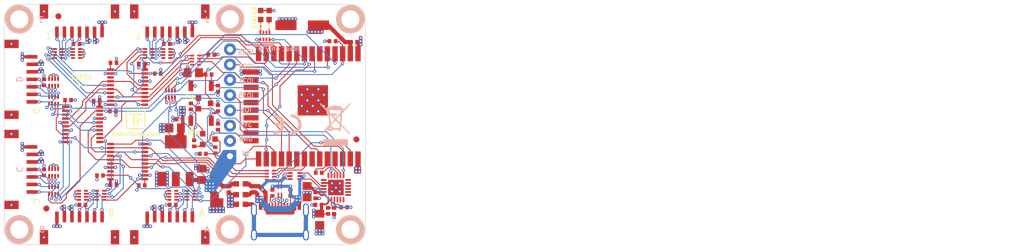
<source format=kicad_pcb>
(kicad_pcb (version 20221018) (generator pcbnew)
  (title_block (title "ESP32 Brick") (date "2020-12-22") (rev "1.4") (company "Tinkerforge GmbH") (comment 1 "Licensed under CERN OHL v.1.1") (comment 2 "Copyright (©) 2020, B.Nordmeyer <bastian@tinkerforge.com>"))
  (layers (0 "F.Cu" signal) (1 "In1.Cu" power "GND") (2 "In2.Cu" power "VCC") (31 "B.Cu" signal) (34 "B.Paste" user) (35 "F.Paste" user) (36 "B.SilkS" user "B.Silkscreen") (37 "F.SilkS" user "F.Silkscreen") (38 "B.Mask" user) (39 "F.Mask" user) (44 "Edge.Cuts" user))
  (net 0 "")
  (net 1 "GND")
  (net 2 "Net-(CP201-Pad2)")
  (net 3 "Net-(CP201-Pad3)")
  (net 4 "Net-(CP202-Pad3)")
  (net 5 "Net-(CP202-Pad2)")
  (net 6 "Net-(CP203-Pad3)")
  (net 7 "Net-(CP203-Pad2)")
  (net 8 "Net-(CP204-Pad2)")
  (net 9 "Net-(CP204-Pad3)")
  (net 10 "Net-(D101-Pad2)")
  (net 11 "Net-(J101-Pad2)")
  (net 12 "Net-(P201-Pad7)")
  (net 13 "Net-(P202-Pad7)")
  (net 14 "Net-(P203-Pad7)")
  (net 15 "Net-(P204-Pad7)")
  (net 16 "Net-(CP201-Pad4)")
  (net 17 "Net-(CP202-Pad4)")
  (net 18 "Net-(CP203-Pad4)")
  (net 19 "Net-(CP204-Pad4)")
  (net 20 "Net-(CP201-Pad1)")
  (net 21 "Net-(CP202-Pad1)")
  (net 22 "Net-(CP203-Pad1)")
  (net 23 "Net-(CP204-Pad1)")
  (net 24 "Net-(U101-Pad3)")
  (net 25 "Net-(U201-Pad18)")
  (net 26 "Net-(U201-Pad3)")
  (net 27 "Net-(U202-Pad3)")
  (net 28 "Net-(U202-Pad18)")
  (net 29 "Net-(C101-Pad2)")
  (net 30 "5V")
  (net 31 "3V3")
  (net 32 "Net-(C110-Pad2)")
  (net 33 "ESP_EN")
  (net 34 "Net-(CP205-Pad4)")
  (net 35 "Net-(CP205-Pad3)")
  (net 36 "Net-(CP205-Pad2)")
  (net 37 "Net-(CP205-Pad1)")
  (net 38 "Net-(CP206-Pad4)")
  (net 39 "Net-(CP206-Pad3)")
  (net 40 "Net-(CP206-Pad2)")
  (net 41 "Net-(CP206-Pad1)")
  (net 42 "ESP_IO0")
  (net 43 "ESP_IO2")
  (net 44 "Net-(J101-Pad3)")
  (net 45 "Net-(J101-Pad4)")
  (net 46 "Net-(J101-Pad5)")
  (net 47 "Net-(J101-PadSHD)")
  (net 48 "Net-(P205-Pad7)")
  (net 49 "Net-(P206-Pad7)")
  (net 50 "Net-(Q101-PadB)")
  (net 51 "Net-(Q101-PadE)")
  (net 52 "Net-(Q102-PadB)")
  (net 53 "Net-(Q102-PadE)")
  (net 54 "Net-(R104-Pad1)")
  (net 55 "Net-(R106-Pad1)")
  (net 56 "ESP_RXD")
  (net 57 "Net-(R107-Pad1)")
  (net 58 "B0-CS0")
  (net 59 "B0-CS1")
  (net 60 "B0-CS2")
  (net 61 "B1-CS0")
  (net 62 "B1-CS1")
  (net 63 "B1-CS2")
  (net 64 "Net-(U101-Pad1)")
  (net 65 "Net-(U103-Pad24)")
  (net 66 "Net-(U103-Pad22)")
  (net 67 "ESP_TXD")
  (net 68 "Net-(U103-Pad18)")
  (net 69 "Net-(U103-Pad17)")
  (net 70 "Net-(U103-Pad16)")
  (net 71 "Net-(U103-Pad15)")
  (net 72 "Net-(U103-Pad14)")
  (net 73 "Net-(U103-Pad13)")
  (net 74 "Net-(U103-Pad12)")
  (net 75 "Net-(U103-Pad11)")
  (net 76 "Net-(U103-Pad10)")
  (net 77 "Net-(U103-Pad1)")
  (net 78 "Net-(U104-Pad22)")
  (net 79 "Net-(U104-Pad21)")
  (net 80 "Net-(U104-Pad20)")
  (net 81 "Net-(U104-Pad19)")
  (net 82 "Net-(U104-Pad18)")
  (net 83 "Net-(U104-Pad17)")
  (net 84 "Net-(RP101-Pad6)")
  (net 85 "Net-(RP102-Pad6)")
  (net 86 "Net-(U104-Pad32)")
  (net 87 "Net-(RP102-Pad7)")
  (net 88 "Net-(RP102-Pad8)")
  (net 89 "Net-(RP101-Pad7)")
  (net 90 "B0-CLK")
  (net 91 "B0-MOSI")
  (net 92 "B0-MISO")
  (net 93 "B1-CLK")
  (net 94 "B1-MOSI")
  (net 95 "B1-MISO")
  (net 96 "Net-(U203-Pad18)")
  (net 97 "Net-(U203-Pad3)")
  (net 98 "Net-(RP101-Pad5)")
  (net 99 "Net-(RP101-Pad4)")
  (net 100 "Net-(RP102-Pad4)")
  (net 101 "Net-(RP102-Pad5)")
  (net 102 "Net-(L102-Pad4)")
  (net 103 "Net-(L102-Pad1)")
  (net 104 "Net-(RP201-Pad2)")
  (net 105 "Net-(RP201-Pad3)")
  (net 106 "Net-(RP201-Pad4)")
  (net 107 "Net-(RP202-Pad2)")
  (net 108 "Net-(RP202-Pad3)")
  (net 109 "Net-(RP202-Pad4)")
  (net 110 "Net-(RP203-Pad2)")
  (net 111 "Net-(RP203-Pad3)")
  (net 112 "Net-(RP203-Pad4)")
  (net 113 "Net-(RP204-Pad2)")
  (net 114 "Net-(RP204-Pad3)")
  (net 115 "Net-(RP204-Pad4)")
  (net 116 "Net-(RP205-Pad2)")
  (net 117 "Net-(RP205-Pad3)")
  (net 118 "Net-(RP205-Pad4)")
  (net 119 "Net-(RP206-Pad2)")
  (net 120 "Net-(RP206-Pad3)")
  (net 121 "Net-(RP206-Pad4)")
  (net 122 "ESP_ADC_VUSB")
  (net 123 "ESP_ADC_5V")
  (net 124 "Net-(D105-Pad2)")
  (net 125 "Net-(RP105-Pad2)")
  (net 126 "Net-(RP105-Pad3)")
  (net 127 "Net-(RP105-Pad6)")
  (net 128 "Net-(RP105-Pad7)")
  (net 129 "USB_5V")
  (net 130 "USB_GND")
  (net 131 "ESP_IO22")
  (net 132 "ESP_IO21")
  (net 133 "ESP_IO5")
  (net 134 "ESP_IO35")
  (net 135 "ESP_IO15")
  (net 136 "Net-(R102-Pad1)")
  (net 137 "LED_BLUE")
  (net 138 "LED_GREEN")
  (net 139 "Net-(U104-Pad6)")
  (net 140 "Net-(C113-Pad1)")
  (net 141 "Net-(C114-Pad1)")
  (footprint "kicad-libraries:C0805E" (layer "F.Cu") (at 146.6 151.95 -90)
    (fp_text reference "C103")
    (fp_text value "4.7uF")
  )
  (footprint "kicad-libraries:C0805E" (layer "F.Cu") (at 166.2 159.45 90)
    (fp_text reference "C104")
    (fp_text value "4.7uF")
  )
  (footprint "kicad-libraries:C0805E" (layer "F.Cu") (at 142.2 144.25)
    (fp_text reference "C108")
    (fp_text value "4.7uF")
  )
  (footprint "kicad-libraries:C0805E" (layer "F.Cu") (at 164.1 154.85 90)
    (fp_text reference "C111")
    (fp_text value "4.7uF")
  )
  (footprint "kicad-libraries:4X0402" (layer "F.Cu") (at 122 151.65)
    (fp_text reference "CP204")
    (fp_text value "220pF")
  )
  (footprint "kicad-libraries:4X0402" (layer "F.Cu") (at 126.8 155.45 90)
    (fp_text reference "CP205")
    (fp_text value "220pF")
  )
  (footprint "kicad-libraries:4X0402" (layer "F.Cu") (at 141.8 155.45 90)
    (fp_text reference "CP206")
    (fp_text value "220pF")
  )
  (footprint "kicad-libraries:D0603F" (layer "F.Cu") (at 156.4 125.45 -90)
    (fp_text reference "D101")
    (fp_text value "blue")
  )
  (footprint "kicad-libraries:SOD-128" (layer "F.Cu") (at 149.1 154.45 90)
    (fp_text reference "D102")
    (fp_text value "PMEG4050")
  )
  (footprint "kicad-libraries:USB-C-2" (layer "F.Cu") (at 159.6 164.65)
    (fp_text reference "J101")
    (fp_text value "USB-C-2")
  )
  (footprint "kicad-libraries:R0603F" (layer "F.Cu") (at 153.1 156.95)
    (fp_text reference "L101")
    (fp_text value "FB")
  )
  (footprint "kicad-libraries:WE-CNSW-0603" (layer "F.Cu") (at 159.6 154.7 -90)
    (fp_text reference "L102")
    (fp_text value "744230900")
  )
  (footprint "kicad-libraries:R0603F" (layer "F.Cu") (at 153.1 153.55 180)
    (fp_text reference "L103")
    (fp_text value "FB")
  )
  (footprint "kicad-libraries:R0603F" (layer "F.Cu") (at 153.1 155.35 180)
    (fp_text reference "L104")
    (fp_text value "FB")
  )
  (footprint "kicad-libraries:SOT23EBC" (layer "F.Cu") (at 147.8 146.1 90)
    (fp_text reference "Q102")
    (fp_text value "BC817")
  )
  (footprint "kicad-libraries:R0402F" (layer "F.Cu") (at 120.4 136.65 -90)
    (fp_text reference "R3")
    (fp_text value "100k")
  )
  (footprint "kicad-libraries:R0402F" (layer "F.Cu") (at 120.4 151.65 -90)
    (fp_text reference "R4")
    (fp_text value "100k")
  )
  (footprint "kicad-libraries:R0402F" (layer "F.Cu") (at 126.8 157.05)
    (fp_text reference "R201")
    (fp_text value "100k")
  )
  (footprint "kicad-libraries:R0402F" (layer "F.Cu") (at 141.8 157.05)
    (fp_text reference "R202")
    (fp_text value "100k")
  )
  (footprint "kicad-libraries:4X0402" (layer "F.Cu") (at 122.8 131.85 -90)
    (fp_text reference "RP202")
    (fp_text value "82")
  )
  (footprint "kicad-libraries:4X0402" (layer "F.Cu") (at 122 139.65)
    (fp_text reference "RP203")
    (fp_text value "82")
  )
  (footprint "kicad-libraries:4X0402" (layer "F.Cu") (at 122 154.65)
    (fp_text reference "RP204")
    (fp_text value "82")
  )
  (footprint "kicad-libraries:4X0402" (layer "F.Cu") (at 129.8 155.45 90)
    (fp_text reference "RP205")
    (fp_text value "82")
  )
  (footprint "kicad-libraries:4X0402" (layer "F.Cu") (at 144.8 155.45 90)
    (fp_text reference "RP206")
    (fp_text value "82")
  )
  (footprint "kicad-libraries:SOT563-SPEC" (layer "F.Cu") (at 162.1 152.25 90)
    (fp_text reference "U101")
    (fp_text value "82400152")
  )
  (footprint "kicad-libraries:SOT-223" (layer "F.Cu") (at 142.3 149.65)
    (fp_text reference "U102")
    (fp_text value "AZ1117E-3.3V")
  )
  (footprint "kicad-libraries:ESP32-WROOM-32" (layer "F.Cu") (at 167.3 140.65 -90)
    (fp_text reference "U104")
    (fp_text value "ESP32WRM32E128PH")
  )
  (footprint "kicad-libraries:TSSOP20" (layer "F.Cu") (at 126.8 143.65 -90)
    (fp_text reference "U202")
    (fp_text value "74AHC244")
  )
  (footprint "kicad-libraries:TSSOP20" (layer "F.Cu") (at 134.3 149.85 90)
    (fp_text reference "U203")
    (fp_text value "74AHC244")
  )
  (footprint "kicad-libraries:DRILL_NP" (layer "F.Cu") (at 116.3 126.15)
    (fp_text reference "F101" hide)
    (fp_text value "DRILL" hide)
  )
  (footprint "kicad-libraries:DRILL_NP" (layer "F.Cu") (at 116.3 161.15)
    (fp_text reference "F102" hide)
    (fp_text value "DRILL" hide)
  )
  (footprint "kicad-libraries:DRILL_NP" (layer "F.Cu") (at 151.3 126.15)
    (fp_text reference "F103" hide)
    (fp_text value "DRILL" hide)
  )
  (footprint "kicad-libraries:4X0402" (layer "F.Cu") (at 158 152.1 -90)
    (fp_text reference "RP102")
    (fp_text value "82")
  )
  (footprint "kicad-libraries:DRILL_NP" (layer "F.Cu") (at 171.3 161.15)
    (fp_text reference "~{4}" hide)
    (fp_text value "DRILL" hide)
  )
  (footprint "kicad-libraries:DRILL_NP" (layer "F.Cu") (at 171.3 126.15)
    (fp_text reference "~{4}" hide)
    (fp_text value "DRILL" hide)
  )
  (footprint "kicad-libraries:SOT23EBC" (layer "F.Cu") (at 147.075 140.15 90)
    (fp_text reference "Q101")
    (fp_text value "BC817")
  )
  (footprint "kicad-libraries:QFN24-4x4mm-0.5mm" (layer "F.Cu") (at 168.9 154.15)
    (fp_text reference "U103")
    (fp_text value "CP2102N-A02-GQFN24R")
  )
  (footprint "kicad-libraries:C0402F" (layer "F.Cu") (at 142.95 142.8)
    (fp_text reference "C109")
    (fp_text value "100nF")
  )
  (footprint "kicad-libraries:C0402F" (layer "F.Cu") (at 165.5 155.45 90)
    (fp_text reference "C110")
    (fp_text value "100nF")
  )
  (footprint "kicad-libraries:R0402F" (layer "F.Cu") (at 158.35 155.05 -90)
    (fp_text reference "R101")
    (fp_text value "5.1k")
  )
  (footprint "kicad-libraries:R0402F" (layer "F.Cu") (at 161.35 155.05 -90)
    (fp_text reference "R103")
    (fp_text value "5.1k")
  )
  (footprint "kicad-libraries:R0402F" (layer "F.Cu") (at 167.6 158.05 -90)
    (fp_text reference "R104")
    (fp_text value "22k")
  )
  (footprint "kicad-libraries:R0402F" (layer "F.Cu") (at 168.6 158.05 90)
    (fp_text reference "R105")
    (fp_text value "47k")
  )
  (footprint "kicad-libraries:R0402F" (layer "F.Cu") (at 170.25 157.45)
    (fp_text reference "R106")
    (fp_text value "1k")
  )
  (footprint "kicad-libraries:R0402F" (layer "F.Cu") (at 166.05 151.7 180)
    (fp_text reference "R107")
    (fp_text value "100")
  )
  (footprint "kicad-libraries:C0402F" (layer "F.Cu") (at 155.1 154.45 90)
    (fp_text reference "C102")
    (fp_text value "1uF")
  )
  (footprint "kicad-libraries:C0402F" (layer "F.Cu") (at 151.1 154.45 90)
    (fp_text reference "C101")
    (fp_text value "1uF")
  )
  (footprint "kicad-libraries:C0402F" (layer "F.Cu") (at 171.9 129.95 180)
    (fp_text reference "C106")
    (fp_text value "100nF")
  )
  (footprint "kicad-libraries:C0402F" (layer "F.Cu") (at 166 157.05)
    (fp_text reference "C107")
    (fp_text value "100nF")
  )
  (footprint "kicad-libraries:R0402F" (layer "F.Cu") (at 168.35 129.8)
    (fp_text reference "R111")
    (fp_text value "12k")
  )
  (footprint "kicad-libraries:C0402F" (layer "F.Cu") (at 129.15 139.75)
    (fp_text reference "C202")
    (fp_text value "100nF")
  )
  (footprint "kicad-libraries:C0402F" (layer "F.Cu") (at 131.95 153.75 180)
    (fp_text reference "C203")
    (fp_text value "100nF")
  )
  (footprint "kicad-libraries:ELKO_63" (layer "F.Cu") (at 163.3 127.15)
    (fp_text reference "C105")
    (fp_text value "100uF")
  )
  (footprint "kicad-libraries:4X0402" (layer "F.Cu") (at 137.8 131.85 -90)
    (fp_text reference "RP201")
    (fp_text value "82")
  )
  (footprint "kicad-libraries:4X0402" (layer "F.Cu") (at 125.8 131.85 -90)
    (fp_text reference "CP202")
    (fp_text value "220pF")
  )
  (footprint "kicad-libraries:4X0402" (layer "F.Cu") (at 122 136.65)
    (fp_text reference "CP203")
    (fp_text value "220pF")
  )
  (footprint "kicad-libraries:R0402F" (layer "F.Cu") (at 140.8 130.25 180)
    (fp_text reference "R1")
    (fp_text value "100k")
  )
  (footprint "kicad-libraries:4X0402" (layer "F.Cu") (at 140.8 131.85 -90)
    (fp_text reference "CP201")
    (fp_text value "220pF")
  )
  (footprint "kicad-libraries:R0402F" (layer "F.Cu") (at 125.79 130.26 180)
    (fp_text reference "R2")
    (fp_text value "100k")
  )
  (footprint "kicad-libraries:C0402F" (layer "F.Cu") (at 136.65 133.55)
    (fp_text reference "C201")
    (fp_text value "100nF")
  )
  (footprint "kicad-libraries:TSSOP20" (layer "F.Cu") (at 134.3 137.45 -90)
    (fp_text reference "U201")
    (fp_text value "74AHC244")
  )
  (footprint "kicad-libraries:4X0402" (layer "F.Cu") (at 141.4007 138.6 180)
    (fp_text reference "RP104")
    (fp_text value "1k")
  )
  (footprint "kicad-libraries:Fiducial_Mark" (layer "F.Cu") (at 122.8 125.65)
    (fp_text reference "Fiducial_Mark" hide)
    (fp_text value "VAL**" hide)
  )
  (footprint "kicad-libraries:Fiducial_Mark" (layer "F.Cu") (at 120.8 157.65)
    (fp_text reference "Fiducial_Mark" hide)
    (fp_text value "VAL**" hide)
  )
  (footprint "kicad-libraries:Fiducial_Mark" (layer "F.Cu") (at 172.3 146.15)
    (fp_text reference "Fiducial_Mark" hide)
    (fp_text value "VAL**" hide)
  )
  (footprint "kicad-libraries:D0603F" (layer "F.Cu") (at 157.8 125.45 -90)
    (fp_text reference "D105")
    (fp_text value "green")
  )
  (footprint "kicad-libraries:4X0402" (layer "F.Cu") (at 157.1 128.95 180)
    (fp_text reference "RP105")
    (fp_text value "1k")
  )
  (footprint "kicad-libraries:CON-SENSOR2" (layer "F.Cu") (at 141.3 163.65)
    (fp_text reference "P206")
    (fp_text value "CON-SENSOR2")
  )
  (footprint "kicad-libraries:CON-SENSOR2" (layer "F.Cu") (at 126.3 163.65)
    (fp_text reference "P205")
    (fp_text value "CON-SENSOR2")
  )
  (footprint "kicad-libraries:CON-SENSOR2" (layer "F.Cu") (at 113.8 151.15 -90)
    (fp_text reference "P204")
    (fp_text value "CON-SENSOR2")
  )
  (footprint "kicad-libraries:CON-SENSOR2" (layer "F.Cu") (at 113.8 136.15 -90)
    (fp_text reference "P203")
    (fp_text value "CON-SENSOR2")
  )
  (footprint "kicad-libraries:CON-SENSOR2" (layer "F.Cu") (at 126.3 123.65 180)
    (fp_text reference "P202")
    (fp_text value "CON-SENSOR2")
  )
  (footprint "kicad-libraries:CON-SENSOR2" (layer "F.Cu") (at 141.3 123.65 180)
    (fp_text reference "P201")
    (fp_text value "CON-SENSOR2")
  )
  (footprint "kicad-libraries:R0402F" (layer "F.Cu") (at 145.35 146.8 90)
    (fp_text reference "R108")
    (fp_text value "100k")
  )
  (footprint "kicad-libraries:DRILL_NP" (layer "F.Cu") (at 151.3 161.15)
    (fp_text reference "F104" hide)
    (fp_text value "DRILL" hide)
  )
  (footprint "kicad-libraries:Logo_31x31" (layer "F.Cu") (at 135.65 142.85)
    (fp_text reference "G***" hide)
    (fp_text value "LOGO" hide)
  )
  (footprint "kicad-libraries:pin_array_1x8-P2mm_D1mm" (layer "F.Cu") (at 151.3 140.05 90)
    (fp_text reference "P101")
    (fp_text value "EXT_HEADER")
  )
  (footprint "kicad-libraries:4X0402" (layer "F.Cu") (at 145.6 132.95 -90)
    (fp_text reference "RP101")
    (fp_text value "82")
  )
  (footprint "kicad-libraries:R0402F" (layer "F.Cu") (at 148.2 132.05)
    (fp_text reference "R102")
    (fp_text value "DNP")
  )
  (footprint "kicad-libraries:R0402F" (layer "F.Cu") (at 146.8 148.55 180)
    (fp_text reference "R110")
    (fp_text value "12k")
  )
  (footprint "kicad-libraries:R0402F" (layer "F.Cu") (at 149.3 144.05 90)
    (fp_text reference "R112")
    (fp_text value "DNP")
  )
  (footprint "kicad-libraries:R0402F" (layer "F.Cu") (at 124.4 139.6 180)
    (fp_text reference "R204")
    (fp_text value "10k")
  )
  (footprint "kicad-libraries:R0402F" (layer "F.Cu") (at 139.3 135.2 180)
    (fp_text reference "R205")
    (fp_text value "10k")
  )
  (footprint "kicad-libraries:R0402F" (layer "F.Cu") (at 131.85 141.45 180)
    (fp_text reference "R206")
    (fp_text value "10k")
  )
  (footprint "kicad-libraries:R0402F" (layer "F.Cu") (at 136.65 153.8)
    (fp_text reference "R207")
    (fp_text value "10k")
  )
  (footprint "kicad-libraries:R0402F" (layer "F.Cu") (at 129.7 152.15)
    (fp_text reference "R208")
    (fp_text value "10k")
  )
  (footprint "kicad-libraries:R0402F" (layer "F.Cu") (at 131.95 133.4 180)
    (fp_text reference "R203")
    (fp_text value "10k")
  )
  (footprint "kicad-libraries:C0805E" (layer "F.Cu") (at 145.2 135.05)
    (fp_text reference "C112")
    (fp_text value "10µF")
  )
  (footprint "kicad-libraries:C0402F" (layer "F.Cu") (at 149.3 137.7 -90)
    (fp_text reference "C113")
    (fp_text value "1nF")
  )
  (footprint "kicad-libraries:C0402F" (layer "F.Cu") (at 149.3 140.95 90)
    (fp_text reference "C114")
    (fp_text value "1nF")
  )
  (footprint "kicad-libraries:R0402F" (layer "F.Cu") (at 147.75 135.35 180)
    (fp_text reference "R113")
    (fp_text value "470")
  )
  (footprint "kicad-libraries:R0402F" (layer "F.Cu") (at 148.85 147.95 -90)
    (fp_text reference "R114")
    (fp_text value "470")
  )
  (footprint "kicad-libraries:R0402F" (layer "F.Cu") (at 144.8 140.65 -90)
    (fp_text reference "R109")
    (fp_text value "100k")
  )
  (footprint "kicad-libraries:B3U-1000P" (layer "F.Cu") (at 146.5 143.05)
    (fp_text reference "SW102")
    (fp_text value "B3U-1000P")
  )
  (footprint "kicad-libraries:B3U-1000P" (layer "F.Cu") (at 146.5 137.25)
    (fp_text reference "SW101")
    (fp_text value "B3U-1000P")
  )
  (footprint "kicad-libraries:CE_5mm" (layer "B.Cu") (at 160.8 143.65 180)
    (fp_text reference "VAL" hide)
    (fp_text value "CE_5mm" hide)
  )
  (footprint "kicad-libraries:WEEE_7mm" (layer "B.Cu") (at 168.8 143.65 180)
    (fp_text reference "VAL" hide)
    (fp_text value "WEEE_7mm" hide)
  )
  (gr_line (start 156.15 131.05) (end 156.4 130.65) (stroke (width 0.2)) (layer "B.SilkS"))
  (gr_line (start 156.4 131.45) (end 156.15 131.05) (stroke (width 0.2)) (layer "B.SilkS"))
  (gr_line (start 156.15 131.05) (end 156.85 131.05) (stroke (width 0.2)) (layer "B.SilkS"))
  (gr_arc (start 113.8 126.15) (mid 114.532233 124.382233) (end 116.3 123.65) (stroke (width 0.09906)) (layer "Edge.Cuts"))
  (gr_arc (start 173.8 161.15) (mid 173.067767 162.917767) (end 171.3 163.65) (stroke (width 0.09906)) (layer "Edge.Cuts"))
  (gr_line (start 116.3 163.65) (end 171.3 163.65) (stroke (width 0.09906)) (layer "Edge.Cuts"))
  (gr_line (start 113.8 126.15) (end 113.8 161.15) (stroke (width 0.09906)) (layer "Edge.Cuts"))
  (gr_arc (start 116.3 163.65) (mid 114.532233 162.917767) (end 113.8 161.15) (stroke (width 0.09906)) (layer "Edge.Cuts"))
  (gr_line (start 173.8 161.15) (end 173.8 126.15) (stroke (width 0.09906)) (layer "Edge.Cuts"))
  (gr_arc (start 171.3 123.65) (mid 173.067767 124.382233) (end 173.8 126.15) (stroke (width 0.09906)) (layer "Edge.Cuts"))
  (gr_line (start 171.3 123.65) (end 116.3 123.65) (stroke (width 0.09906)) (layer "Edge.Cuts"))
  (gr_text "IO35\n\nIO22\n\nIO21\n\nIO15\n\nIO5\n\n3V3\n\nGND\n\n5V" (at 153.95 140.05) (layer "B.SilkS") (effects (font (size 0.75 0.75)) (justify mirror)))
  (gr_text "Input only" (at 160.1 131.05) (layer "B.SilkS") (effects (font (size 0.75 0.75)) (justify mirror)))
  (gr_text "E" (at 120 126.15 180) (layer "B.SilkS") (effects (font (size 1 1)) (justify mirror)))
  (gr_text "F" (at 147.6 126.15 180) (layer "B.SilkS") (effects (font (size 1 1)) (justify mirror)))
  (gr_text "D" (at 116.3 136.15 270) (layer "B.SilkS") (effects (font (size 1 1)) (justify mirror)))
  (gr_text "C" (at 116.3 151.15 270) (layer "B.SilkS") (effects (font (size 1 1)) (justify mirror)))
  (gr_text "A" (at 147.5 161.15) (layer "B.SilkS") (effects (font (size 1 1)) (justify mirror)))
  (gr_text "B" (at 120.1 161.15) (layer "B.SilkS") (effects (font (size 1 1)) (justify mirror)))
  (gr_text "0" (at 156.4 127.35) (layer "F.SilkS") (effects (font (size 0.7 0.7) (thickness 0.175))))
  (gr_text "F" (at 136 128.95 180) (layer "F.SilkS") (effects (font (size 1 1))))
  (gr_text "D" (at 119.1 141.45 270) (layer "F.SilkS") (effects (font (size 1 1))))
  (gr_text "C" (at 119.1 156.45 270) (layer "F.SilkS") (effects (font (size 1 1))))
  (gr_text "Status" (at 155.2 125.95 90) (layer "F.SilkS") (effects (font (size 0.8 0.8))))
  (gr_text "IO0" (at 145.1 144.95) (layer "F.SilkS") (effects (font (size 0.7 0.7))))
  (gr_text "A" (at 146.6 158.35) (layer "F.SilkS") (effects (font (size 1 1))))
  (gr_text "1" (at 157.8 127.35) (layer "F.SilkS") (effects (font (size 0.7 0.7) (thickness 0.175))))
  (gr_text "EN" (at 144.6 139.15) (layer "F.SilkS") (effects (font (size 0.7 0.7))))
  (gr_text "B" (at 131.6 158.35) (layer "F.SilkS") (effects (font (size 1 1))))
  (gr_text "tinkerforge.com" (at 135.7 145.25) (layer "F.SilkS") (effects (font (size 0.7 0.7))))
  (gr_text "E" (at 121 128.95 180) (layer "F.SilkS") (effects (font (size 1 1))))
  (gr_text "ESP32\n1.4" (at 126.65 136.35) (layer "F.SilkS") (effects (font (size 0.7 0.7))))
  (segment (start 152.35 156.95) (end 151.95 156.95) (width 0.5) (layer "F.Cu") (net 1))
  (segment (start 126.8507 132.5993) (end 127.05 132.4) (width 0.15) (layer "F.Cu") (net 1))
  (segment (start 139.75 144.25) (end 139.75 143.7) (width 0.5) (layer "F.Cu") (net 1))
  (segment (start 132.2767 135.1767) (end 132.3 135.2) (width 0.3) (layer "F.Cu") (net 1))
  (segment (start 151.65 156.15) (end 151.1 156.15) (width 0.5) (layer "F.Cu") (net 1))
  (segment (start 125.6993 156.1993) (end 125.55 156.05) (width 0.15) (layer "F.Cu") (net 1))
  (segment (start 137.14988 146.92646) (end 137.97354 146.92646) (width 0.3) (layer "F.Cu") (net 1))
  (segment (start 136.32646 146.92646) (end 136.3 146.9) (width 0.3) (layer "F.Cu") (net 1))
  (segment (start 154.615 134.75) (end 153.15 134.75) (width 0.5) (layer "F.Cu") (net 1))
  (segment (start 126.80108 131.60108) (end 127.05 131.85) (width 0.15) (layer "F.Cu") (net 1))
  (segment (start 163.225 139.65) (end 164.15 139.65) (width 0.5) (layer "F.Cu") (net 1))
  (segment (start 132.27354 140.37354) (end 132.3 140.4) (width 0.3) (layer "F.Cu") (net 1))
  (segment (start 142.45 142.8) (end 142.125 142.8) (width 0.5) (layer "F.Cu") (net 1))
  (segment (start 138.8 157.85) (end 138.8 157.3) (width 0.5) (layer "F.Cu") (net 1))
  (segment (start 169.55 154.8) (end 169.5 154.8) (width 0.5) (layer "F.Cu") (net 1))
  (segment (start 120.15 133.4) (end 119.9 133.15) (width 0.5) (layer "F.Cu") (net 1))
  (segment (start 119.4 148.65) (end 119.35 148.65) (width 0.5) (layer "F.Cu") (net 1))
  (segment (start 144.3 129.7) (end 144 130) (width 0.5) (layer "F.Cu") (net 1))
  (segment (start 141.225 154.7007) (end 140.7493 154.7007) (width 0.15) (layer "F.Cu") (net 1))
  (segment (start 130.6233 135.1767) (end 130.6 135.2) (width 0.3) (layer "F.Cu") (net 1))
  (segment (start 165.5 157.05) (end 164.9 157.05) (width 0.5) (layer "F.Cu") (net 1))
  (segment (start 127.05 131.3007) (end 127.05 131.85) (width 0.15) (layer "F.Cu") (net 1))
  (segment (start 137.97354 146.92646) (end 138 146.9) (width 0.3) (layer "F.Cu") (net 1))
  (segment (start 164.1 154.974862) (end 163.57401 154.974862) (width 0.5) (layer "F.Cu") (net 1))
  (segment (start 140.55 154.9) (end 140.55 155.45) (width 0.15) (layer "F.Cu") (net 1))
  (segment (start 144.8 141.924996) (end 144.825 141.899996) (width 0.3) (layer "F.Cu") (net 1))
  (segment (start 132.27718 150.82282) (end 132.3 150.8) (width 0.3) (layer "F.Cu") (net 1))
  (segment (start 122.5493 150.4) (end 122 150.4) (width 0.15) (layer "F.Cu") (net 1))
  (segment (start 160.6 126.1) (end 160.05 126.1) (width 0.5) (layer "F.Cu") (net 1))
  (segment (start 128.8 129.45) (end 129 129.45) (width 0.5) (layer "F.Cu") (net 1))
  (segment (start 121.2507 136.075) (end 121.2507 135.6) (width 0.15) (layer "F.Cu") (net 1))
  (segment (start 172.56 130.11) (end 172.4 129.95) (width 0.5) (layer "F.Cu") (net 1))
  (segment (start 166.2 160.4) (end 166.2 161.3) (width 0.5) (layer "F.Cu") (net 1))
  (segment (start 142.05 132.425) (end 142.05 131.85) (width 0.15) (layer "F.Cu") (net 1))
  (segment (start 142.125 142.8) (end 141.8 142.475) (width 0.5) (layer "F.Cu") (net 1))
  (segment (start 119.9 148.15) (end 119.4 148.65) (width 0.5) (layer "F.Cu") (net 1))
  (segment (start 139.1 153.3) (end 139.1 153.85) (width 0.5) (layer "F.Cu") (net 1))
  (segment (start 168.475 154.2) (end 168.9 154.2) (width 0.3) (layer "F.Cu") (net 1))
  (segment (start 122.5493 135.4) (end 122 135.4) (width 0.15) (layer "F.Cu") (net 1))
  (segment (start 138.8 158.05) (end 138.8 158.2) (width 0.5) (layer "F.Cu") (net 1))
  (segment (start 148.7 132) (end 149.3 132) (width 0.5) (layer "F.Cu") (net 1))
  (segment (start 166.895 140.57) (end 166.9 140.575) (width 0.5) (layer "F.Cu") (net 1))
  (segment (start 143.85 135.05) (end 143.65 135.25) (width 0.5) (layer "F.Cu") (net 1))
  (segment (start 149.3 138.2) (end 149.3 138.799996) (width 0.3) (layer "F.Cu") (net 1))
  (segment (start 141.225 155.69892) (end 140.79892 155.69892) (width 0.15) (layer "F.Cu") (net 1))
  (segment (start 131.45012 140.37354) (end 130.62354 140.37354) (width 0.3) (layer "F.Cu") (net 1))
  (segment (start 121.2507 135.6) (end 121.4507 135.4) (width 0.15) (layer "F.Cu") (net 1))
  (segment (start 126.225 156.1993) (end 125.6993 156.1993) (width 0.15) (layer "F.Cu") (net 1))
  (segment (start 122.7493 135.6) (end 122.5493 135.4) (width 0.15) (layer "F.Cu") (net 1))
  (segment (start 166.2 161.3) (end 165.65 161.3) (width 0.5) (layer "F.Cu") (net 1))
  (segment (start 128.8 129.45) (end 128.8 130) (width 0.5) (layer "F.Cu") (net 1))
  (segment (start 121.9993 150.4007) (end 122 150.4) (width 0.15) (layer "F.Cu") (net 1))
  (segment (start 143.8 128.25) (end 143.8 129.45) (width 0.5) (layer "F.Cu") (net 1))
  (segment (start 164.1 155.8) (end 164.1 154.974862) (width 0.5) (layer "F.Cu") (net 1))
  (segment (start 121.2507 151.075) (end 121.2507 150.6) (width 0.15) (layer "F.Cu") (net 1))
  (segment (start 149.3 138.799996) (end 149.300004 138.8) (width 0.3) (layer "F.Cu") (net 1))
  (segment (start 124.77646 146.57354) (end 124.8 146.55) (width 0.3) (layer "F.Cu") (net 1))
  (segment (start 166.875 153.4) (end 167.675 153.4) (width 0.3) (layer "F.Cu") (net 1))
  (segment (start 143.8 129.45) (end 144.05 129.45) (width 0.5) (layer "F.Cu") (net 1))
  (segment (start 129.05 130) (end 128.8 130) (width 0.5) (layer "F.Cu") (net 1))
  (segment (start 151.1 154.95) (end 151.1 155.6) (width 0.7) (layer "F.Cu") (net 1))
  (segment (start 140.79892 155.69892) (end 140.55 155.45) (width 0.15) (layer "F.Cu") (net 1))
  (segment (start 166.2 161.3) (end 166.2 161.85) (width 0.5) (layer "F.Cu") (net 1))
  (segment (start 143.8 129.45) (end 143.8 130) (width 0.5) (layer "F.Cu") (net 1))
  (segment (start 163.225 139.65) (end 163.225 140.575) (width 0.5) (layer "F.Cu") (net 1))
  (segment (start 172.56 149.4) (end 172.56 150.64) (width 0.5) (layer "F.Cu") (net 1))
  (segment (start 154.8 134.935) (end 156.165 134.935) (width 0.5) (layer "F.Cu") (net 1))
  (segment (start 137.14988 146.92646) (end 136.32646 146.92646) (width 0.3) (layer "F.Cu") (net 1))
  (segment (start 137.14988 152.1233) (end 137.9767 152.1233) (width 0.3) (layer "F.Cu") (net 1))
  (segment (start 120.15 148.4) (end 119.9 148.15) (width 0.5) (layer "F.Cu") (net 1))
  (segment (start 151.1 154.95) (end 151.1 155) (width 0.7) (layer "F.Cu") (net 1))
  (segment (start 151.65 155.6) (end 151.1 155.6) (width 0.5) (layer "F.Cu") (net 1))
  (segment (start 131.45012 150.82282) (end 130.62282 150.82282) (width 0.3) (layer "F.Cu") (net 1))
  (segment (start 138.3 157.55) (end 138.8 158.05) (width 0.5) (layer "F.Cu") (net 1))
  (segment (start 151.65 157.25) (end 151.65 156.7) (width 0.5) (layer "F.Cu") (net 1))
  (segment (start 165.06 140.565) (end 165.05 140.575) (width 0.5) (layer "F.Cu") (net 1))
  (segment (start 126.375 132.09892) (end 126.80108 132.09892) (width 0.15) (layer "F.Cu") (net 1))
  (segment (start 164.135 137.815) (end 164.15 137.8) (width 0.5) (layer "F.Cu") (net 1))
  (segment (start 123.8 159.05) (end 123.8 157.85) (width 0.5) (layer "F.Cu") (net 1))
  (segment (start 122.24892 136.075) (end 122.24892 135.64892) (width 0.15) (layer "F.Cu") (net 1))
  (segment (start 140.55 155.9993) (end 140.55 155.45) (width 0.15) (layer "F.Cu") (net 1))
  (segment (start 123.8 158.25) (end 123.8 157.9) (width 0.5) (layer "F.Cu") (net 1))
  (segment (start 118.4 133.65) (end 119.6 133.65) (width 0.5) (layer "F.Cu") (net 1))
  (segment (start 154.8 134.935) (end 154.615 134.75) (width 0.5) (layer "F.Cu") (net 1))
  (segment (start 138.8 157.3) (end 138.55 157.3) (width 0.5) (layer "F.Cu") (net 1))
  (segment (start 166.2 161.85) (end 165.65 161.85) (width 0.5) (layer "F.Cu") (net 1))
  (segment (start 122.24892 135.64892) (end 122 135.4) (width 0.15) (layer "F.Cu") (net 1))
  (segment (start 125.55 156.05) (end 125.55 155.45) (width 0.15) (layer "F.Cu") (net 1))
  (segment (start 140.65 139.65) (end 140.8 139.8) (width 0.15) (layer "F.Cu") (net 1))
  (segment (start 128.82718 142.67718) (end 128.8 142.65) (width 0.3) (layer "F.Cu") (net 1))
  (segment (start 144.8 137.25) (end 145.5 137.25) (width 0.3) (layer "F.Cu") (net 1))
  (segment (start 165.5 155.95) (end 166.15 155.95) (width 0.5) (layer "F.Cu") (net 1))
  (segment (start 129.64988 142.67718) (end 130.47282 142.67718) (width 0.3) (layer "F.Cu") (net 1))
  (segment (start 140.7493 154.7007) (end 140.55 154.9) (width 0.15) (layer "F.Cu") (net 1))
  (segment (start 129.15 129.9) (end 129.05 130) (width 0.5) (layer "F.Cu") (net 1))
  (segment (start 127.05 132.4) (end 127.05 131.85) (width 0.15) (layer "F.Cu") (net 1))
  (segment (start 136.32718 136.47718) (end 136.3 136.45) (width 0.3) (layer "F.Cu") (net 1))
  (segment (start 123.55 157.3) (end 123.3 157.55) (width 0.5) (layer "F.Cu") (net 1))
  (segment (start 125.55 154.8) (end 125.55 155.45) (width 0.15) (layer "F.Cu") (net 1))
  (segment (start 154.685 135.05) (end 153.45 135.05) (width 0.5) (layer "F.Cu") (net 1))
  (segment (start 119.6 133.65) (end 120.15 133.65) (width 0.5) (layer "F.Cu") (net 1))
  (segment (start 140.6514 139.175) (end 140.6514 139.6486) (width 0.15) (layer "F.Cu") (net 1))
  (segment (start 161.7 126.1) (end 162.25 126.1) (width 0.5) (layer "F.Cu") (net 1))
  (segment (start 149.3 143.55) (end 149.3 142.95) (width 0.3) (layer "F.Cu") (net 1))
  (segment (start 164.135 141.485) (end 164.15 141.5) (width 0.5) (layer "F.Cu") (net 1))
  (segment (start 139.1 152.75) (end 139.1 152.2) (width 0.5) (layer "F.Cu") (net 1))
  (segment (start 123.12354 146.57354) (end 123.1 146.55) (width 0.3) (layer "F.Cu") (net 1))
  (segment (start 139.75 144.8) (end 139.75 144.25) (width 0.5) (layer "F.Cu") (net 1))
  (segment (start 147.6 151) (end 147.6 151.526144) (width 0.5) (layer "F.Cu") (net 1))
  (segment (start 126.375 132.5993) (end 126.8507 132.5993) (width 0.15) (layer "F.Cu") (net 1))
  (segment (start 126.225 155.69892) (end 125.79892 155.69892) (width 0.15) (layer "F.Cu") (net 1))
  (segment (start 123.95012 141.3767) (end 124.7767 141.3767) (width 0.3) (layer "F.Cu") (net 1))
  (segment (start 172.56 130.79) (end 173 130.35) (width 0.5) (layer "F.Cu") (net 1))
  (segment (start 119.6 148.65) (end 120.15 148.65) (width 0.5) (layer "F.Cu") (net 1))
  (segment (start 131.45012 150.82282) (end 132.27718 150.82282) (width 0.3) (layer "F.Cu") (net 1))
  (segment (start 137.14988 136.47718) (end 137.97282 136.47718) (width 0.3) (layer "F.Cu") (net 1))
  (segment (start 142.025 142.8) (end 141.8 143.025) (width 0.5) (layer "F.Cu") (net 1))
  (segment (start 140.3 144.25) (end 140.3 143.7) (width 0.5) (layer "F.Cu") (net 1))
  (segment (start 155.985 134.935) (end 156.35 135.3) (width 0.5) (layer "F.Cu") (net 1))
  (segment (start 144 130) (end 143.85 130) (width 0.5) (layer "F.Cu") (net 1))
  (segment (start 121.2507 150.6) (end 121.45 150.4007) (width 0.15) (layer "F.Cu") (net 1))
  (segment (start 140.9 153.3) (end 140.9 153.85) (width 0.5) (layer "F.Cu") (net 1))
  (segment (start 141.699011 139.854718) (end 141.848975 140.004682) (width 0.15) (layer "F.Cu") (net 1))
  (segment (start 172.8 150.95) (end 172.8 151.5) (width 0.5) (layer "F.Cu") (net 1))
  (segment (start 165.586092 139.649996) (end 165.975 139.649996) (width 0.5) (layer "F.Cu") (net 1))
  (segment (start 139.1 152.2) (end 139.1 151.65) (width 0.5) (layer "F.Cu") (net 1))
  (segment (start 122.7493 136.075) (end 122.7493 135.6) (width 0.15) (layer "F.Cu") (net 1))
  (segment (start 120.15 133.65) (end 120.15 133.4) (width 0.5) (layer "F.Cu") (net 1))
  (segment (start 140.9 152.75) (end 140.9 152.2) (width 0.5) (layer "F.Cu") (net 1))
  (segment (start 131.45012 135.1767) (end 132.2767 135.1767) (width 0.3) (layer "F.Cu") (net 1))
  (segment (start 141.225 155.20108) (end 140.79892 155.20108) (width 0.15) (layer "F.Cu") (net 1))
  (segment (start 130.47282 142.67718) (end 130.5 142.65) (width 0.3) (layer "F.Cu") (net 1))
  (segment (start 131.45012 140.37354) (end 132.27354 140.37354) (width 0.3) (layer "F.Cu") (net 1))
  (segment (start 173 129.8) (end 173 129.25) (width 0.5) (layer "F.Cu") (net 1))
  (segment (start 119.9 133.15) (end 119.45 133.6) (width 0.5) (layer "F.Cu") (net 1))
  (segment (start 140.8988 152.7488) (end 140.9 152.75) (width 0.5) (layer "F.Cu") (net 1))
  (segment (start 148.65 132.05) (end 148.7 132) (width 0.5) (layer "F.Cu") (net 1))
  (segment (start 140.79892 155.20108) (end 140.55 155.45) (width 0.15) (layer "F.Cu") (net 1))
  (segment (start 139.1 152.75) (end 139.1 153.3) (width 0.5) (layer "F.Cu") (net 1))
  (segment (start 118.4 148.65) (end 119.6 148.65) (width 0.5) (layer "F.Cu") (net 1))
  (segment (start 144.25 135.05) (end 143.85 135.05) (width 0.5) (layer "F.Cu") (net 1))
  (segment (start 128.65 139.75) (end 128.65 140.4) (width 0.5) (layer "F.Cu") (net 1))
  (segment (start 160.6 127.15) (end 160.6 126.1) (width 0.5) (layer "F.Cu") (net 1))
  (segment (start 141.375 131.60108) (end 141.80108 131.60108) (width 0.15) (layer "F.Cu") (net 1))
  (segment (start 130.62282 150.82282) (end 130.6 150.8) (width 0.3) (layer "F.Cu") (net 1))
  (segment (start 160.05 126.1) (end 159.5 126.1) (width 0.5) (layer "F.Cu") (net 1))
  (segment (start 129 129.45) (end 129.3 129.75) (width 0.5) (layer "F.Cu") (net 1))
  (segment (start 141.699011 139.224011) (end 141.699011 139.854718) (width 0.15) (layer "F.Cu") (net 1))
  (segment (start 123.8 157.3) (end 123.55 157.3) (width 0.5) (layer "F.Cu") (net 1))
  (segment (start 151.1 155) (end 151.6 155.5) (width 0.7) (layer "F.Cu") (net 1))
  (segment (start 151.85 155.35) (end 151.6 155.6) (width 0.7) (layer "F.Cu") (net 1))
  (segment (start 140.75 156.1993) (end 140.55 155.9993) (width 0.15) (layer "F.Cu") (net 1))
  (segment (start 165.06 141.485) (end 165.965 141.485) (width 0.5) (layer "F.Cu") (net 1))
  (segment (start 121.75108 136.075) (end 121.75108 135.64892) (width 0.15) (layer "F.Cu") (net 1))
  (segment (start 131.45012 135.1767) (end 130.6233 135.1767) (width 0.3) (layer "F.Cu") (net 1))
  (segment (start 163.225 141.485) (end 164.135 141.485) (width 0.5) (layer "F.Cu") (net 1))
  (segment (start 163.225 137.815) (end 163.225 138.725) (width 0.5) (layer "F.Cu") (net 1))
  (segment (start 128.8 128.25) (end 128.8 129.45) (width 0.5) (layer "F.Cu") (net 1))
  (segment (start 172.56 149.4) (end 172.56 150.71) (width 0.5) (layer "F.Cu") (net 1))
  (segment (start 163.225 137.815) (end 164.135 137.815) (width 0.5) (layer "F.Cu") (net 1))
  (segment (start 141.65 139.175) (end 141.699011 139.224011) (width 0.15) (layer "F.Cu") (net 1))
  (segment (start 126.375 131.1007) (end 126.85 131.1007) (width 0.15) (layer "F.Cu") (net 1))
  (segment (start 151.65 157.25) (end 151.1 157.25) (width 0.5) (layer "F.Cu") (net 1))
  (segment (start 145.6 150.45) (end 145.6 151.00001) (width 0.5) (layer "F.Cu") (net 1))
  (segment (start 153.45 135.05) (end 153.2 135.3) (width 0.5) (layer "F.Cu") (net 1))
  (segment (start 141.375 131.1007) (end 141.85 131.1007) (width 0.15) (layer "F.Cu") (net 1))
  (segment (start 141.25 144.25) (end 140.3 144.25) (width 0.5) (layer "F.Cu") (net 1))
  (segment (start 123.8 157.85) (end 123.8 157.3) (width 0.5) (layer "F.Cu") (net 1))
  (segment (start 165.965 141.485) (end 165.975 141.475) (width 0.5) (layer "F.Cu") (net 1))
  (segment (start 168.25 153.5) (end 168.25 153.45) (width 0.5) (layer "F.Cu") (net 1))
  (segment (start 141.85 131.1007) (end 142.05 131.3007) (width 0.15) (layer "F.Cu") (net 1))
  (segment (start 141.80108 132.09892) (end 142.05 131.85) (width 0.15) (layer "F.Cu") (net 1))
  (segment (start 139.99876 152.7488) (end 139.1012 152.7488) (width 0.5) (layer "F.Cu") (net 1))
  (segment (start 160.6 126.1) (end 161.15 126.1) (width 0.5) (layer "F.Cu") (net 1))
  (segment (start 125.6493 154.7007) (end 125.55 154.8) (width 0.15) (layer "F.Cu") (net 1))
  (segment (start 145.988908 151.00001) (end 145.6 151.00001) (width 0.5) (layer "F.Cu") (net 1))
  (segment (start 141.375 132.5993) (end 141.8757 132.5993) (width 0.15) (layer "F.Cu") (net 1))
  (segment (start 165.99 137.815) (end 165.975 137.8) (width 0.5) (layer "F.Cu") (net 1))
  (segment (start 141.80108 131.60108) (end 142.05 131.85) (width 0.15) (layer "F.Cu") (net 1))
  (segment (start 141.375 132.09892) (end 141.80108 132.09892) (width 0.15) (layer "F.Cu") (net 1))
  (segment (start 164.1 154.974862) (end 164.65 154.974862) (width 0.5) (layer "F.Cu") (net 1))
  (segment (start 139.99876 152.7488) (end 140.8988 152.7488) (width 0.5) (layer "F.Cu") (net 1))
  (segment (start 147.6 151.526144) (end 147.576179 151.549965) (width 0.5) (layer "F.Cu") (net 1))
  (segment (start 151.65 156.15) (end 151.65 155.6) (width 0.5) (layer "F.Cu") (net 1))
  (segment (start 143.65 135.25) (end 143.15 135.25) (width 0.5) (layer "F.Cu") (net 1))
  (segment (start 165.06 139.65) (end 165.06 140.565) (width 0.5) (layer "F.Cu") (net 1))
  (segment (start 137.14988 136.47718) (end 136.32718 136.47718) (width 0.3) (layer "F.Cu") (net 1))
  (segment (start 123.95012 146.57354) (end 124.77646 146.57354) (width 0.3) (layer "F.Cu") (net 1))
  (segment (start 121.75108 150.64892) (end 122 150.4) (width 0.15) (layer "F.Cu") (net 1))
  (segment (start 144.8 143.05) (end 144.8 141.924996) (width 0.3) (layer "F.Cu") (net 1))
  (segment (start 139.1012 152.7488) (end 139.1 152.75) (width 0.5) (layer "F.Cu") (net 1))
  (segment (start 146.59999 151.00001) (end 145.988908 151.00001) (width 0.5) (layer "F.Cu") (net 1))
  (segment (start 140.8 139.8) (end 140.8 140) (width 0.15) (layer "F.Cu") (net 1))
  (segment (start 156.165 134.935) (end 156.35 134.75) (width 0.5) (layer "F.Cu") (net 1))
  (segment (start 172.25 150.95) (end 172.25 151.5) (width 0.5) (layer "F.Cu") (net 1))
  (segment (start 165.060004 139.649996) (end 165.586092 139.649996) (width 0.5) (layer "F.Cu") (net 1))
  (segment (start 152.35 155.35) (end 151.85 155.35) (width 0.7) (layer "F.Cu") (net 1))
  (segment (start 172.56 150.71) (end 172.8 150.95) (width 0.5) (layer "F.Cu") (net 1))
  (segment (start 169.55 154.8) (end 168.25 154.8) (width 0.5) (layer "F.Cu") (net 1))
  (segment (start 169.5 154.8) (end 168.9 154.2) (width 0.5) (layer "F.Cu") (net 1))
  (segment (start 165.06 137.815) (end 165.06 138.715) (width 0.5) (layer "F.Cu") (net 1))
  (segment (start 126.225 154.7007) (end 125.6493 154.7007) (width 0.15) (layer "F.Cu") (net 1))
  (segment (start 137.9767 152.1233) (end 138 152.1) (width 0.3) (layer "F.Cu") (net 1))
  (segment (start 122.24892 151.075) (end 122.24892 150.64892) (width 0.15) (layer "F.Cu") (net 1))
  (segment (start 154.8 134.935) (end 154.685 135.05) (width 0.5) (layer "F.Cu") (net 1))
  (segment (start 144.05 129.45) (end 144.3 129.7) (width 0.5) (layer "F.Cu") (net 1))
  (segment (start 140.9 152.75) (end 140.9 153.3) (width 0.5) (layer "F.Cu") (net 1))
  (segment (start 141.225 156.1993) (end 140.75 156.1993) (width 0.15) (layer "F.Cu") (net 1))
  (segment (start 165.06 138.715) (end 165.05 138.725) (width 0.5) (layer "F.Cu") (net 1))
  (segment (start 144.25 135.05) (end 144.25 134.084265) (width 0.5) (layer "F.Cu") (net 1))
  (segment (start 121.75108 135.64892) (end 122 135.4) (width 0.15) (layer "F.Cu") (net 1))
  (segment (start 149.3 140.45) (end 149.3 139.825) (width 0.3) (layer "F.Cu") (net 1))
  (segment (start 166.895 137.815) (end 166.895 138.72) (width 0.5) (layer "F.Cu") (net 1))
  (segment (start 167.675 153.4) (end 168.475 154.2) (width 0.3) (layer "F.Cu") (net 1))
  (segment (start 126.80108 132.09892) (end 127.05 131.85) (width 0.15) (layer "F.Cu") (net 1))
  (segment (start 173 130.35) (end 173 129.8) (width 0.5) (layer "F.Cu") (net 1))
  (segment (start 144.25 134.084265) (end 144.269486 134.064779) (width 0.5) (layer "F.Cu") (net 1))
  (segment (start 130.62354 140.37354) (end 130.6 140.35) (width 0.3) (layer "F.Cu") (net 1))
  (segment (start 166.895 138.72) (end 166.9 138.725) (width 0.5) (layer "F.Cu") (net 1))
  (segment (start 169.55 153.5) (end 169.55 153.45) (width 0.5) (layer "F.Cu") (net 1))
  (segment (start 126.85 131.1007) (end 127.05 131.3007) (width 0.15) (layer "F.Cu") (net 1))
  (segment (start 168.6 158.55) (end 168.6 159.15) (width 0.5) (layer "F.Cu") (net 1))
  (segment (start 138.55 157.3) (end 138.3 157.55) (width 0.5) (layer "F.Cu") (net 1))
  (segment (start 132.45 153.75) (end 132.45 153.1) (width 0.5) (layer "F.Cu") (net 1))
  (segment (start 140.3 144.8) (end 139.75 144.8) (width 0.5) (layer "F.Cu") (net 1))
  (segment (start 119.45 133.6) (end 119.25 133.6) (width 0.5) (layer "F.Cu") (net 1))
  (segment (start 142.05 131.3007) (end 142.05 131.85) (width 0.15) (layer "F.Cu") (net 1))
  (segment (start 172.56 131.9) (end 172.56 130.79) (width 0.5) (layer "F.Cu") (net 1))
  (segment (start 151.65 156.7) (end 151.65 156.15) (width 0.5) (layer "F.Cu") (net 1))
  (segment (start 140.3 144.25) (end 139.75 144.25) (width 0.5) (layer "F.Cu") (net 1))
  (segment (start 165.06 139.65) (end 165.060004 139.649996) (width 0.5) (layer "F.Cu") (net 1))
  (segment (start 141.8757 132.5993) (end 142.05 132.425) (width 0.15) (layer "F.Cu") (net 1))
  (segment (start 154.8 134.935) (end 155.985 134.935) (width 0.5) (layer "F.Cu") (net 1))
  (segment (start 166.895 137.815) (end 165.99 137.815) (width 0.5) (layer "F.Cu") (net 1))
  (segment (start 166.895 139.65) (end 166.895 140.57) (width 0.5) (layer "F.Cu") (net 1))
  (segment (start 172.56 150.64) (end 172.25 150.95) (width 0.5) (layer "F.Cu") (net 1))
  (segment (start 121.45 150.4007) (end 121.9993 150.4007) (width 0.15) (layer "F.Cu") (net 1))
  (segment (start 122.24892 150.64892) (end 122 150.4) (width 0.15) (layer "F.Cu") (net 1))
  (segment (start 166.2 161.3) (end 166.75 161.3) (width 0.5) (layer "F.Cu") (net 1))
  (segment (start 139.75 143.7) (end 140.3 143.7) (width 0.5) (layer "F.Cu") (net 1))
  (segment (start 172.56 131.9) (end 172.56 130.11) (width 0.5) (layer "F.Cu") (net 1))
  (segment (start 126.375 131.60108) (end 126.80108 131.60108) (width 0.15) (layer "F.Cu") (net 1))
  (segment (start 123.95012 146.57354) (end 123.12354 146.57354) (width 0.3) (layer "F.Cu") (net 1))
  (segment (start 121.4507 135.4) (end 122 135.4) (width 0.15) (layer "F.Cu") (net 1))
  (segment (start 151.65 156.7) (end 151.1 156.7) (width 0.5) (layer "F.Cu") (net 1))
  (segment (start 136.15 133.55) (end 136.15 134.2) (width 0.5) (layer "F.Cu") (net 1))
  (segment (start 165.975 137.8) (end 164.15 137.8) (width 0.5) (layer "F.Cu") (net 1))
  (segment (start 137.14988 152.1233) (end 136.3233 152.1233) (width 0.3) (layer "F.Cu") (net 1))
  (segment (start 126.225 155.20108) (end 125.79892 155.20108) (width 0.15) (layer "F.Cu") (net 1))
  (segment (start 126.225 154.7007) (end 126.225 154.775) (width 0.15) (layer "F.Cu") (net 1))
  (segment (start 140.6514 139.6486) (end 140.65 139.65) (width 0.15) (layer "F.Cu") (net 1))
  (segment (start 123.3 157.55) (end 123.8 158.05) (width 0.5) (layer "F.Cu") (net 1))
  (segment (start 136.3233 152.1233) (end 136.3 152.1) (width 0.3) (layer "F.Cu") (net 1))
  (segment (start 123.8 158.05) (end 123.8 158.25) (width 0.5) (layer "F.Cu") (net 1))
  (segment (start 120.15 148.65) (end 120.15 148.4) (width 0.5) (layer "F.Cu") (net 1))
  (segment (start 138.8 159.05) (end 138.8 157.85) (width 0.5) (layer "F.Cu") (net 1))
  (segment (start 129.64988 142.67718) (end 128.82718 142.67718) (width 0.3) (layer "F.Cu") (net 1))
  (segment (start 125.79892 155.69892) (end 125.55 155.45) (width 0.15) (layer "F.Cu") (net 1))
  (segment (start 122.7493 151.075) (end 122.7493 150.6) (width 0.15) (layer "F.Cu") (net 1))
  (segment (start 146.6 151) (end 146.59999 151.00001) (width 0.5) (layer "F.Cu") (net 1))
  (segment (start 140.9 152.2) (end 140.9 151.65) (width 0.5) (layer "F.Cu") (net 1))
  (segment (start 137.97282 136.47718) (end 138 136.45) (width 0.3) (layer "F.Cu") (net 1))
  (segment (start 129.3 129.75) (end 129.15 129.9) (width 0.5) (layer "F.Cu") (net 1))
  (segment (start 151.95 156.95) (end 151.65 157.25) (width 0.5) (layer "F.Cu") (net 1))
  (segment (start 122.7493 150.6) (end 122.5493 150.4) (width 0.15) (layer "F.Cu") (net 1))
  (segment (start 161.15 126.1) (end 161.7 126.1) (width 0.5) (layer "F.Cu") (net 1))
  (segment (start 140.3 144.25) (end 140.3 144.8) (width 0.5) (layer "F.Cu") (net 1))
  (segment (start 124.7767 141.3767) (end 124.8 141.4) (width 0.3) (layer "F.Cu") (net 1))
  (segment (start 121.75108 151.075) (end 121.75108 150.64892) (width 0.15) (layer "F.Cu") (net 1))
  (segment (start 125.79892 155.20108) (end 125.55 155.45) (width 0.15) (layer "F.Cu") (net 1))
  (segment (start 166.2 161.85) (end 166.75 161.85) (width 0.5) (layer "F.Cu") (net 1))
  (segment (start 146.6 151) (end 147.6 151) (width 0.5) (layer "F.Cu") (net 1))
  (via (at 164.9 157.05) (size 0.55) (drill 0.25) (layers "F.Cu" "B.Cu") (net 1))
  (via (at 172.25 151.5) (size 0.55) (drill 0.25) (layers "F.Cu" "B.Cu") (net 1))
  (via (at 120.15 148.65) (size 0.55) (drill 0.25) (layers "F.Cu" "B.Cu") (net 1))
  (via (at 166.15 155.95) (size 0.55) (drill 0.25) (layers "F.Cu" "B.Cu") (net 1))
  (via (at 160.05 126.1) (size 0.55) (drill 0.25) (layers "F.Cu" "B.Cu") (net 1))
  (via (at 145.5 137.25) (size 0.55) (drill 0.25) (layers "F.Cu" "B.Cu") (net 1))
  (via (at 172.25 150.95) (size 0.55) (drill 0.25) (layers "F.Cu" "B.Cu") (net 1))
  (via (at 125.55 155.45) (size 0.55) (drill 0.25) (layers "F.Cu" "B.Cu") (net 1))
  (via (at 166.75 161.3) (size 0.55) (drill 0.25) (layers "F.Cu" "B.Cu") (net 1))
  (via (at 142.05 131.85) (size 0.55) (drill 0.25) (layers "F.Cu" "B.Cu") (net 1))
  (via (at 141.8 143.025) (size 0.55) (drill 0.25) (layers "F.Cu" "B.Cu") (net 1))
  (via (at 168.6 159.15) (size 0.55) (drill 0.25) (layers "F.Cu" "B.Cu") (net 1))
  (via (at 162.25 126.1) (size 0.55) (drill 0.25) (layers "F.Cu" "B.Cu") (net 1))
  (via (at 163.225 140.575) (size 0.55) (drill 0.25) (layers "F.Cu" "B.Cu") (net 1))
  (via (at 165.05 138.725) (size 0.55) (drill 0.25) (layers "F.Cu" "B.Cu") (net 1))
  (via (at 138.8 157.3) (size 0.55) (drill 0.25) (layers "F.Cu" "B.Cu") (net 1))
  (via (at 136.3 152.1) (size 0.55) (drill 0.25) (layers "F.Cu" "B.Cu") (net 1))
  (via (at 138.3 157.55) (size 0.55) (drill 0.25) (layers "F.Cu" "B.Cu") (net 1))
  (via (at 140.9 153.3) (size 0.55) (drill 0.25) (layers "F.Cu" "B.Cu") (net 1))
  (via (at 124.8 146.55) (size 0.55) (drill 0.25) (layers "F.Cu" "B.Cu") (net 1))
  (via (at 143.15 135.25) (size 0.55) (drill 0.25) (layers "F.Cu" "B.Cu") (net 1))
  (via (at 139.75 144.8) (size 0.55) (drill 0.25) (layers "F.Cu" "B.Cu") (net 1))
  (via (at 122 150.4) (size 0.55) (drill 0.25) (layers "F.Cu" "B.Cu") (net 1))
  (via (at 149.3 142.95) (size 0.55) (drill 0.25) (layers "F.Cu" "B.Cu") (net 1))
  (via (at 165.975 139.649996) (size 0.55) (drill 0.25) (layers "F.Cu" "B.Cu") (net 1))
  (via (at 163.225 138.725) (size 0.55) (drill 0.25) (layers "F.Cu" "B.Cu") (net 1))
  (via (at 173 129.8) (size 0.55) (drill 0.25) (layers "F.Cu" "B.Cu") (net 1))
  (via (at 144.3 129.7) (size 0.55) (drill 0.25) (layers "F.Cu" "B.Cu") (net 1))
  (via (at 140.3 144.8) (size 0.55) (drill 0.25) (layers "F.Cu" "B.Cu") (net 1))
  (via (at 145.6 150.45) (size 0.55) (drill 0.25) (layers "F.Cu" "B.Cu") (net 1))
  (via (at 128.65 140.4) (size 0.55) (drill 0.25) (layers "F.Cu" "B.Cu") (net 1))
  (via (at 165.975 141.475) (size 0.55) (drill 0.25) (layers "F.Cu" "B.Cu") (net 1))
  (via (at 165.65 161.3) (size 0.55) (drill 0.25) (layers "F.Cu" "B.Cu") (net 1))
  (via (at 119.6 148.65) (size 0.55) (drill 0.25) (layers "F.Cu" "B.Cu") (net 1))
  (via (at 132.3 140.4) (size 0.55) (drill 0.25) (layers "F.Cu" "B.Cu") (net 1))
  (via (at 139.1 153.85) (size 0.55) (drill 0.25) (layers "F.Cu" "B.Cu") (net 1))
  (via (at 147.6 151) (size 0.55) (drill 0.25) (layers "F.Cu" "B.Cu") (net 1))
  (via (at 136.15 134.2) (size 0.55) (drill 0.25) (layers "F.Cu" "B.Cu") (net 1))
  (via (at 115 145.25) (size 0.55) (drill 0.25) (layers "F.Cu" "B.Cu") (net 1))
  (via (at 115 157.05) (size 0.55) (drill 0.25) (layers "F.Cu" "B.Cu") (net 1))
  (via (at 151.65 156.7) (size 0.55) (drill 0.25) (layers "F.Cu" "B.Cu") (net 1))
  (via (at 132.3 150.8) (size 0.55) (drill 0.25) (layers "F.Cu" "B.Cu") (net 1))
  (via (at 122 135.4) (size 0.55) (drill 0.25) (layers "F.Cu" "B.Cu") (net 1))
  (via (at 138.8 157.85) (size 0.55) (drill 0.25) (layers "F.Cu" "B.Cu") (net 1))
  (via (at 166.9 138.725) (size 0.55) (drill 0.25) (layers "F.Cu" "B.Cu") (net 1))
  (via (at 151.65 155.6) (size 0.55) (drill 0.25) (layers "F.Cu" "B.Cu") (net 1))
  (via (at 115 142.05) (size 0.55) (drill 0.25) (layers "F.Cu" "B.Cu") (net 1))
  (via (at 164.15 141.5) (size 0.55) (drill 0.25) (layers "F.Cu" "B.Cu") (net 1))
  (via (at 153.2 135.3) (size 0.55) (drill 0.25) (layers "F.Cu" "B.Cu") (net 1))
  (via (at 161.7 126.1) (size 0.55) (drill 0.25) (layers "F.Cu" "B.Cu") (net 1))
  (via (at 141.848975 140.004682) (size 0.55) (drill 0.25) (layers "F.Cu" "B.Cu") (net 1))
  (via (at 136.3 136.45) (size 0.55) (drill 0.25) (layers "F.Cu" "B.Cu") (net 1))
  (via (at 119.9 148.15) (size 0.55) (drill 0.25) (layers "F.Cu" "B.Cu") (net 1))
  (via (at 164.1 154.974862) (size 0.55) (drill 0.25) (layers "F.Cu" "B.Cu") (net 1))
  (via (at 130.5 142.65) (size 0.55) (drill 0.25) (layers "F.Cu" "B.Cu") (net 1))
  (via (at 138 136.45) (size 0.55) (drill 0.25) (layers "F.Cu" "B.Cu") (net 1))
  (via (at 132.2 124.85) (size 0.55) (drill 0.25) (layers "F.Cu" "B.Cu") (net 1))
  (via (at 156.35 135.3) (size 0.55) (drill 0.25) (layers "F.Cu" "B.Cu") (net 1))
  (via (at 172.8 150.95) (size 0.55) (drill 0.25) (layers "F.Cu" "B.Cu") (net 1))
  (via (at 149.3 132) (size 0.55) (drill 0.25) (layers "F.Cu" "B.Cu") (net 1))
  (via (at 135.4 162.45) (size 0.55) (drill 0.25) (layers "F.Cu" "B.Cu") (net 1))
  (via (at 136.3 146.9) (size 0.55) (drill 0.25) (layers "F.Cu" "B.Cu") (net 1))
  (via (at 163.57401 154.974862) (size 0.55) (drill 0.25) (layers "F.Cu" "B.Cu") (net 1))
  (via (at 140.3 144.25) (size 0.55) (drill 0.25) (layers "F.Cu" "B.Cu") (net 1))
  (via (at 129.3 129.75) (size 0.55) (drill 0.25) (layers "F.Cu" "B.Cu") (net 1))
  (via (at 139.75 144.25) (size 0.55) (drill 0.25) (layers "F.Cu" "B.Cu") (net 1))
  (via (at 128.8 142.65) (size 0.55) (drill 0.25) (layers "F.Cu" "B.Cu") (net 1))
  (via (at 120.4 162.45) (size 0.55) (drill 0.25) (layers "F.Cu" "B.Cu") (net 1))
  (via (at 166.2 161.3) (size 0.55) (drill 0.25) (layers "F.Cu" "B.Cu") (net 1))
  (via (at 168.9 154.2) (size 0.55) (drill 0.25) (layers "F.Cu" "B.Cu") (net 1))
  (via (at 164.15 139.65) (size 0.55) (drill 0.25) (layers "F.Cu" "B.Cu") (net 1))
  (via (at 130.6 135.2) (size 0.55) (drill 0.25) (layers "F.Cu" "B.Cu") (net 1))
  (via (at 151.1 155.6) (size 0.55) (drill 0.25) (layers "F.Cu" "B.Cu") (net 1))
  (via (at 119.6 133.65) (size 0.55) (drill 0.25) (layers "F.Cu" "B.Cu") (net 1))
  (via (at 149.3 139.825) (size 0.55) (drill 0.25) (layers "F.Cu" "B.Cu") (net 1))
  (via (at 139.1 151.65) (size 0.55) (drill 0.25) (layers "F.Cu" "B.Cu") (net 1))
  (via (at 130.6 140.35) (size 0.55) (drill 0.25) (layers "F.Cu" "B.Cu") (net 1))
  (via (at 169.55 153.45) (size 0.55) (drill 0.25) (layers "F.Cu" "B.Cu") (net 1))
  (via (at 140.8 140) (size 0.55) (drill 0.25) (layers "F.Cu" "B.Cu") (net 1))
  (via (at 165.65 161.85) (size 0.55) (drill 0.25) (layers "F.Cu" "B.Cu") (net 1))
  (via (at 160.6 126.1) (size 0.55) (drill 0.25) (layers "F.Cu" "B.Cu") (net 1))
  (via (at 140.3 143.7) (size 0.55) (drill 0.25) (layers "F.Cu" "B.Cu") (net 1))
  (via (at 140.9 151.65) (size 0.55) (drill 0.25) (layers "F.Cu" "B.Cu") (net 1))
  (via (at 156.35 134.75) (size 0.55) (drill 0.25) (layers "F.Cu" "B.Cu") (net 1))
  (via (at 132.45 153.1) (size 0.55) (drill 0.25) (layers "F.Cu" "B.Cu") (net 1))
  (via (at 166.9 140.575) (size 0.55) (drill 0.25) (layers "F.Cu" "B.Cu") (net 1))
  (via (at 161.15 126.1) (size 0.55) (drill 0.25) (layers "F.Cu" "B.Cu") (net 1))
  (via (at 164.65 154.974862) (size 0.55) (drill 0.25) (layers "F.Cu" "B.Cu") (net 1))
  (via (at 140.9 152.2) (size 0.55) (drill 0.25) (layers "F.Cu" "B.Cu") (net 1))
  (via (at 151.65 156.15) (size 0.55) (drill 0.25) (layers "F.Cu" "B.Cu") (net 1))
  (via (at 145.6 151.00001) (size 0.55) (drill 0.25) (layers "F.Cu" "B.Cu") (net 1))
  (via (at 119.9 133.15) (size 0.55) (drill 0.25) (layers "F.Cu" "B.Cu") (net 1))
  (via (at 139.1 153.3) (size 0.55) (drill 0.25) (layers "F.Cu" "B.Cu") (net 1))
  (via (at 138 146.9) (size 0.55) (drill 0.25) (layers "F.Cu" "B.Cu") (net 1))
  (via (at 138 152.1) (size 0.55) (drill 0.25) (layers "F.Cu" "B.Cu") (net 1))
  (via (at 130.6 150.8) (size 0.55) (drill 0.25) (layers "F.Cu" "B.Cu") (net 1))
  (via (at 140.9 153.85) (size 0.55) (drill 0.25) (layers "F.Cu" "B.Cu") (net 1))
  (via (at 120.4 124.85) (size 0.55) (drill 0.25) (layers "F.Cu" "B.Cu") (net 1))
  (via (at 153.15 134.75) (size 0.55) (drill 0.25) (layers "F.Cu" "B.Cu") (net 1))
  (via (at 128.8 129.45) (size 0.55) (drill 0.25) (layers "F.Cu" "B.Cu") (net 1))
  (via (at 151.1 156.15) (size 0.55) (drill 0.25) (layers "F.Cu" "B.Cu") (net 1))
  (via (at 132.3 135.2) (size 0.55) (drill 0.25) (layers "F.Cu" "B.Cu") (net 1))
  (via (at 173 130.35) (size 0.55) (drill 0.25) (layers "F.Cu" "B.Cu") (net 1))
  (via (at 169.55 154.8) (size 0.55) (drill 0.25) (layers "F.Cu" "B.Cu") (net 1))
  (via (at 123.3 157.55) (size 0.55) (drill 0.25) (layers "F.Cu" "B.Cu") (net 1))
  (via (at 159.5 126.1) (size 0.55) (drill 0.25) (layers "F.Cu" "B.Cu") (net 1))
  (via (at 172.8 151.5) (size 0.55) (drill 0.25) (layers "F.Cu" "B.Cu") (net 1))
  (via (at 141.8 142.475) (size 0.55) (drill 0.25) (layers "F.Cu" "B.Cu") (net 1))
  (via (at 123.8 157.3) (size 0.55) (drill 0.25) (layers "F.Cu" "B.Cu") (net 1))
  (via (at 173 129.25) (size 0.55) (drill 0.25) (layers "F.Cu" "B.Cu") (net 1))
  (via (at 147.576179 151.549965) (size 0.55) (drill 0.25) (layers "F.Cu" "B.Cu") (net 1))
  (via (at 164.15 137.8) (size 0.55) (drill 0.25) (layers "F.Cu" "B.Cu") (net 1))
  (via (at 147.2 162.45) (size 0.55) (drill 0.25) (layers "F.Cu" "B.Cu") (net 1))
  (via (at 123.1 146.55) (size 0.55) (drill 0.25) (layers "F.Cu" "B.Cu") (net 1))
  (via (at 123.8 157.85) (size 0.55) (drill 0.25) (layers "F.Cu" "B.Cu") (net 1))
  (via (at 139.1 152.75) (size 0.55) (drill 0.25) (layers "F.Cu" "B.Cu") (net 1))
  (via (at 147.2 124.85) (size 0.55) (drill 0.25) (layers "F.Cu" "B.Cu") (net 1))
  (via (at 115 130.25) (size 0.55) (drill 0.25) (layers "F.Cu" "B.Cu") (net 1))
  (via (at 151.65 157.25) (size 0.55) (drill 0.25) (layers "F.Cu" "B.Cu") (net 1))
  (via (at 144.269486 134.064779) (size 0.55) (drill 0.25) (layers "F.Cu" "B.Cu") (net 1))
  (via (at 139.1 152.2) (size 0.55) (drill 0.25) (layers "F.Cu" "B.Cu") (net 1))
  (via (at 128.8 130) (size 0.55) (drill 0.25) (layers "F.Cu" "B.Cu") (net 1))
  (via (at 140.9 152.75) (size 0.55) (drill 0.25) (layers "F.Cu" "B.Cu") (net 1))
  (via (at 143.8 129.45) (size 0.55) (drill 0.25) (layers "F.Cu" "B.Cu") (net 1))
  (via (at 166.75 161.85) (size 0.55) (drill 0.25) (layers "F.Cu" "B.Cu") (net 1))
  (via (at 139.75 143.7) (size 0.55) (drill 0.25) (layers "F.Cu" "B.Cu") (net 1))
  (via (at 168.25 154.8) (size 0.55) (drill 0.25) (layers "F.Cu" "B.Cu") (net 1))
  (via (at 165.975 137.8) (size 0.55) (drill 0.25) (layers "F.Cu" "B.Cu") (net 1))
  (via (at 140.55 155.45) (size 0.55) (drill 0.25) (layers "F.Cu" "B.Cu") (net 1))
  (via (at 135.4 124.85) (size 0.55) (drill 0.25) (layers "F.Cu" "B.Cu") (net 1))
  (via (at 151.1 156.7) (size 0.55) (drill 0.25) (layers "F.Cu" "B.Cu") (net 1))
  (via (at 166.2 161.85) (size 0.55) (drill 0.25) (layers "F.Cu" "B.Cu") (net 1))
  (via (at 144.825 141.899996) (size 0.55) (drill 0.25) (layers "F.Cu" "B.Cu") (net 1))
  (via (at 149.300004 138.8) (size 0.55) (drill 0.25) (layers "F.Cu" "B.Cu") (net 1))
  (via (at 124.8 141.4) (size 0.55) (drill 0.25) (layers "F.Cu" "B.Cu") (net 1))
  (via (at 127.05 131.85) (size 0.55) (drill 0.25) (layers "F.Cu" "B.Cu") (net 1))
  (via (at 132.2 162.45) (size 0.55) (drill 0.25) (layers "F.Cu" "B.Cu") (net 1))
  (via (at 143.8 130) (size 0.55) (drill 0.25) (layers "F.Cu" "B.Cu") (net 1))
  (via (at 151.1 157.25) (size 0.55) (drill 0.25) (layers "F.Cu" "B.Cu") (net 1))
  (via (at 120.15 133.65) (size 0.55) (drill 0.25) (layers "F.Cu" "B.Cu") (net 1))
  (via (at 165.05 140.575) (size 0.55) (drill 0.25) (layers "F.Cu" "B.Cu") (net 1))
  (via (at 168.25 153.45) (size 0.55) (drill 0.25) (layers "F.Cu" "B.Cu") (net 1))
  (segment (start 163.55 154.950852) (end 163.57401 154.974862) (width 0.5) (layer "B.Cu") (net 1))
  (segment (start 163.55 154.95) (end 163.55 154.950852) (width 0.5) (layer "B.Cu") (net 1))
  (segment (start 164.65 154.974862) (end 164.65 154.95) (width 0.5) (layer "B.Cu") (net 1))
  (segment (start 164.15 139.65) (end 164.125 139.65) (width 0.5) (layer "B.Cu") (net 1))
  (segment (start 138.997856 131.60108) (end 139 131.598936) (width 0.15) (layer "F.Cu") (net 2))
  (segment (start 139.75 131.60108) (end 140.225 131.60108) (width 0.15) (layer "F.Cu") (net 2))
  (segment (start 139.747864 131.598944) (end 139.75 131.60108) (width 0.15) (layer "F.Cu") (net 2))
  (segment (start 138.852136 131.598944) (end 139.747864 131.598944) (width 0.15) (layer "F.Cu") (net 2))
  (segment (start 140.05 128.25) (end 140.05 129.45) (width 0.15) (layer "F.Cu") (net 2))
  (segment (start 140.3 129.7) (end 140.05 129.45) (width 0.15) (layer "F.Cu") (net 2))
  (segment (start 138.85 131.60108) (end 138.852136 131.598944) (width 0.15) (layer "F.Cu") (net 2))
  (segment (start 140.3 130.25) (end 140.3 129.7) (width 0.15) (layer "F.Cu") (net 2))
  (segment (start 138.375 131.60108) (end 138.997856 131.60108) (width 0.15) (layer "F.Cu") (net 2))
  (segment (start 138.375 131.60108) (end 138.85 131.60108) (width 0.15) (layer "F.Cu") (net 2))
  (via (at 139 131.598936) (size 0.55) (drill 0.25) (layers "F.Cu" "B.Cu") (net 2))
  (via (at 140.05 129.45) (size 0.55) (drill 0.25) (layers "F.Cu" "B.Cu") (net 2))
  (segment (start 139 131.598936) (end 139 130.11) (width 0.15) (layer "B.Cu") (net 2))
  (segment (start 139.661092 129.45) (end 139 130.111092) (width 0.15) (layer "B.Cu") (net 2))
  (segment (start 140.05 129.45) (end 139.661092 129.45) (width 0.15) (layer "B.Cu") (net 2))
  (segment (start 139.59892 132.09892) (end 139.6 132.1) (width 0.15) (layer "F.Cu") (net 3))
  (segment (start 138.375 132.09892) (end 139.59892 132.09892) (width 0.15) (layer "F.Cu") (net 3))
  (segment (start 139.600974 132.09892) (end 139.6 132.097946) (width 0.15) (layer "F.Cu") (net 3))
  (segment (start 140.225 132.09892) (end 139.600974 132.09892) (width 0.15) (layer "F.Cu") (net 3))
  (segment (start 138.8 129.45) (end 138.8 128.25) (width 0.15) (layer "F.Cu") (net 3))
  (via (at 138.8 129.45) (size 0.55) (drill 0.25) (layers "F.Cu" "B.Cu") (net 3))
  (via (at 139.6 132.097946) (size 0.55) (drill 0.25) (layers "F.Cu" "B.Cu") (net 3))
  (segment (start 138.747946 132.097946) (end 138.4 131.75) (width 0.15) (layer "B.Cu") (net 3))
  (segment (start 139.6 132.097946) (end 138.747946 132.097946) (width 0.15) (layer "B.Cu") (net 3))
  (segment (start 138.4 129.85) (end 138.8 129.45) (width 0.15) (layer "B.Cu") (net 3))
  (segment (start 138.4 131.75) (end 138.4 129.85) (width 0.15) (layer "B.Cu") (net 3))
  (segment (start 123.375 132.09892) (end 124.59892 132.09892) (width 0.15) (layer "F.Cu") (net 4))
  (segment (start 124.59892 132.09892) (end 124.6 132.1) (width 0.15) (layer "F.Cu") (net 4))
  (segment (start 124.6 132.1) (end 125.25 132.1) (width 0.15) (layer "F.Cu") (net 4))
  (segment (start 123.8 129.45) (end 123.8 128.25) (width 0.15) (layer "F.Cu") (net 4))
  (via (at 124.6 132.1) (size 0.55) (drill 0.25) (layers "F.Cu" "B.Cu") (net 4))
  (via (at 123.8 129.45) (size 0.55) (drill 0.25) (layers "F.Cu" "B.Cu") (net 4))
  (segment (start 123.45 129.8) (end 123.8 129.45) (width 0.15) (layer "B.Cu") (net 4))
  (segment (start 123.45 131.85) (end 123.45 129.8) (width 0.15) (layer "B.Cu") (net 4))
  (segment (start 124.6 132.1) (end 123.7 132.1) (width 0.15) (layer "B.Cu") (net 4))
  (segment (start 123.7 132.1) (end 123.45 131.85) (width 0.15) (layer "B.Cu") (net 4))
  (segment (start 125.29 129.68) (end 125.05 129.44) (width 0.15) (layer "F.Cu") (net 5))
  (segment (start 123.375 131.60108) (end 123.99883 131.60108) (width 0.15) (layer "F.Cu") (net 5))
  (segment (start 124.74883 131.59991) (end 124.388908 131.59991) (width 0.15) (layer "F.Cu") (net 5))
  (segment (start 124.388908 131.59991) (end 124 131.59991) (width 0.15) (layer "F.Cu") (net 5))
  (segment (start 125.225 131.60108) (end 124.75 131.60108) (width 0.15) (layer "F.Cu") (net 5))
  (segment (start 124.75 131.60108) (end 124.74883 131.59991) (width 0.15) (layer "F.Cu") (net 5))
  (segment (start 125.05 128.25) (end 125.05 129.45) (width 0.15) (layer "F.Cu") (net 5))
  (segment (start 125.29 130.26) (end 125.29 129.68) (width 0.15) (layer "F.Cu") (net 5))
  (segment (start 123.99883 131.60108) (end 124 131.59991) (width 0.15) (layer "F.Cu") (net 5))
  (via (at 124 131.59991) (size 0.55) (drill 0.25) (layers "F.Cu" "B.Cu") (net 5))
  (via (at 125.05 129.45) (size 0.55) (drill 0.25) (layers "F.Cu" "B.Cu") (net 5))
  (segment (start 125.05 129.45) (end 124.661092 129.45) (width 0.15) (layer "B.Cu") (net 5))
  (segment (start 124.661092 129.45) (end 124 130.111092) (width 0.15) (layer "B.Cu") (net 5))
  (segment (start 124 131.59991) (end 124 130.11) (width 0.15) (layer "B.Cu") (net 5))
  (segment (start 122.24892 137.225) (end 122.24892 137.84892) (width 0.15) (layer "F.Cu") (net 6))
  (segment (start 118.4 138.65) (end 119.6 138.65) (width 0.15) (layer "F.Cu") (net 6))
  (segment (start 122.24892 137.84892) (end 122.25 137.85) (width 0.15) (layer "F.Cu") (net 6))
  (segment (start 122.24892 139.075) (end 122.24892 137.85108) (width 0.15) (layer "F.Cu") (net 6))
  (segment (start 122.24892 137.85108) (end 122.25 137.85) (width 0.15) (layer "F.Cu") (net 6))
  (via (at 122.25 137.85) (size 0.55) (drill 0.25) (layers "F.Cu" "B.Cu") (net 6))
  (via (at 119.6 138.65) (size 0.55) (drill 0.25) (layers "F.Cu" "B.Cu") (net 6))
  (segment (start 119.9 138.95) (end 119.6 138.65) (width 0.15) (layer "B.Cu") (net 6))
  (segment (start 122.25 138.7) (end 122 138.95) (width 0.15) (layer "B.Cu") (net 6))
  (segment (start 122.25 137.85) (end 122.25 138.7) (width 0.15) (layer "B.Cu") (net 6))
  (segment (start 122 138.95) (end 119.9 138.95) (width 0.15) (layer "B.Cu") (net 6))
  (segment (start 118.4 137.4) (end 119.6 137.4) (width 0.15) (layer "F.Cu") (net 7))
  (segment (start 119.85 137.15) (end 119.6 137.4) (width 0.15) (layer "F.Cu") (net 7))
  (segment (start 121.75108 137.7) (end 121.74991 137.70117) (width 0.15) (layer "F.Cu") (net 7))
  (segment (start 121.74991 137.70117) (end 121.74991 138.061092) (width 0.15) (layer "F.Cu") (net 7))
  (segment (start 121.75108 139.075) (end 121.75108 138.45117) (width 0.15) (layer "F.Cu") (net 7))
  (segment (start 121.75108 138.45117) (end 121.74991 138.45) (width 0.15) (layer "F.Cu") (net 7))
  (segment (start 121.74991 138.061092) (end 121.74991 138.45) (width 0.15) (layer "F.Cu") (net 7))
  (segment (start 121.75108 137.225) (end 121.75108 137.7) (width 0.15) (layer "F.Cu") (net 7))
  (segment (start 120.4 137.15) (end 119.85 137.15) (width 0.15) (layer "F.Cu") (net 7))
  (via (at 121.74991 138.45) (size 0.55) (drill 0.25) (layers "F.Cu" "B.Cu") (net 7))
  (via (at 119.6 137.4) (size 0.55) (drill 0.25) (layers "F.Cu" "B.Cu") (net 7))
  (segment (start 121.74991 138.45) (end 120.65 138.45) (width 0.15) (layer "B.Cu") (net 7))
  (segment (start 120.65 138.45) (end 119.6 137.4) (width 0.15) (layer "B.Cu") (net 7))
  (segment (start 121.74991 153.061092) (end 121.74991 153.45) (width 0.15) (layer "F.Cu") (net 8))
  (segment (start 121.75108 154.075) (end 121.75108 153.45117) (width 0.15) (layer "F.Cu") (net 8))
  (segment (start 121.75108 152.7) (end 121.74991 152.70117) (width 0.15) (layer "F.Cu") (net 8))
  (segment (start 118.4 152.4) (end 119.6 152.4) (width 0.15) (layer "F.Cu") (net 8))
  (segment (start 121.75108 153.45117) (end 121.74991 153.45) (width 0.15) (layer "F.Cu") (net 8))
  (segment (start 121.74991 152.70117) (end 121.74991 153.061092) (width 0.15) (layer "F.Cu") (net 8))
  (segment (start 120.4 152.15) (end 119.85 152.15) (width 0.15) (layer "F.Cu") (net 8))
  (segment (start 119.85 152.15) (end 119.6 152.4) (width 0.15) (layer "F.Cu") (net 8))
  (segment (start 121.75108 152.225) (end 121.75108 152.7) (width 0.15) (layer "F.Cu") (net 8))
  (via (at 121.74991 153.45) (size 0.55) (drill 0.25) (layers "F.Cu" "B.Cu") (net 8))
  (via (at 119.6 152.4) (size 0.55) (drill 0.25) (layers "F.Cu" "B.Cu") (net 8))
  (segment (start 120.65 153.45) (end 119.6 152.4) (width 0.15) (layer "B.Cu") (net 8))
  (segment (start 121.74991 153.45) (end 120.65 153.45) (width 0.15) (layer "B.Cu") (net 8))
  (segment (start 118.4 153.65) (end 119.6 153.65) (width 0.15) (layer "F.Cu") (net 9))
  (segment (start 122.24892 154.075) (end 122.24892 152.85108) (width 0.15) (layer "F.Cu") (net 9))
  (segment (start 122.24892 152.84892) (end 122.25 152.85) (width 0.15) (layer "F.Cu") (net 9))
  (segment (start 122.24892 152.85108) (end 122.25 152.85) (width 0.15) (layer "F.Cu") (net 9))
  (segment (start 122.24892 152.225) (end 122.24892 152.84892) (width 0.15) (layer "F.Cu") (net 9))
  (via (at 119.6 153.65) (size 0.55) (drill 0.25) (layers "F.Cu" "B.Cu") (net 9))
  (via (at 122.25 152.85) (size 0.55) (drill 0.25) (layers "F.Cu" "B.Cu") (net 9))
  (segment (start 122.25 153.75) (end 122 154) (width 0.15) (layer "B.Cu") (net 9))
  (segment (start 122.25 152.85) (end 122.25 153.75) (width 0.15) (layer "B.Cu") (net 9))
  (segment (start 119.95 154) (end 119.6 153.65) (width 0.15) (layer "B.Cu") (net 9))
  (segment (start 122 154) (end 119.95 154) (width 0.15) (layer "B.Cu") (net 9))
  (segment (start 156.4 128.25) (end 156.3 128.35) (width 0.15) (layer "F.Cu") (net 10))
  (segment (start 156.4 126.2) (end 156.4 128.25) (width 0.15) (layer "F.Cu") (net 10))
  (segment (start 159.85 156.35) (end 159.948039 156.35) (width 0.15) (layer "F.Cu") (net 11))
  (segment (start 158.85 157.295) (end 158.85 156.57) (width 0.15) (layer "F.Cu") (net 11))
  (segment (start 158.607497 156.327497) (end 158.607497 156.274012) (width 0.15) (layer "F.Cu") (net 11))
  (segment (start 159.948039 156.35) (end 159.948873 156.349166) (width 0.15) (layer "F.Cu") (net 11))
  (segment (start 159.85 156.57) (end 159.85 156.35) (width 0.15) (layer "F.Cu") (net 11))
  (segment (start 159.85 156.35) (end 159.85 155.55) (width 0.15) (layer "F.Cu") (net 11))
  (segment (start 159.85 157.295) (end 159.85 156.57) (width 0.15) (layer "F.Cu") (net 11))
  (segment (start 158.85 156.57) (end 158.607497 156.327497) (width 0.15) (layer "F.Cu") (net 11))
  (via (at 160.001007 156.255118) (size 0.55) (drill 0.25) (layers "F.Cu" "B.Cu") (net 11))
  (via (at 158.607497 156.274012) (size 0.55) (drill 0.25) (layers "F.Cu" "B.Cu") (net 11))
  (segment (start 159.546888 155.800999) (end 159.08051 155.800999) (width 0.15) (layer "B.Cu") (net 11))
  (segment (start 160.001007 156.255118) (end 159.546888 155.800999) (width 0.15) (layer "B.Cu") (net 11))
  (segment (start 159.08051 155.800999) (end 158.882496 155.999013) (width 0.15) (layer "B.Cu") (net 11))
  (segment (start 158.882496 155.999013) (end 158.607497 156.274012) (width 0.15) (layer "B.Cu") (net 11))
  (segment (start 138.9993 132.5993) (end 139 132.6) (width 0.15) (layer "F.Cu") (net 12))
  (segment (start 138.375 132.5993) (end 138.9993 132.5993) (width 0.15) (layer "F.Cu") (net 12))
  (segment (start 137.55 128.25) (end 137.55 129.45) (width 0.15) (layer "F.Cu") (net 12))
  (via (at 137.55 129.45) (size 0.55) (drill 0.25) (layers "F.Cu" "B.Cu") (net 12))
  (via (at 139 132.6) (size 0.55) (drill 0.25) (layers "F.Cu" "B.Cu") (net 12))
  (segment (start 138 129.9) (end 138 131.99) (width 0.15) (layer "B.Cu") (net 12))
  (segment (start 138 129.9) (end 137.55 129.45) (width 0.15) (layer "B.Cu") (net 12))
  (segment (start 139 132.6) (end 138.611092 132.6) (width 0.15) (layer "B.Cu") (net 12))
  (segment (start 138.611092 132.6) (end 138 131.988908) (width 0.15) (layer "B.Cu") (net 12))
  (segment (start 123.375 132.5993) (end 123.9993 132.5993) (width 0.15) (layer "F.Cu") (net 13))
  (segment (start 123.9993 132.5993) (end 124 132.6) (width 0.15) (layer "F.Cu") (net 13))
  (segment (start 122.55 129.45) (end 122.55 128.25) (width 0.15) (layer "F.Cu") (net 13))
  (via (at 124 132.6) (size 0.55) (drill 0.25) (layers "F.Cu" "B.Cu") (net 13))
  (via (at 122.55 129.45) (size 0.55) (drill 0.25) (layers "F.Cu" "B.Cu") (net 13))
  (segment (start 123.5 132.6) (end 123 132.1) (width 0.15) (layer "B.Cu") (net 13))
  (segment (start 123 129.9) (end 122.55 129.45) (width 0.15) (layer "B.Cu") (net 13))
  (segment (start 123 129.9) (end 122.99 129.89) (width 0.15) (layer "B.Cu") (net 13))
  (segment (start 123 132.1) (end 123 129.9) (width 0.15) (layer "B.Cu") (net 13))
  (segment (start 124 132.6) (end 123.5 132.6) (width 0.15) (layer "B.Cu") (net 13))
  (segment (start 118.4 139.9) (end 119.6 139.9) (width 0.15) (layer "F.Cu") (net 14))
  (segment (start 122.7493 139.075) (end 122.7493 138.4507) (width 0.15) (layer "F.Cu") (net 14))
  (segment (start 122.7493 138.4507) (end 122.75 138.45) (width 0.15) (layer "F.Cu") (net 14))
  (via (at 122.75 138.45) (size 0.55) (drill 0.25) (layers "F.Cu" "B.Cu") (net 14))
  (via (at 119.6 139.9) (size 0.55) (drill 0.25) (layers "F.Cu" "B.Cu") (net 14))
  (segment (start 121.688908 139.9) (end 119.988908 139.9) (width 0.15) (layer "B.Cu") (net 14))
  (segment (start 122.75 138.45) (end 122.75 138.838908) (width 0.15) (layer "B.Cu") (net 14))
  (segment (start 122.75 138.838908) (end 121.688908 139.9) (width 0.15) (layer "B.Cu") (net 14))
  (segment (start 119.988908 139.9) (end 119.6 139.9) (width 0.15) (layer "B.Cu") (net 14))
  (segment (start 122.7493 153.4507) (end 122.75 153.45) (width 0.15) (layer "F.Cu") (net 15))
  (segment (start 118.4 154.9) (end 119.6 154.9) (width 0.15) (layer "F.Cu") (net 15))
  (segment (start 122.7493 154.075) (end 122.7493 153.4507) (width 0.15) (layer "F.Cu") (net 15))
  (via (at 119.6 154.9) (size 0.55) (drill 0.25) (layers "F.Cu" "B.Cu") (net 15))
  (via (at 122.75 153.45) (size 0.55) (drill 0.25) (layers "F.Cu" "B.Cu") (net 15))
  (segment (start 122.75 153.838908) (end 121.938908 154.65) (width 0.15) (layer "B.Cu") (net 15))
  (segment (start 122.75 153.45) (end 122.75 153.838908) (width 0.15) (layer "B.Cu") (net 15))
  (segment (start 121.688908 154.9) (end 119.6 154.9) (width 0.15) (layer "B.Cu") (net 15))
  (segment (start 121.938908 154.65) (end 121.688908 154.9) (width 0.15) (layer "B.Cu") (net 15))
  (segment (start 138.375 131.1007) (end 138.85 131.1007) (width 0.15) (layer "F.Cu") (net 20))
  (segment (start 139.98891 131.095753) (end 139.600002 131.095753) (width 0.15) (layer "F.Cu") (net 20))
  (segment (start 140.245753 131.095753) (end 139.98891 131.095753) (width 0.15) (layer "F.Cu") (net 20))
  (segment (start 139.211094 131.095753) (end 139.600002 131.095753) (width 0.15) (layer "F.Cu") (net 20))
  (segment (start 138.854947 131.095753) (end 139.211094 131.095753) (width 0.15) (layer "F.Cu") (net 20))
  (segment (start 138.85 131.1007) (end 138.854947 131.095753) (width 0.15) (layer "F.Cu") (net 20))
  (segment (start 140.25 131.1) (end 140.245753 131.095753) (width 0.15) (layer "F.Cu") (net 20))
  (segment (start 141.3 129.45) (end 141.3 128.25) (width 0.15) (layer "F.Cu") (net 20))
  (via (at 139.600002 131.095753) (size 0.55) (drill 0.25) (layers "F.Cu" "B.Cu") (net 20))
  (via (at 141.3 129.45) (size 0.55) (drill 0.25) (layers "F.Cu" "B.Cu") (net 20))
  (segment (start 139.600002 131.095753) (end 141.245755 129.45) (width 0.15) (layer "B.Cu") (net 20))
  (segment (start 141.245755 129.45) (end 141.3 129.45) (width 0.15) (layer "B.Cu") (net 20))
  (segment (start 124.5993 131.1007) (end 124.6 131.1) (width 0.15) (layer "F.Cu") (net 21))
  (segment (start 123.375 131.1007) (end 124.5993 131.1007) (width 0.15) (layer "F.Cu") (net 21))
  (segment (start 124.6 131.1) (end 125.22 131.1) (width 0.15) (layer "F.Cu") (net 21))
  (segment (start 124.6007 131.1007) (end 124.6 131.1) (width 0.15) (layer "F.Cu") (net 21))
  (segment (start 126.3 128.25) (end 126.3 129.45) (width 0.15) (layer "F.Cu") (net 21))
  (via (at 124.6 131.1) (size 0.55) (drill 0.25) (layers "F.Cu" "B.Cu") (net 21))
  (via (at 126.3 129.45) (size 0.55) (drill 0.25) (layers "F.Cu" "B.Cu") (net 21))
  (segment (start 126.25 129.45) (end 126.3 129.45) (width 0.15) (layer "B.Cu") (net 21))
  (segment (start 124.6 131.1) (end 126.25 129.45) (width 0.15) (layer "B.Cu") (net 21))
  (segment (start 121.2507 139.075) (end 121.2507 137.8507) (width 0.15) (layer "F.Cu") (net 22))
  (segment (start 121.2507 137.225) (end 121.2507 137.8493) (width 0.15) (layer "F.Cu") (net 22))
  (segment (start 121.2507 137.8493) (end 121.25 137.85) (width 0.15) (layer "F.Cu") (net 22))
  (segment (start 121.2507 137.8507) (end 121.25 137.85) (width 0.15) (layer "F.Cu") (net 22))
  (segment (start 118.4 136.15) (end 119.6 136.15) (width 0.15) (layer "F.Cu") (net 22))
  (via (at 119.6 136.15) (size 0.55) (drill 0.25) (layers "F.Cu" "B.Cu") (net 22))
  (via (at 121.25 137.85) (size 0.55) (drill 0.25) (layers "F.Cu" "B.Cu") (net 22))
  (segment (start 119.6 136.2) (end 119.6 136.15) (width 0.15) (layer "B.Cu") (net 22))
  (segment (start 121.25 137.85) (end 119.6 136.2) (width 0.15) (layer "B.Cu") (net 22))
  (segment (start 121.2507 154.075) (end 121.2507 152.8507) (width 0.15) (layer "F.Cu") (net 23))
  (segment (start 118.4 151.15) (end 119.6 151.15) (width 0.15) (layer "F.Cu") (net 23))
  (segment (start 121.2507 152.8493) (end 121.25 152.85) (width 0.15) (layer "F.Cu") (net 23))
  (segment (start 121.2507 152.8507) (end 121.25 152.85) (width 0.15) (layer "F.Cu") (net 23))
  (segment (start 121.2507 152.225) (end 121.2507 152.8493) (width 0.15) (layer "F.Cu") (net 23))
  (via (at 121.25 152.85) (size 0.55) (drill 0.25) (layers "F.Cu" "B.Cu") (net 23))
  (via (at 119.6 151.15) (size 0.55) (drill 0.25) (layers "F.Cu" "B.Cu") (net 23))
  (segment (start 121.25 152.85) (end 119.6 151.2) (width 0.15) (layer "B.Cu") (net 23))
  (segment (start 119.6 151.2) (end 119.6 151.15) (width 0.15) (layer "B.Cu") (net 23))
  (segment (start 166.875 153.9) (end 166.4 153.9) (width 0.15) (layer "F.Cu") (net 24))
  (segment (start 164.25 151.75) (end 162.85 151.75) (width 0.15) (layer "F.Cu") (net 24))
  (segment (start 166.4 153.9) (end 164.25 151.75) (width 0.15) (layer "F.Cu") (net 24))
  (segment (start 150.1 153.95) (end 149.1 152.95) (width 0.7) (layer "F.Cu") (net 29))
  (segment (start 141.15178 139.566967) (end 141.349973 139.76516) (width 0.15) (layer "F.Cu") (net 29))
  (segment (start 151.2 153.95) (end 150.1 153.95) (width 0.7) (layer "F.Cu") (net 29))
  (segment (start 149.1 152.95) (end 148.5 152.35) (width 0.15) (layer "F.Cu") (net 29))
  (segment (start 151.6 153.55) (end 151.2 153.95) (width 0.7) (layer "F.Cu") (net 29))
  (segment (start 141.349973 141.249973) (end 141.35 141.25) (width 0.15) (layer "F.Cu") (net 29))
  (segment (start 152.35 153.55) (end 151.6 153.55) (width 0.7) (layer "F.Cu") (net 29))
  (segment (start 148.5 152.35) (end 147.774902 152.35) (width 0.15) (layer "F.Cu") (net 29))
  (segment (start 141.349973 139.76516) (end 141.349973 141.249973) (width 0.15) (layer "F.Cu") (net 29))
  (segment (start 149.1 152.95) (end 149.1 152.25) (width 0.7) (layer "F.Cu") (net 29))
  (segment (start 141.15178 139.175) (end 141.15178 139.566967) (width 0.15) (layer "F.Cu") (net 29))
  (via (at 141.35 141.25) (size 0.55) (drill 0.25) (layers "F.Cu" "B.Cu") (net 29))
  (via (at 147.774902 152.35) (size 0.55) (drill 0.25) (layers "F.Cu" "B.Cu") (net 29))
  (segment (start 146.2 151.35) (end 146.2 150.225) (width 0.15) (layer "B.Cu") (net 29))
  (segment (start 147.2 152.35) (end 146.2 151.35) (width 0.15) (layer "B.Cu") (net 29))
  (segment (start 141.125 141.475) (end 141.35 141.25) (width 0.15) (layer "B.Cu") (net 29))
  (segment (start 147.774902 152.35) (end 147.2 152.35) (width 0.15) (layer "B.Cu") (net 29))
  (segment (start 146.2 150.225) (end 141.125 145.15) (width 0.15) (layer "B.Cu") (net 29))
  (segment (start 141.125 145.15) (end 141.125 141.475) (width 0.15) (layer "B.Cu") (net 29))
  (segment (start 149.1 156.64964) (end 149.1 156.4) (width 1) (layer "F.Cu") (net 30))
  (segment (start 148.5 154.6) (end 147.95 154.6) (width 0.5) (layer "F.Cu") (net 30))
  (segment (start 149.65 157.6) (end 150.2 157.6) (width 0.5) (layer "F.Cu") (net 30))
  (segment (start 165.2 158.5) (end 165.2 157.95) (width 0.5) (layer "F.Cu") (net 30))
  (segment (start 148.5 154.05) (end 148.5 154.6) (width 0.5) (layer "F.Cu") (net 30))
  (segment (start 149.1 157.6) (end 149.65 157.6) (width 0.5) (layer "F.Cu") (net 30))
  (segment (start 148.525 155.825) (end 148.525 154.925) (width 1) (layer "F.Cu") (net 30))
  (segment (start 167.3 156.95) (end 166.65 156.95) (width 0.3) (layer "F.Cu") (net 30))
  (segment (start 145.05 126.65) (end 145.6 126.65) (width 0.5) (layer "F.Cu") (net 30))
  (segment (start 149.65 158.15) (end 150.2 158.15) (width 0.5) (layer "F.Cu") (net 30))
  (segment (start 116.8 147.4) (end 116.8 147.95) (width 0.5) (layer "F.Cu") (net 30))
  (segment (start 149.1 157.6) (end 148.55 157.6) (width 0.5) (layer "F.Cu") (net 30))
  (segment (start 137.55 160.6) (end 138.1 160.6) (width 0.5) (layer "F.Cu") (net 30))
  (segment (start 142.15 139.175) (end 142.15 139.6) (width 0.15) (layer "F.Cu") (net 30))
  (segment (start 122.55 159.05) (end 122.55 160.6) (width 0.5) (layer "F.Cu") (net 30))
  (segment (start 165.2 158.5) (end 165.2 159.05) (width 0.5) (layer "F.Cu") (net 30))
  (segment (start 149.1 155.24987) (end 147.475065 153.624935) (width 0.7) (layer "F.Cu") (net 30))
  (segment (start 142.35 139.8) (end 142.35 141.2) (width 0.15) (layer "F.Cu") (net 30))
  (segment (start 147.475065 153.974935) (end 147.4 154.05) (width 0.5) (layer "F.Cu") (net 30))
  (segment (start 137.55 159.05) (end 137.55 160.6) (width 0.5) (layer "F.Cu") (net 30))
  (segment (start 166.75 158.55) (end 166.45 158.25) (width 0.15) (layer "F.Cu") (net 30))
  (segment (start 116.8 132.4) (end 116.8 132.95) (width 0.5) (layer "F.Cu") (net 30))
  (segment (start 147.475065 153.624935) (end 147.475065 153.974935) (width 0.5) (layer "F.Cu") (net 30))
  (segment (start 149.1 156.64964) (end 149.1 155.24987) (width 0.7) (layer "F.Cu") (net 30))
  (segment (start 148.55 157.6) (end 148 157.6) (width 0.5) (layer "F.Cu") (net 30))
  (segment (start 145.05 126.65) (end 144.5 126.65) (width 0.5) (layer "F.Cu") (net 30))
  (segment (start 130.05 126.65) (end 130.6 126.65) (width 0.5) (layer "F.Cu") (net 30))
  (segment (start 146.6 152.9) (end 145.15 152.9) (width 0.7) (layer "F.Cu") (net 30))
  (segment (start 148.5 153.5) (end 147.95 153.5) (width 0.5) (layer "F.Cu") (net 30))
  (segment (start 147.475065 153.624935) (end 146.75013 152.9) (width 0.7) (layer "F.Cu") (net 30))
  (segment (start 167.65 156.6) (end 167.3 156.95) (width 0.3) (layer "F.Cu") (net 30))
  (segment (start 167.6 158.55) (end 166.75 158.55) (width 0.15) (layer "F.Cu") (net 30))
  (segment (start 142.15 139.6) (end 142.35 139.8) (width 0.15) (layer "F.Cu") (net 30))
  (segment (start 147.95 153.5) (end 147.4 153.5) (width 0.5) (layer "F.Cu") (net 30))
  (segment (start 145.15 152.9) (end 145 152.75) (width 0.7) (layer "F.Cu") (net 30))
  (segment (start 166.5 157.05) (end 166.5 158.25) (width 0.5) (layer "F.Cu") (net 30))
  (segment (start 147.4 154.05) (end 147.95 154.05) (width 0.5) (layer "F.Cu") (net 30))
  (segment (start 149.1 158.15) (end 148.55 158.15) (width 0.5) (layer "F.Cu") (net 30))
  (segment (start 166.2 158.5) (end 165.2 158.5) (width 0.5) (layer "F.Cu") (net 30))
  (segment (start 149.1 156.64964) (end 149.1 157.6) (width 0.5) (layer "F.Cu") (net 30))
  (segment (start 116.8 132.4) (end 116.8 131.85) (width 0.5) (layer "F.Cu") (net 30))
  (segment (start 167.65 156.175) (end 167.65 156.6) (width 0.3) (layer "F.Cu") (net 30))
  (segment (start 147.95 154.6) (end 147.4 154.6) (width 0.5) (layer "F.Cu") (net 30))
  (segment (start 149.1 156.4) (end 148.525 155.825) (width 1) (layer "F.Cu") (net 30))
  (segment (start 130.05 126.65) (end 129.5 126.65) (width 0.5) (layer "F.Cu") (net 30))
  (segment (start 137.55 160.6) (end 137 160.6) (width 0.5) (layer "F.Cu") (net 30))
  (segment (start 148.55 158.15) (end 148 158.15) (width 0.5) (layer "F.Cu") (net 30))
  (segment (start 118.4 132.4) (end 116.8 132.4) (width 0.5) (layer "F.Cu") (net 30))
  (segment (start 148.5 154.05) (end 148.5 153.5) (width 0.5) (layer "F.Cu") (net 30))
  (segment (start 146.75013 152.9) (end 146.6 152.9) (width 0.7) (layer "F.Cu") (net 30))
  (segment (start 118.4 147.4) (end 116.8 147.4) (width 0.5) (layer "F.Cu") (net 30))
  (segment (start 149.1 158.15) (end 149.65 158.15) (width 0.5) (layer "F.Cu") (net 30))
  (segment (start 122.55 160.6) (end 122 160.6) (width 0.5) (layer "F.Cu") (net 30))
  (segment (start 145 152.75) (end 144.6 152.75) (width 0.7) (layer "F.Cu") (net 30))
  (segment (start 149.1 157.6) (end 149.1 158.15) (width 0.5) (layer "F.Cu") (net 30))
  (segment (start 166.65 156.95) (end 166.55 157.05) (width 0.3) (layer "F.Cu") (net 30))
  (segment (start 166.5 158.25) (end 166.25 158.5) (width 0.5) (layer "F.Cu") (net 30))
  (segment (start 147.95 154.05) (end 148.5 154.05) (width 0.5) (layer "F.Cu") (net 30))
  (segment (start 116.8 147.4) (end 116.8 146.85) (width 0.5) (layer "F.Cu") (net 30))
  (segment (start 130.05 128.25) (end 130.05 126.65) (width 0.5) (layer "F.Cu") (net 30))
  (segment (start 122.55 160.6) (end 123.1 160.6) (width 0.5) (layer "F.Cu") (net 30))
  (segment (start 145.05 128.25) (end 145.05 126.65) (width 0.5) (layer "F.Cu") (net 30))
  (segment (start 148.525 154.925) (end 147.925 154.325) (width 1) (layer "F.Cu") (net 30))
  (segment (start 166.55 157.05) (end 166.5 157.05) (width 0.3) (layer "F.Cu") (net 30))
  (via (at 148 158.15) (size 0.55) (drill 0.25) (layers "F.Cu" "B.Cu") (net 30))
  (via (at 149.1 158.15) (size 0.55) (drill 0.25) (layers "F.Cu" "B.Cu") (net 30))
  (via (at 116.8 132.4) (size 0.55) (drill 0.25) (layers "F.Cu" "B.Cu") (net 30))
  (via (at 148.55 157.6) (size 0.55) (drill 0.25) (layers "F.Cu" "B.Cu") (net 30))
  (via (at 149.65 158.15) (size 0.55) (drill 0.25) (layers "F.Cu" "B.Cu") (net 30))
  (via (at 116.8 147.95) (size 0.55) (drill 0.25) (layers "F.Cu" "B.Cu") (net 30))
  (via (at 130.05 126.65) (size 0.55) (drill 0.25) (layers "F.Cu" "B.Cu") (net 30))
  (via (at 147.95 153.5) (size 0.55) (drill 0.25) (layers "F.Cu" "B.Cu") (net 30))
  (via (at 122 160.6) (size 0.55) (drill 0.25) (layers "F.Cu" "B.Cu") (net 30))
  (via (at 147.4 153.5) (size 0.55) (drill 0.25) (layers "F.Cu" "B.Cu") (net 30))
  (via (at 147.95 154.6) (size 0.55) (drill 0.25) (layers "F.Cu" "B.Cu") (net 30))
  (via (at 145.6 126.65) (size 0.55) (drill 0.25) (layers "F.Cu" "B.Cu") (net 30))
  (via (at 149.65 157.6) (size 0.55) (drill 0.25) (layers "F.Cu" "B.Cu") (net 30))
  (via (at 142.35 141.2) (size 0.55) (drill 0.25) (layers "F.Cu" "B.Cu") (net 30))
  (via (at 165.2 159.05) (size 0.55) (drill 0.25) (layers "F.Cu" "B.Cu") (net 30))
  (via (at 129.5 126.65) (size 0.55) (drill 0.25) (layers "F.Cu" "B.Cu") (net 30))
  (via (at 165.2 157.95) (size 0.55) (drill 0.25) (layers "F.Cu" "B.Cu") (net 30))
  (via (at 148.5 154.05) (size 0.55) (drill 0.25) (layers "F.Cu" "B.Cu") (net 30))
  (via (at 137 160.6) (size 0.55) (drill 0.25) (layers "F.Cu" "B.Cu") (net 30))
  (via (at 148.5 153.5) (size 0.55) (drill 0.25) (layers "F.Cu" "B.Cu") (net 30))
  (via (at 148.55 158.15) (size 0.55) (drill 0.25) (layers "F.Cu" "B.Cu") (net 30))
  (via (at 148 157.6) (size 0.55) (drill 0.25) (layers "F.Cu" "B.Cu") (net 30))
  (via (at 145.05 126.65) (size 0.55) (drill 0.25) (layers "F.Cu" "B.Cu") (net 30))
  (via (at 130.6 126.65) (size 0.55) (drill 0.25) (layers "F.Cu" "B.Cu") (net 30))
  (via (at 147.4 154.05) (size 0.55) (drill 0.25) (layers "F.Cu" "B.Cu") (net 30))
  (via (at 138.1 160.6) (size 0.55) (drill 0.25) (layers "F.Cu" "B.Cu") (net 30))
  (via (at 150.2 158.15) (size 0.55) (drill 0.25) (layers "F.Cu" "B.Cu") (net 30))
  (via (at 123.1 160.6) (size 0.55) (drill 0.25) (layers "F.Cu" "B.Cu") (net 30))
  (via (at 149.1 157.6) (size 0.55) (drill 0.25) (layers "F.Cu" "B.Cu") (net 30))
  (via (at 150.2 157.6) (size 0.55) (drill 0.25) (layers "F.Cu" "B.Cu") (net 30))
  (via (at 165.2 158.5) (size 0.55) (drill 0.25) (layers "F.Cu" "B.Cu") (net 30))
  (via (at 116.8 132.95) (size 0.55) (drill 0.25) (layers "F.Cu" "B.Cu") (net 30))
  (via (at 144.5 126.65) (size 0.55) (drill 0.25) (layers "F.Cu" "B.Cu") (net 30))
  (via (at 147.4 154.6) (size 0.55) (drill 0.25) (layers "F.Cu" "B.Cu") (net 30))
  (via (at 122.55 160.6) (size 0.55) (drill 0.25) (layers "F.Cu" "B.Cu") (net 30))
  (via (at 116.8 146.85) (size 0.55) (drill 0.25) (layers "F.Cu" "B.Cu") (net 30))
  (via (at 116.8 131.85) (size 0.55) (drill 0.25) (layers "F.Cu" "B.Cu") (net 30))
  (via (at 137.55 160.6) (size 0.55) (drill 0.25) (layers "F.Cu" "B.Cu") (net 30))
  (via (at 147.95 154.05) (size 0.55) (drill 0.25) (layers "F.Cu" "B.Cu") (net 30))
  (via (at 116.8 147.4) (size 0.55) (drill 0.25) (layers "F.Cu" "B.Cu") (net 30))
  (via (at 148.5 154.6) (size 0.55) (drill 0.25) (layers "F.Cu" "B.Cu") (net 30))
  (segment (start 149.27 148.92) (end 142.598012 142.248012) (width 0.15) (layer "B.Cu") (net 30))
  (segment (start 142.598012 141.448012) (end 142.35 141.2) (width 0.15) (layer "B.Cu") (net 30))
  (segment (start 142.598012 142.248012) (end 142.598012 141.448012) (width 0.15) (layer "B.Cu") (net 30))
  (segment (start 151.3 148.92) (end 149.27 148.92) (width 0.15) (layer "B.Cu") (net 30))
  (segment (start 131.45 153.75) (end 131.45 152.825) (width 0.5) (layer "F.Cu") (net 31))
  (segment (start 126.29 130.26) (end 126.89 130.26) (width 0.15) (layer "F.Cu") (net 31))
  (segment (start 143.65 141.45) (end 143.1 141.45) (width 0.5) (layer "F.Cu") (net 31))
  (segment (start 157.8 124.7) (end 158.6 124.7) (width 0.2) (layer "F.Cu") (net 31))
  (segment (start 120.15 149.65) (end 119.9 149.4) (width 0.5) (layer "F.Cu") (net 31))
  (segment (start 120.15 134.9) (end 120.15 134.65) (width 0.5) (layer "F.Cu") (net 31))
  (segment (start 119.6 134.9) (end 120.15 134.9) (width 0.5) (layer "F.Cu") (net 31))
  (segment (start 142.3 146.5512) (end 142.3 146.1) (width 1) (layer "F.Cu") (net 31))
  (segment (start 171.29 130.06) (end 171.4 129.95) (width 0.7) (layer "F.Cu") (net 31))
  (segment (start 140.05 157.3) (end 139.8 157.3) (width 0.5) (layer "F.Cu") (net 31))
  (segment (start 120.15 149.9) (end 120.15 149.65) (width 0.5) (layer "F.Cu") (net 31))
  (segment (start 120.4 151.15) (end 120.4 150.55) (width 0.15) (layer "F.Cu") (net 31))
  (segment (start 139.55 157.55) (end 140.05 158.05) (width 0.5) (layer "F.Cu") (net 31))
  (segment (start 139.8 157.3) (end 139.55 157.55) (width 0.5) (layer "F.Cu") (net 31))
  (segment (start 141.3 157.05) (end 140.7 157.05) (width 0.15) (layer "F.Cu") (net 31))
  (segment (start 125.05 157.85) (end 125.05 157.3) (width 0.5) (layer "F.Cu") (net 31))
  (segment (start 125.05 159.05) (end 125.05 157.85) (width 0.5) (layer "F.Cu") (net 31))
  (segment (start 127.775001 129.475001) (end 127.5 129.2) (width 0.5) (layer "F.Cu") (net 31))
  (segment (start 139.8 135.2) (end 139.8 134.55) (width 0.15) (layer "F.Cu") (net 31))
  (segment (start 131.45 153.75) (end 130.85 153.75) (width 0.5) (layer "F.Cu") (net 31))
  (segment (start 126.3 157.05) (end 125.7 157.05) (width 0.15) (layer "F.Cu") (net 31))
  (segment (start 118.4 134.9) (end 119.6 134.9) (width 0.5) (layer "F.Cu") (net 31))
  (segment (start 132.45 133.4) (end 132.45 132.7) (width 0.15) (layer "F.Cu") (net 31))
  (segment (start 165.45 128.25) (end 164.9 128.25) (width 0.7) (layer "F.Cu") (net 31))
  (segment (start 119.9 134.4) (end 119.625001 134.674999) (width 0.5) (layer "F.Cu") (net 31))
  (segment (start 142.3 146.1) (end 143.15 145.25) (width 1) (layer "F.Cu") (net 31))
  (segment (start 170.4 129.95) (end 167.6 127.15) (width 0.7) (layer "F.Cu") (net 31))
  (segment (start 140.05 157.85) (end 140.05 157.3) (width 0.5) (layer "F.Cu") (net 31))
  (segment (start 171.29 131.9) (end 171.29 130.06) (width 0.7) (layer "F.Cu") (net 31))
  (segment (start 143.45 144) (end 143.25 144.2) (width 0.7) (layer "F.Cu") (net 31))
  (segment (start 136.15 153.8) (end 136.15 154.25) (width 0.15) (layer "F.Cu") (net 31))
  (segment (start 127.8 130) (end 128.05 129.75) (width 0.5) (layer "F.Cu") (net 31))
  (segment (start 127.55 130) (end 127.8 130) (width 0.5) (layer "F.Cu") (net 31))
  (segment (start 143.65 142) (end 143.105708 142) (width 0.5) (layer "F.Cu") (net 31))
  (segment (start 125.05 157.3) (end 124.8 157.3) (width 0.5) (layer "F.Cu") (net 31))
  (segment (start 119.9 149.4) (end 119.4 149.9) (width 0.5) (layer "F.Cu") (net 31))
  (segment (start 119.625001 134.674999) (end 119.4 134.9) (width 0.5) (layer "F.Cu") (net 31))
  (segment (start 129.65 139.488908) (end 129.65 139.1) (width 0.5) (layer "F.Cu") (net 31))
  (segment (start 129.65 139.75) (end 129.65 139.488908) (width 0.5) (layer "F.Cu") (net 31))
  (segment (start 164.9 128.25) (end 164.35 128.25) (width 0.7) (layer "F.Cu") (net 31))
  (segment (start 128.05 129.75) (end 127.775001 129.475001) (width 0.5) (layer "F.Cu") (net 31))
  (segment (start 142.55 129.45) (end 142.55 130) (width 0.5) (layer "F.Cu") (net 31))
  (segment (start 171.4 129.95) (end 170.4 129.95) (width 0.7) (layer "F.Cu") (net 31))
  (segment (start 119.4 149.9) (end 119.05 149.9) (width 0.5) (layer "F.Cu") (net 31))
  (segment (start 132.35 141.45) (end 132.35 142.15) (width 0.15) (layer "F.Cu") (net 31))
  (segment (start 142.775001 129.475001) (end 142.5 129.2) (width 0.5) (layer "F.Cu") (net 31))
  (segment (start 129.65 139.75) (end 129.65 140.6) (width 0.5) (layer "F.Cu") (net 31))
  (segment (start 124.9 139.6) (end 125.6 139.6) (width 0.15) (layer "F.Cu") (net 31))
  (segment (start 140.05 159.05) (end 140.05 157.85) (width 0.5) (layer "F.Cu") (net 31))
  (segment (start 127.55 128.25) (end 127.55 129.45) (width 0.5) (layer "F.Cu") (net 31))
  (segment (start 143.65 141.45) (end 143.1 140.9) (width 0.5) (layer "F.Cu") (net 31))
  (segment (start 125.05 158.05) (end 125.05 158.25) (width 0.5) (layer "F.Cu") (net 31))
  (segment (start 167.6 127.15) (end 166 127.15) (width 0.7) (layer "F.Cu") (net 31))
  (segment (start 142.55 128.25) (end 142.55 129.45) (width 0.5) (layer "F.Cu") (net 31))
  (segment (start 143.45 142.8) (end 143.45 144) (width 0.5) (layer "F.Cu") (net 31))
  (segment (start 143.105708 142) (end 143.102854 141.997146) (width 0.5) (layer "F.Cu") (net 31))
  (segment (start 120.15 134.65) (end 119.9 134.4) (width 0.5) (layer "F.Cu") (net 31))
  (segment (start 118.4 149.9) (end 119.6 149.9) (width 0.5) (layer "F.Cu") (net 31))
  (segment (start 126.89 130.26) (end 126.9 130.25) (width 0.15) (layer "F.Cu") (net 31))
  (segment (start 156.4 124.7) (end 157.8 124.7) (width 0.2) (layer "F.Cu") (net 31))
  (segment (start 143.05 129.75) (end 142.775001 129.475001) (width 0.5) (layer "F.Cu") (net 31))
  (segment (start 142.55 130) (end 142.8 130) (width 0.5) (layer "F.Cu") (net 31))
  (segment (start 124.55 157.55) (end 125.05 158.05) (width 0.5) (layer "F.Cu") (net 31))
  (segment (start 146.3 148.55) (end 145.7 148.55) (width 0.15) (layer "F.Cu") (net 31))
  (segment (start 166 128.25) (end 165.45 128.25) (width 0.7) (layer "F.Cu") (net 31))
  (segment (start 167.85 129.8) (end 167.05 129.8) (width 0.3) (layer "F.Cu") (net 31))
  (segment (start 119.6 149.9) (end 120.15 149.9) (width 0.5) (layer "F.Cu") (net 31))
  (segment (start 127.55 129.45) (end 127.55 130) (width 0.5) (layer "F.Cu") (net 31))
  (segment (start 143.15 145.25) (end 143.15 144.2) (width 1) (layer "F.Cu") (net 31))
  (segment (start 137.15 133.55) (end 137.75 133.55) (width 0.5) (layer "F.Cu") (net 31))
  (segment (start 143.1 140.9) (end 143.099994 140.9) (width 0.5) (layer "F.Cu") (net 31))
  (segment (start 143.65 141.35) (end 143.65 140.899994) (width 0.5) (layer "F.Cu") (net 31))
  (segment (start 166 128.25) (end 166.55 128.25) (width 0.7) (layer "F.Cu") (net 31))
  (segment (start 120.4 136.15) (end 120.4 135.55) (width 0.15) (layer "F.Cu") (net 31))
  (segment (start 143.45 142.8) (end 143.45 141.8) (width 0.5) (layer "F.Cu") (net 31))
  (segment (start 124.8 157.3) (end 124.55 157.55) (width 0.5) (layer "F.Cu") (net 31))
  (segment (start 137.15 133.55) (end 137.15 134.45) (width 0.5) (layer "F.Cu") (net 31))
  (segment (start 166 127.15) (end 166 128.25) (width 0.7) (layer "F.Cu") (net 31))
  (segment (start 119.4 134.9) (end 119.2 134.9) (width 0.5) (layer "F.Cu") (net 31))
  (segment (start 141.3 130.25) (end 141.9 130.25) (width 0.15) (layer "F.Cu") (net 31))
  (segment (start 142.8 130) (end 143.05 129.75) (width 0.5) (layer "F.Cu") (net 31))
  (segment (start 136.15 154.25) (end 135.834646 154.565354) (width 0.15) (layer "F.Cu") (net 31))
  (segment (start 129.2 152.15) (end 129.2 152.85) (width 0.15) (layer "F.Cu") (net 31))
  (via (at 119.6 134.9) (size 0.55) (drill 0.25) (layers "F.Cu" "B.Cu") (net 31))
  (via (at 119.9 134.4) (size 0.55) (drill 0.25) (layers "F.Cu" "B.Cu") (net 31))
  (via (at 130.85 153.75) (size 0.55) (drill 0.25) (layers "F.Cu" "B.Cu") (net 31))
  (via (at 139.8 134.55) (size 0.55) (drill 0.25) (layers "F.Cu" "B.Cu") (net 31))
  (via (at 120.15 149.9) (size 0.55) (drill 0.25) (layers "F.Cu" "B.Cu") (net 31))
  (via (at 164.35 128.25) (size 0.55) (drill 0.25) (layers "F.Cu" "B.Cu") (net 31))
  (via (at 132.45 132.7) (size 0.55) (drill 0.25) (layers "F.Cu" "B.Cu") (net 31))
  (via (at 132.35 142.15) (size 0.55) (drill 0.25) (layers "F.Cu" "B.Cu") (net 31))
  (via (at 143.099994 140.9) (size 0.55) (drill 0.25) (layers "F.Cu" "B.Cu") (net 31))
  (via (at 128.05 129.75) (size 0.55) (drill 0.25) (layers "F.Cu" "B.Cu") (net 31))
  (via (at 140.05 157.85) (size 0.55) (drill 0.25) (layers "F.Cu" "B.Cu") (net 31))
  (via (at 120.4 150.55) (size 0.55) (drill 0.25) (layers "F.Cu" "B.Cu") (net 31))
  (via (at 167.05 129.8) (size 0.55) (drill 0.25) (layers "F.Cu" "B.Cu") (net 31))
  (via (at 141.9 130.25) (size 0.55) (drill 0.25) (layers "F.Cu" "B.Cu") (net 31))
  (via (at 135.834646 154.565354) (size 0.55) (drill 0.25) (layers "F.Cu" "B.Cu") (net 31))
  (via (at 139.55 157.55) (size 0.55) (drill 0.25) (layers "F.Cu" "B.Cu") (net 31))
  (via (at 166.55 128.25) (size 0.55) (drill 0.25) (layers "F.Cu" "B.Cu") (net 31))
  (via (at 125.7 157.05) (size 0.55) (drill 0.25) (layers "F.Cu" "B.Cu") (net 31))
  (via (at 143.65 142) (size 0.55) (drill 0.25) (layers "F.Cu" "B.Cu") (net 31))
  (via (at 145.7 148.55) (size 0.55) (drill 0.25) (layers "F.Cu" "B.Cu") (net 31))
  (via (at 143.05 129.75) (size 0.55) (drill 0.25) (layers "F.Cu" "B.Cu") (net 31))
  (via (at 127.55 129.45) (size 0.55) (drill 0.25) (layers "F.Cu" "B.Cu") (net 31))
  (via (at 119.6 149.9) (size 0.55) (drill 0.25) (layers "F.Cu" "B.Cu") (net 31))
  (via (at 143.102854 141.997146) (size 0.55) (drill 0.25) (layers "F.Cu" "B.Cu") (net 31))
  (via (at 164.9 128.25) (size 0.55) (drill 0.25) (layers "F.Cu" "B.Cu") (net 31))
  (via (at 142.55 129.45) (size 0.55) (drill 0.25) (layers "F.Cu" "B.Cu") (net 31))
  (via (at 119.9 149.4) (size 0.55) (drill 0.25) (layers "F.Cu" "B.Cu") (net 31))
  (via (at 126.9 130.25) (size 0.55) (drill 0.25) (layers "F.Cu" "B.Cu") (net 31))
  (via (at 143.65 140.899994) (size 0.55) (drill 0.25) (layers "F.Cu" "B.Cu") (net 31))
  (via (at 124.55 157.55) (size 0.55) (drill 0.25) (layers "F.Cu" "B.Cu") (net 31))
  (via (at 125.05 157.85) (size 0.55) (drill 0.25) (layers "F.Cu" "B.Cu") (net 31))
  (via (at 129.2 152.85) (size 0.55) (drill 0.25) (layers "F.Cu" "B.Cu") (net 31))
  (via (at 137.75 133.55) (size 0.55) (drill 0.25) (layers "F.Cu" "B.Cu") (net 31))
  (via (at 166 128.25) (size 0.55) (drill 0.25) (layers "F.Cu" "B.Cu") (net 31))
  (via (at 142.55 130) (size 0.55) (drill 0.25) (layers "F.Cu" "B.Cu") (net 31))
  (via (at 143.1 141.45) (size 0.55) (drill 0.25) (layers "F.Cu" "B.Cu") (net 31))
  (via (at 120.15 134.9) (size 0.55) (drill 0.25) (layers "F.Cu" "B.Cu") (net 31))
  (via (at 129.65 139.1) (size 0.55) (drill 0.25) (layers "F.Cu" "B.Cu") (net 31))
  (via (at 143.65 141.45) (size 0.55) (drill 0.25) (layers "F.Cu" "B.Cu") (net 31))
  (via (at 140.7 157.05) (size 0.55) (drill 0.25) (layers "F.Cu" "B.Cu") (net 31))
  (via (at 165.45 128.25) (size 0.55) (drill 0.25) (layers "F.Cu" "B.Cu") (net 31))
  (via (at 120.4 135.55) (size 0.55) (drill 0.25) (layers "F.Cu" "B.Cu") (net 31))
  (via (at 125.6 139.6) (size 0.55) (drill 0.25) (layers "F.Cu" "B.Cu") (net 31))
  (via (at 158.6 124.7) (size 0.55) (drill 0.25) (layers "F.Cu" "B.Cu") (net 31))
  (via (at 125.05 157.3) (size 0.55) (drill 0.25) (layers "F.Cu" "B.Cu") (net 31))
  (via (at 140.05 157.3) (size 0.55) (drill 0.25) (layers "F.Cu" "B.Cu") (net 31))
  (via (at 127.55 130) (size 0.55) (drill 0.25) (layers "F.Cu" "B.Cu") (net 31))
  (segment (start 164.572662 153.9) (end 164.1 153.9) (width 0.5) (layer "F.Cu") (net 32))
  (segment (start 165.5 154.95) (end 165.5 154.827338) (width 0.5) (layer "F.Cu") (net 32))
  (segment (start 165.5 154.35) (end 165.5 154.9) (width 0.25) (layer "F.Cu") (net 32))
  (segment (start 166.875 155.4) (end 166.4 155.4) (width 0.3) (layer "F.Cu") (net 32))
  (segment (start 166.875 154.9) (end 165.55 154.9) (width 0.3) (layer "F.Cu") (net 32))
  (segment (start 170.75 157.45) (end 171.35 157.45) (width 0.25) (layer "F.Cu") (net 32))
  (segment (start 165.5 154.827338) (end 164.572662 153.9) (width 0.5) (layer "F.Cu") (net 32))
  (segment (start 166.4 155.4) (end 165.9 154.9) (width 0.3) (layer "F.Cu") (net 32))
  (segment (start 165.55 154.9) (end 165.5 154.95) (width 0.3) (layer "F.Cu") (net 32))
  (segment (start 165.9 154.9) (end 165.55 154.9) (width 0.3) (layer "F.Cu") (net 32))
  (via (at 165.5 154.35) (size 0.55) (drill 0.25) (layers "F.Cu" "B.Cu") (net 32))
  (via (at 171.35 157.45) (size 0.55) (drill 0.25) (layers "F.Cu" "B.Cu") (net 32))
  (segment (start 169.1 157.45) (end 166 154.35) (width 0.25) (layer "B.Cu") (net 32))
  (segment (start 171.35 157.45) (end 169.1 157.45) (width 0.25) (layer "B.Cu") (net 32))
  (segment (start 166 154.35) (end 165.5 154.35) (width 0.25) (layer "B.Cu") (net 32))
  (segment (start 147.25 135) (end 147.7 134.55) (width 0.15) (layer "F.Cu") (net 33))
  (segment (start 146.65 135.35) (end 147.2 135.35) (width 0.5) (layer "F.Cu") (net 33))
  (segment (start 170.02 131.9) (end 170.02 130.5) (width 0.15) (layer "F.Cu") (net 33))
  (segment (start 170.02 130.5) (end 169.37 129.85) (width 0.15) (layer "F.Cu") (net 33))
  (segment (start 147.25 138.525) (end 148.1 139.375) (width 0.15) (layer "F.Cu") (net 33))
  (segment (start 147.25 135.35) (end 147.25 135) (width 0.15) (layer "F.Cu") (net 33))
  (segment (start 169.37 129.85) (end 168.85 129.85) (width 0.15) (layer "F.Cu") (net 33))
  (segment (start 170.02 133.53) (end 170 133.55) (width 0.15) (layer "F.Cu") (net 33))
  (segment (start 148.1 139.375) (end 148.1 140.15) (width 0.15) (layer "F.Cu") (net 33))
  (segment (start 146.35 135.05) (end 146.65 135.35) (width 0.5) (layer "F.Cu") (net 33))
  (segment (start 147.25 135.35) (end 147.25 138.525) (width 0.15) (layer "F.Cu") (net 33))
  (segment (start 146.15 135.05) (end 146.35 135.05) (width 0.5) (layer "F.Cu") (net 33))
  (segment (start 170.02 131.9) (end 170.02 133.53) (width 0.15) (layer "F.Cu") (net 33))
  (via (at 147.7 134.55) (size 0.55) (drill 0.25) (layers "F.Cu" "B.Cu") (net 33))
  (via (at 170 133.55) (size 0.55) (drill 0.25) (layers "F.Cu" "B.Cu") (net 33))
  (segment (start 148.088908 134.55) (end 147.7 134.55) (width 0.15) (layer "B.Cu") (net 33))
  (segment (start 153.75 134.15) (end 151.984001 132.384001) (width 0.15) (layer "B.Cu") (net 33))
  (segment (start 168.200989 135.349011) (end 157.887533 135.349011) (width 0.15) (layer "B.Cu") (net 33))
  (segment (start 170 133.55) (end 168.200989 135.349011) (width 0.15) (layer "B.Cu") (net 33))
  (segment (start 150.254907 132.384001) (end 148.088908 134.55) (width 0.15) (layer "B.Cu") (net 33))
  (segment (start 157.887533 135.349011) (end 156.688522 134.15) (width 0.15) (layer "B.Cu") (net 33))
  (segment (start 156.688522 134.15) (end 153.75 134.15) (width 0.15) (layer "B.Cu") (net 33))
  (segment (start 151.984001 132.384001) (end 150.254907 132.384001) (width 0.15) (layer "B.Cu") (net 33))
  (segment (start 127.99892 155.20108) (end 128 155.2) (width 0.15) (layer "F.Cu") (net 35))
  (segment (start 127.375 155.20108) (end 127.99892 155.20108) (width 0.15) (layer "F.Cu") (net 35))
  (segment (start 128.00108 155.20108) (end 128 155.2) (width 0.15) (layer "F.Cu") (net 35))
  (segment (start 128.8 159.05) (end 128.8 157.85) (width 0.15) (layer "F.Cu") (net 35))
  (segment (start 129.225 155.20108) (end 128.00108 155.20108) (width 0.15) (layer "F.Cu") (net 35))
  (via (at 128.8 157.85) (size 0.55) (drill 0.25) (layers "F.Cu" "B.Cu") (net 35))
  (via (at 128 155.2) (size 0.55) (drill 0.25) (layers "F.Cu" "B.Cu") (net 35))
  (segment (start 128 155.2) (end 128.95 155.2) (width 0.15) (layer "B.Cu") (net 35))
  (segment (start 129.25 155.5) (end 129.25 157.4) (width 0.15) (layer "B.Cu") (net 35))
  (segment (start 128.95 155.2) (end 129.25 155.5) (width 0.15) (layer "B.Cu") (net 35))
  (segment (start 129.25 157.4) (end 128.8 157.85) (width 0.15) (layer "B.Cu") (net 35))
  (segment (start 128.60117 155.69892) (end 128.6 155.70009) (width 0.15) (layer "F.Cu") (net 36))
  (segment (start 128.211092 155.70009) (end 128.6 155.70009) (width 0.15) (layer "F.Cu") (net 36))
  (segment (start 127.55 159.05) (end 127.55 157.85) (width 0.15) (layer "F.Cu") (net 36))
  (segment (start 127.85117 155.70009) (end 128.211092 155.70009) (width 0.15) (layer "F.Cu") (net 36))
  (segment (start 129.225 155.69892) (end 128.60117 155.69892) (width 0.15) (layer "F.Cu") (net 36))
  (segment (start 127.375 155.69892) (end 127.85 155.69892) (width 0.15) (layer "F.Cu") (net 36))
  (segment (start 127.3 157.05) (end 127.3 157.6) (width 0.15) (layer "F.Cu") (net 36))
  (segment (start 127.3 157.6) (end 127.55 157.85) (width 0.15) (layer "F.Cu") (net 36))
  (segment (start 127.85 155.69892) (end 127.85117 155.70009) (width 0.15) (layer "F.Cu") (net 36))
  (via (at 128.6 155.70009) (size 0.55) (drill 0.25) (layers "F.Cu" "B.Cu") (net 36))
  (via (at 127.55 157.85) (size 0.55) (drill 0.25) (layers "F.Cu" "B.Cu") (net 36))
  (segment (start 128.6 156.088998) (end 128.6 156.8) (width 0.15) (layer "B.Cu") (net 36))
  (segment (start 128.6 155.70009) (end 128.6 156.088998) (width 0.15) (layer "B.Cu") (net 36))
  (segment (start 128.6 156.8) (end 127.55 157.85) (width 0.15) (layer "B.Cu") (net 36))
  (segment (start 128.0007 156.1993) (end 128 156.2) (width 0.15) (layer "F.Cu") (net 37))
  (segment (start 127.375 156.1993) (end 127.9993 156.1993) (width 0.15) (layer "F.Cu") (net 37))
  (segment (start 126.3 159.05) (end 126.3 157.85) (width 0.15) (layer "F.Cu") (net 37))
  (segment (start 129.225 156.1993) (end 128.0007 156.1993) (width 0.15) (layer "F.Cu") (net 37))
  (segment (start 127.9993 156.1993) (end 128 156.2) (width 0.15) (layer "F.Cu") (net 37))
  (via (at 126.3 157.85) (size 0.55) (drill 0.25) (layers "F.Cu" "B.Cu") (net 37))
  (via (at 128 156.2) (size 0.55) (drill 0.25) (layers "F.Cu" "B.Cu") (net 37))
  (segment (start 126.35 157.85) (end 126.3 157.85) (width 0.15) (layer "B.Cu") (net 37))
  (segment (start 128 156.2) (end 126.35 157.85) (width 0.15) (layer "B.Cu") (net 37))
  (segment (start 143.8 159.05) (end 143.8 157.85) (width 0.15) (layer "F.Cu") (net 39))
  (segment (start 144.225 155.20108) (end 144.22392 155.2) (width 0.15) (layer "F.Cu") (net 39))
  (segment (start 142.99892 155.20108) (end 143 155.2) (width 0.15) (layer "F.Cu") (net 39))
  (segment (start 142.375 155.20108) (end 142.99892 155.20108) (width 0.15) (layer "F.Cu") (net 39))
  (segment (start 144.22392 155.2) (end 143 155.2) (width 0.15) (layer "F.Cu") (net 39))
  (via (at 143 155.2) (size 0.55) (drill 0.25) (layers "F.Cu" "B.Cu") (net 39))
  (via (at 143.8 157.85) (size 0.55) (drill 0.25) (layers "F.Cu" "B.Cu") (net 39))
  (segment (start 143 155.2) (end 143.9 155.2) (width 0.15) (layer "B.Cu") (net 39))
  (segment (start 143.9 155.2) (end 144.2 155.5) (width 0.15) (layer "B.Cu") (net 39))
  (segment (start 144.2 155.5) (end 144.2 157.45) (width 0.15) (layer "B.Cu") (net 39))
  (segment (start 144.2 157.45) (end 143.8 157.85) (width 0.15) (layer "B.Cu") (net 39))
  (segment (start 142.3 157.05) (end 142.3 157.6) (width 0.15) (layer "F.Cu") (net 40))
  (segment (start 142.85 155.69892) (end 142.85108 155.7) (width 0.15) (layer "F.Cu") (net 40))
  (segment (start 142.375 155.69892) (end 142.85 155.69892) (width 0.15) (layer "F.Cu") (net 40))
  (segment (start 143.211092 155.7) (end 143.6 155.7) (width 0.15) (layer "F.Cu") (net 40))
  (segment (start 142.85108 155.7) (end 143.211092 155.7) (width 0.15) (layer "F.Cu") (net 40))
  (segment (start 142.55 159.05) (end 142.55 157.85) (width 0.15) (layer "F.Cu") (net 40))
  (segment (start 142.3 157.6) (end 142.55 157.85) (width 0.15) (layer "F.Cu") (net 40))
  (segment (start 144.225 155.69892) (end 143.60108 155.69892) (width 0.15) (layer "F.Cu") (net 40))
  (segment (start 143.60108 155.69892) (end 143.6 155.7) (width 0.15) (layer "F.Cu") (net 40))
  (via (at 142.55 157.85) (size 0.55) (drill 0.25) (layers "F.Cu" "B.Cu") (net 40))
  (via (at 143.6 155.7) (size 0.55) (drill 0.25) (layers "F.Cu" "B.Cu") (net 40))
  (segment (start 143.6 156.8) (end 142.55 157.85) (width 0.15) (layer "B.Cu") (net 40))
  (segment (start 143.6 155.7) (end 143.6 156.8) (width 0.15) (layer "B.Cu") (net 40))
  (segment (start 143.0007 156.1993) (end 143 156.2) (width 0.15) (layer "F.Cu") (net 41))
  (segment (start 142.9993 156.1993) (end 143 156.2) (width 0.15) (layer "F.Cu") (net 41))
  (segment (start 144.225 156.1993) (end 143.0007 156.1993) (width 0.15) (layer "F.Cu") (net 41))
  (segment (start 141.3 159.05) (end 141.3 157.85) (width 0.15) (layer "F.Cu") (net 41))
  (segment (start 142.375 156.1993) (end 142.9993 156.1993) (width 0.15) (layer "F.Cu") (net 41))
  (via (at 143 156.2) (size 0.55) (drill 0.25) (layers "F.Cu" "B.Cu") (net 41))
  (via (at 141.3 157.85) (size 0.55) (drill 0.25) (layers "F.Cu" "B.Cu") (net 41))
  (segment (start 143 156.2) (end 141.35 157.85) (width 0.15) (layer "B.Cu") (net 41))
  (segment (start 141.35 157.85) (end 141.3 157.85) (width 0.15) (layer "B.Cu") (net 41))
  (segment (start 148.75 148.55) (end 148.85 148.45) (width 0.15) (layer "F.Cu") (net 42))
  (segment (start 149.65 146.6) (end 149.15 146.1) (width 0.15) (layer "F.Cu") (net 42))
  (segment (start 153.05 150.2) (end 153.85 149.4) (width 0.15) (layer "F.Cu") (net 42))
  (segment (start 149.35 148.45) (end 149.65 148.15) (width 0.15) (layer "F.Cu") (net 42))
  (segment (start 148.85 148.45) (end 149.35 148.45) (width 0.15) (layer "F.Cu") (net 42))
  (segment (start 148.85 149.025) (end 150.025 150.2) (width 0.15) (layer "F.Cu") (net 42))
  (segment (start 147.3 148.55) (end 148.75 148.55) (width 0.15) (layer "F.Cu") (net 42))
  (segment (start 149.15 146.1) (end 148.8 146.1) (width 0.15) (layer "F.Cu") (net 42))
  (segment (start 149.65 148.15) (end 149.65 146.6) (width 0.15) (layer "F.Cu") (net 42))
  (segment (start 150.025 150.2) (end 153.05 150.2) (width 0.15) (layer "F.Cu") (net 42))
  (segment (start 148.85 148.45) (end 148.85 149.025) (width 0.15) (layer "F.Cu") (net 42))
  (segment (start 153.85 149.4) (end 156.05 149.4) (width 0.15) (layer "F.Cu") (net 42))
  (segment (start 149.3 144.55) (end 149.3 144.65) (width 0.15) (layer "F.Cu") (net 43))
  (segment (start 152.3 145.1) (end 153.565 146.365) (width 0.15) (layer "F.Cu") (net 43))
  (segment (start 153.565 146.365) (end 154.8 146.365) (width 0.15) (layer "F.Cu") (net 43))
  (segment (start 149.75 145.1) (end 150.3 145.1) (width 0.15) (layer "F.Cu") (net 43))
  (segment (start 149.3 144.65) (end 149.75 145.1) (width 0.15) (layer "F.Cu") (net 43))
  (segment (start 150.3 145.1) (end 152.3 145.1) (width 0.15) (layer "F.Cu") (net 43))
  (segment (start 160.35 157.295) (end 160.35 156.65) (width 0.15) (layer "F.Cu") (net 44))
  (segment (start 160.450001 156.549999) (end 160.725 156.275) (width 0.15) (layer "F.Cu") (net 44))
  (segment (start 159.35 156.57) (end 159.35 156.3) (width 0.15) (layer "F.Cu") (net 44))
  (segment (start 159.35 156.3) (end 159.35 155.5) (width 0.15) (layer "F.Cu") (net 44))
  (segment (start 160.35 156.65) (end 160.450001 156.549999) (width 0.15) (layer "F.Cu") (net 44))
  (segment (start 159.299862 156.3) (end 159.249862 156.35) (width 0.15) (layer "F.Cu") (net 44))
  (segment (start 159.35 156.3) (end 159.299862 156.3) (width 0.15) (layer "F.Cu") (net 44))
  (segment (start 159.35 157.295) (end 159.35 156.57) (width 0.15) (layer "F.Cu") (net 44))
  (via (at 160.725 156.275) (size 0.55) (drill 0.25) (layers "F.Cu" "B.Cu") (net 44))
  (via (at 159.305 156.319867) (size 0.55) (drill 0.25) (layers "F.Cu" "B.Cu") (net 44))
  (segment (start 159.579999 156.594866) (end 159.305 156.319867) (width 0.15) (layer "B.Cu") (net 44))
  (segment (start 159.835133 156.85) (end 159.579999 156.594866) (width 0.15) (layer "B.Cu") (net 44))
  (segment (start 160.7 156.3) (end 160.15 156.85) (width 0.15) (layer "B.Cu") (net 44))
  (segment (start 160.15 156.85) (end 159.835133 156.85) (width 0.15) (layer "B.Cu") (net 44))
  (segment (start 158.35 156.75) (end 158 156.4) (width 0.15) (layer "F.Cu") (net 45))
  (segment (start 158 156.4) (end 158 155.85) (width 0.15) (layer "F.Cu") (net 45))
  (segment (start 158.35 157.295) (end 158.35 156.75) (width 0.15) (layer "F.Cu") (net 45))
  (segment (start 158 155.85) (end 158.35 155.5) (width 0.15) (layer "F.Cu") (net 45))
  (segment (start 161.35 157.295) (end 161.35 155.55) (width 0.15) (layer "F.Cu") (net 46))
  (segment (start 155 156.95) (end 155.3 157.25) (width 0.7) (layer "F.Cu") (net 47))
  (segment (start 153.85 156.95) (end 155 156.95) (width 0.7) (layer "F.Cu") (net 47))
  (segment (start 155.3 157.25) (end 155.3 157.85) (width 0.7) (layer "F.Cu") (net 47))
  (segment (start 155.28 157.87) (end 155.3 157.85) (width 0.7) (layer "B.Cu") (net 47))
  (segment (start 155.28 162.05) (end 155.28 157.87) (width 0.7) (layer "B.Cu") (net 47))
  (segment (start 163.92 159.62) (end 163.9 159.64) (width 0.7) (layer "B.Cu") (net 47))
  (segment (start 163.92 157.87) (end 163.92 159.62) (width 0.7) (layer "B.Cu") (net 47))
  (segment (start 163.92 162.05) (end 155.25 162.05) (width 0.7) (layer "B.Cu") (net 47))
  (segment (start 163.9 159.64) (end 163.9 162.05) (width 0.7) (layer "B.Cu") (net 47))
  (segment (start 129.225 154.7007) (end 128.6007 154.7007) (width 0.15) (layer "F.Cu") (net 48))
  (segment (start 128.6007 154.7007) (end 128.6 154.7) (width 0.15) (layer "F.Cu") (net 48))
  (segment (start 130.05 159.05) (end 130.05 157.85) (width 0.15) (layer "F.Cu") (net 48))
  (via (at 128.6 154.7) (size 0.55) (drill 0.25) (layers "F.Cu" "B.Cu") (net 48))
  (via (at 130.05 157.85) (size 0.55) (drill 0.25) (layers "F.Cu" "B.Cu") (net 48))
  (segment (start 130.05 157.461092) (end 130.05 157.85) (width 0.15) (layer "B.Cu") (net 48))
  (segment (start 130.05 155.761092) (end 130.05 157.461092) (width 0.15) (layer "B.Cu") (net 48))
  (segment (start 128.988908 154.7) (end 130.05 155.761092) (width 0.15) (layer "B.Cu") (net 48))
  (segment (start 128.6 154.7) (end 128.988908 154.7) (width 0.15) (layer "B.Cu") (net 48))
  (segment (start 144.225 154.7007) (end 143.6007 154.7007) (width 0.15) (layer "F.Cu") (net 49))
  (segment (start 145.05 159.05) (end 145.05 157.85) (width 0.15) (layer "F.Cu") (net 49))
  (segment (start 143.6007 154.7007) (end 143.6 154.7) (width 0.15) (layer "F.Cu") (net 49))
  (via (at 143.6 154.7) (size 0.55) (drill 0.25) (layers "F.Cu" "B.Cu") (net 49))
  (via (at 145.05 157.85) (size 0.55) (drill 0.25) (layers "F.Cu" "B.Cu") (net 49))
  (segment (start 143.6 154.7) (end 143.988908 154.7) (width 0.15) (layer "B.Cu") (net 49))
  (segment (start 145.05 155.761092) (end 145.05 157.461092) (width 0.15) (layer "B.Cu") (net 49))
  (segment (start 143.988908 154.7) (end 145.05 155.761092) (width 0.15) (layer "B.Cu") (net 49))
  (segment (start 145.05 157.461092) (end 145.05 157.85) (width 0.15) (layer "B.Cu") (net 49))
  (segment (start 145.35 146.3) (end 145.35 144.318858) (width 0.15) (layer "F.Cu") (net 50))
  (segment (start 146.05 140.025) (end 146.05 139.275) (width 0.15) (layer "F.Cu") (net 50))
  (segment (start 145.35 144.318858) (end 145.579239 144.089619) (width 0.15) (layer "F.Cu") (net 50))
  (via (at 145.579239 144.089619) (size 0.55) (drill 0.25) (layers "F.Cu" "B.Cu") (net 50))
  (via (at 146.05 140.025) (size 0.55) (drill 0.25) (layers "F.Cu" "B.Cu") (net 50))
  (segment (start 145.579239 140.495761) (end 146.05 140.025) (width 0.15) (layer "B.Cu") (net 50))
  (segment (start 145.579239 144.089619) (end 145.579239 140.495761) (width 0.15) (layer "B.Cu") (net 50))
  (segment (start 170.15 152.125) (end 170.15 151.3) (width 0.15) (layer "F.Cu") (net 51))
  (segment (start 144.95 140.15) (end 145.825 141.025) (width 0.15) (layer "F.Cu") (net 51))
  (segment (start 146.059 141.039) (end 148.014 141.039) (width 0.15) (layer "F.Cu") (net 51))
  (segment (start 148.014 141.039) (end 148.05 141.075) (width 0.15) (layer "F.Cu") (net 51))
  (segment (start 144.8 140.15) (end 144.95 140.15) (width 0.15) (layer "F.Cu") (net 51))
  (segment (start 145.825 141.025) (end 146.05 141.025) (width 0.15) (layer "F.Cu") (net 51))
  (via (at 170.15 151.3) (size 0.55) (drill 0.25) (layers "F.Cu" "B.Cu") (net 51))
  (via (at 148.05 141.075) (size 0.55) (drill 0.25) (layers "F.Cu" "B.Cu") (net 51))
  (segment (start 148.438908 141.075) (end 148.05 141.075) (width 0.15) (layer "B.Cu") (net 51))
  (segment (start 149.963908 142.6) (end 148.438908 141.075) (width 0.15) (layer "B.Cu") (net 51))
  (segment (start 170.15 147.7) (end 167.299001 144.849001) (width 0.15) (layer "B.Cu") (net 51))
  (segment (start 152.2 142.6) (end 149.963908 142.6) (width 0.15) (layer "B.Cu") (net 51))
  (segment (start 167.299001 144.849001) (end 154.449001 144.849001) (width 0.15) (layer "B.Cu") (net 51))
  (segment (start 154.449001 144.849001) (end 152.2 142.6) (width 0.15) (layer "B.Cu") (net 51))
  (segment (start 170.15 151.3) (end 170.15 147.7) (width 0.15) (layer "B.Cu") (net 51))
  (segment (start 146.7 145.3) (end 146.8 145.2) (width 0.15) (layer "F.Cu") (net 52))
  (segment (start 146.784 144.534) (end 145.625 143.375) (width 0.15) (layer "F.Cu") (net 52))
  (segment (start 146.784 145.211) (end 146.784 144.534) (width 0.15) (layer "F.Cu") (net 52))
  (segment (start 145.625 143.375) (end 145.625 141.922602) (width 0.15) (layer "F.Cu") (net 52))
  (segment (start 145.625 141.922602) (end 144.852398 141.15) (width 0.15) (layer "F.Cu") (net 52))
  (segment (start 144.852398 141.15) (end 144.775 141.15) (width 0.15) (layer "F.Cu") (net 52))
  (segment (start 146.5 146.95) (end 146.85 146.95) (width 0.15) (layer "F.Cu") (net 53))
  (segment (start 146.784 146.989) (end 147.111 146.989) (width 0.15) (layer "F.Cu") (net 53))
  (segment (start 168.15 152.125) (end 168.15 151.463262) (width 0.15) (layer "F.Cu") (net 53))
  (segment (start 146.15 147.3) (end 146.5 146.95) (width 0.15) (layer "F.Cu") (net 53))
  (segment (start 145.35 147.3) (end 146.15 147.3) (width 0.15) (layer "F.Cu") (net 53))
  (segment (start 168.15 151.463262) (end 168.05974 151.373002) (width 0.15) (layer "F.Cu") (net 53))
  (segment (start 147.111 146.989) (end 148 146.1) (width 0.15) (layer "F.Cu") (net 53))
  (segment (start 148 145.55) (end 148.45 145.1) (width 0.15) (layer "F.Cu") (net 53))
  (segment (start 148 146.1) (end 148 145.55) (width 0.15) (layer "F.Cu") (net 53))
  (via (at 168.05974 151.373002) (size 0.55) (drill 0.25) (layers "F.Cu" "B.Cu") (net 53))
  (via (at 148.45 145.1) (size 0.55) (drill 0.25) (layers "F.Cu" "B.Cu") (net 53))
  (segment (start 168.05974 151.373002) (end 168.05974 146.571216) (width 0.15) (layer "B.Cu") (net 53))
  (segment (start 148.45 145.1) (end 149.95 145.1) (width 0.15) (layer "B.Cu") (net 53))
  (segment (start 168.05974 146.571216) (end 166.937525 145.449001) (width 0.15) (layer "B.Cu") (net 53))
  (segment (start 166.937525 145.449001) (end 152.599001 145.449001) (width 0.15) (layer "B.Cu") (net 53))
  (segment (start 152.25 145.1) (end 149.95 145.1) (width 0.15) (layer "B.Cu") (net 53))
  (segment (start 152.599001 145.449001) (end 152.25 145.1) (width 0.15) (layer "B.Cu") (net 53))
  (segment (start 168.6 157.55) (end 167.6 157.55) (width 0.15) (layer "F.Cu") (net 54))
  (segment (start 168.15 156.175) (end 168.15 157.1) (width 0.15) (layer "F.Cu") (net 54))
  (segment (start 168.15 157.1) (end 168.6 157.55) (width 0.15) (layer "F.Cu") (net 54))
  (segment (start 169.3 156.95) (end 169.75 157.4) (width 0.15) (layer "F.Cu") (net 55))
  (segment (start 169.75 157.4) (end 169.75 157.45) (width 0.15) (layer "F.Cu") (net 55))
  (segment (start 168.775 156.95) (end 169.3 156.95) (width 0.15) (layer "F.Cu") (net 55))
  (segment (start 168.65 156.825) (end 168.775 156.95) (width 0.15) (layer "F.Cu") (net 55))
  (segment (start 168.65 156.175) (end 168.65 156.825) (width 0.15) (layer "F.Cu") (net 55))
  (segment (start 165.7 151.05) (end 166.7 151.05) (width 0.15) (layer "F.Cu") (net 56))
  (segment (start 166.7 151.05) (end 167.4 150.35) (width 0.15) (layer "F.Cu") (net 56))
  (segment (start 165.55 151.2) (end 165.7 151.05) (width 0.15) (layer "F.Cu") (net 56))
  (segment (start 165.55 151.7) (end 165.55 151.2) (width 0.15) (layer "F.Cu") (net 56))
  (segment (start 167.4 150.35) (end 167.4 149.4) (width 0.15) (layer "F.Cu") (net 56))
  (segment (start 168.277931 150.874001) (end 167.575999 150.874001) (width 0.15) (layer "F.Cu") (net 57))
  (segment (start 169.15 151.74607) (end 168.277931 150.874001) (width 0.15) (layer "F.Cu") (net 57))
  (segment (start 167.575999 150.874001) (end 166.75 151.7) (width 0.15) (layer "F.Cu") (net 57))
  (segment (start 169.15 152.125) (end 169.15 151.74607) (width 0.15) (layer "F.Cu") (net 57))
  (segment (start 166.75 151.7) (end 166.55 151.7) (width 0.15) (layer "F.Cu") (net 57))
  (segment (start 146.461476 129.2) (end 143.105738 132.555738) (width 0.15) (layer "F.Cu") (net 58))
  (segment (start 137.225 131.1007) (end 135.7993 131.1007) (width 0.15) (layer "F.Cu") (net 58))
  (segment (start 141.65 133.4) (end 142.5 132.55) (width 0.15) (layer "F.Cu") (net 58))
  (segment (start 143.105738 132.555738) (end 142.494262 132.555738) (width 0.15) (layer "F.Cu") (net 58))
  (segment (start 158.59 130.5) (end 158.515999 130.425999) (width 0.15) (layer "F.Cu") (net 58))
  (segment (start 158.59 131.9) (end 158.59 130.5) (width 0.15) (layer "F.Cu") (net 58))
  (segment (start 139.7 133.4) (end 141.65 133.4) (width 0.15) (layer "F.Cu") (net 58))
  (segment (start 131.45 133.4) (end 131.45 134.5) (width 0.15) (layer "F.Cu") (net 58))
  (segment (start 132.35 134.55) (end 131.45 134.55) (width 0.15) (layer "F.Cu") (net 58))
  (segment (start 153.975999 130.425999) (end 152.75 129.2) (width 0.15) (layer "F.Cu") (net 58))
  (segment (start 152.75 129.2) (end 146.461476 129.2) (width 0.15) (layer "F.Cu") (net 58))
  (segment (start 158.515999 130.425999) (end 153.975999 130.425999) (width 0.15) (layer "F.Cu") (net 58))
  (segment (start 135.7993 131.1007) (end 132.35 134.55) (width 0.15) (layer "F.Cu") (net 58))
  (via (at 139.7 133.4) (size 0.55) (drill 0.25) (layers "F.Cu" "B.Cu") (net 58))
  (via (at 136 131.1) (size 0.55) (drill 0.25) (layers "F.Cu" "B.Cu") (net 58))
  (segment (start 136 131.1) (end 136.25 131.1) (width 0.15) (layer "B.Cu") (net 58))
  (segment (start 136.25 131.1) (end 138.55 133.4) (width 0.15) (layer "B.Cu") (net 58))
  (segment (start 138.55 133.4) (end 139.311092 133.4) (width 0.15) (layer "B.Cu") (net 58))
  (segment (start 139.311092 133.4) (end 139.7 133.4) (width 0.15) (layer "B.Cu") (net 58))
  (segment (start 146.105768 128.85) (end 143.046359 131.909409) (width 0.15) (layer "F.Cu") (net 59))
  (segment (start 121.75 131.1) (end 121.592491 130.942491) (width 0.15) (layer "F.Cu") (net 59))
  (segment (start 138.075 135.175) (end 138.875 135.175) (width 0.15) (layer "F.Cu") (net 59))
  (segment (start 153.2 128.85) (end 146.105768 128.85) (width 0.15) (layer "F.Cu") (net 59))
  (segment (start 159.86 131.9) (end 159.86 130.5) (width 0.15) (layer "F.Cu") (net 59))
  (segment (start 138.875 135.175) (end 138.85 135.2) (width 0.15) (layer "F.Cu") (net 59))
  (segment (start 159.86 130.5) (end 159.434001 130.074001) (width 0.15) (layer "F.Cu") (net 59))
  (segment (start 122.25 131.1) (end 121.75 131.1) (width 0.15) (layer "F.Cu") (net 59))
  (segment (start 159.434001 130.074001) (end 154.424001 130.074001) (width 0.15) (layer "F.Cu") (net 59))
  (segment (start 121.592491 130.942491) (end 121.097326 130.942491) (width 0.15) (layer "F.Cu") (net 59))
  (segment (start 134.87769 135.1767) (end 134.70099 135) (width 0.15) (layer "F.Cu") (net 59))
  (segment (start 137.14988 135.1767) (end 134.87769 135.1767) (width 0.15) (layer "F.Cu") (net 59))
  (segment (start 138.075 135.175) (end 137.15 135.175) (width 0.15) (layer "F.Cu") (net 59))
  (segment (start 154.424001 130.074001) (end 153.2 128.85) (width 0.15) (layer "F.Cu") (net 59))
  (via (at 138.075 135.175) (size 0.55) (drill 0.25) (layers "F.Cu" "B.Cu") (net 59))
  (via (at 134.70099 135) (size 0.55) (drill 0.25) (layers "F.Cu" "B.Cu") (net 59))
  (via (at 143.046359 131.909409) (size 0.55) (drill 0.25) (layers "F.Cu" "B.Cu") (net 59))
  (via (at 121.097326 130.942491) (size 0.55) (drill 0.25) (layers "F.Cu" "B.Cu") (net 59))
  (segment (start 138.075 135.175) (end 140.169676 135.175) (width 0.15) (layer "B.Cu") (net 59))
  (segment (start 134.401989 134.700999) (end 134.425991 134.725001) (width 0.15) (layer "B.Cu") (net 59))
  (segment (start 140.169676 135.175) (end 143.046359 132.298317) (width 0.15) (layer "B.Cu") (net 59))
  (segment (start 134.425991 134.725001) (end 134.70099 135) (width 0.15) (layer "B.Cu") (net 59))
  (segment (start 125.150999 134.700999) (end 134.401989 134.700999) (width 0.15) (layer "B.Cu") (net 59))
  (segment (start 121.097326 130.942491) (end 121.392491 130.942491) (width 0.15) (layer "B.Cu") (net 59))
  (segment (start 143.046359 132.298317) (end 143.046359 131.909409) (width 0.15) (layer "B.Cu") (net 59))
  (segment (start 121.392491 130.942491) (end 125.150999 134.700999) (width 0.15) (layer "B.Cu") (net 59))
  (segment (start 121.2507 140.4993) (end 120.9 140.85) (width 0.15) (layer "F.Cu") (net 60))
  (segment (start 161.13 131.9) (end 161.13 133.72) (width 0.15) (layer "F.Cu") (net 60))
  (segment (start 161.13 133.72) (end 158.9 135.95) (width 0.15) (layer "F.Cu") (net 60))
  (segment (start 124.376677 140.651836) (end 124.765585 140.651836) (width 0.15) (layer "F.Cu") (net 60))
  (segment (start 123.95012 140.72646) (end 123.95012 139.65012) (width 0.15) (layer "F.Cu") (net 60))
  (segment (start 121.2507 140.225) (end 121.2507 140.4993) (width 0.15) (layer "F.Cu") (net 60))
  (segment (start 123.95 140.725) (end 124.023164 140.651836) (width 0.15) (layer "F.Cu") (net 60))
  (segment (start 124.023164 140.651836) (end 124.376677 140.651836) (width 0.15) (layer "F.Cu") (net 60))
  (segment (start 123.95012 139.65012) (end 123.9 139.6) (width 0.15) (layer "F.Cu") (net 60))
  (via (at 124.765585 140.651836) (size 0.55) (drill 0.25) (layers "F.Cu" "B.Cu") (net 60))
  (via (at 158.9 135.95) (size 0.55) (drill 0.25) (layers "F.Cu" "B.Cu") (net 60))
  (via (at 120.9 140.85) (size 0.55) (drill 0.25) (layers "F.Cu" "B.Cu") (net 60))
  (segment (start 120.9 140.85) (end 121.373163 140.376837) (width 0.15) (layer "B.Cu") (net 60))
  (segment (start 140.6 138.1) (end 142.7 138.1) (width 0.15) (layer "B.Cu") (net 60))
  (segment (start 144.45 136.35) (end 149.15 136.35) (width 0.15) (layer "B.Cu") (net 60))
  (segment (start 152.115999 135.015999) (end 153.05 135.95) (width 0.15) (layer "B.Cu") (net 60))
  (segment (start 124.490586 140.376837) (end 124.765585 140.651836) (width 0.15) (layer "B.Cu") (net 60))
  (segment (start 125.05 140.95) (end 137.75 140.95) (width 0.15) (layer "B.Cu") (net 60))
  (segment (start 150.484001 135.015999) (end 152.115999 135.015999) (width 0.15) (layer "B.Cu") (net 60))
  (segment (start 149.15 136.35) (end 150.484001 135.015999) (width 0.15) (layer "B.Cu") (net 60))
  (segment (start 142.7 138.1) (end 144.45 136.35) (width 0.15) (layer "B.Cu") (net 60))
  (segment (start 137.75 140.95) (end 140.6 138.1) (width 0.15) (layer "B.Cu") (net 60))
  (segment (start 124.75 140.65) (end 125.05 140.95) (width 0.15) (layer "B.Cu") (net 60))
  (segment (start 153.05 135.95) (end 158.9 135.95) (width 0.15) (layer "B.Cu") (net 60))
  (segment (start 121.373163 140.376837) (end 124.490586 140.376837) (width 0.15) (layer "B.Cu") (net 60))
  (segment (start 131.34901 141.44901) (end 131.35 141.45) (width 0.15) (layer "F.Cu") (net 61))
  (segment (start 128.94997 141.3767) (end 126.4 143.92667) (width 0.15) (layer "F.Cu") (net 61))
  (segment (start 124.1 155.95) (end 123.325 156.725) (width 0.15) (layer "F.Cu") (net 61))
  (segment (start 130.697111 141.44901) (end 131.34901 141.44901) (width 0.15) (layer "F.Cu") (net 61))
  (segment (start 126.4 153) (end 124.1 155.3) (width 0.15) (layer "F.Cu") (net 61))
  (segment (start 156.85 138.188908) (end 156.85 137.8) (width 0.15) (layer "F.Cu") (net 61))
  (segment (start 130.623101 141.375) (end 130.697111 141.44901) (width 0.15) (layer "F.Cu") (net 61))
  (segment (start 126.4 143.92667) (end 126.4 153) (width 0.15) (layer "F.Cu") (net 61))
  (segment (start 156.85 141.688524) (end 156.85 138.188908) (width 0.15) (layer "F.Cu") (net 61))
  (segment (start 121.150998 156.239522) (end 121.150998 155.299002) (width 0.15) (layer "F.Cu") (net 61))
  (segment (start 121.150998 155.299002) (end 121.25 155.2) (width 0.15) (layer "F.Cu") (net 61))
  (segment (start 121.636476 156.725) (end 121.150998 156.239522) (width 0.15) (layer "F.Cu") (net 61))
  (segment (start 159.86 144.698524) (end 156.85 141.688524) (width 0.15) (layer "F.Cu") (net 61))
  (segment (start 124.1 155.3) (end 124.1 155.95) (width 0.15) (layer "F.Cu") (net 61))
  (segment (start 129.625 141.375) (end 130.623101 141.375) (width 0.15) (layer "F.Cu") (net 61))
  (segment (start 129.64988 141.3767) (end 128.94997 141.3767) (width 0.15) (layer "F.Cu") (net 61))
  (segment (start 123.325 156.725) (end 121.636476 156.725) (width 0.15) (layer "F.Cu") (net 61))
  (segment (start 159.86 149.4) (end 159.86 144.698524) (width 0.15) (layer "F.Cu") (net 61))
  (via (at 130.697111 141.44901) (size 0.55) (drill 0.25) (layers "F.Cu" "B.Cu") (net 61))
  (via (at 156.85 137.8) (size 0.55) (drill 0.25) (layers "F.Cu" "B.Cu") (net 61))
  (segment (start 130.697111 141.44901) (end 138.10099 141.44901) (width 0.15) (layer "B.Cu") (net 61))
  (segment (start 148.600989 138.699011) (end 149.774999 137.525001) (width 0.15) (layer "B.Cu") (net 61))
  (segment (start 149.774999 137.525001) (end 156.575001 137.525001) (width 0.15) (layer "B.Cu") (net 61))
  (segment (start 156.575001 137.525001) (end 156.85 137.8) (width 0.15) (layer "B.Cu") (net 61))
  (segment (start 140.850989 138.699011) (end 148.600989 138.699011) (width 0.15) (layer "B.Cu") (net 61))
  (segment (start 138.10099 141.44901) (end 140.850989 138.699011) (width 0.15) (layer "B.Cu") (net 61))
  (segment (start 162.4 133.550002) (end 158.95 137.000002) (width 0.15) (layer "F.Cu") (net 62))
  (segment (start 162.4 131.9) (end 162.4 133.550002) (width 0.15) (layer "F.Cu") (net 62))
  (segment (start 130.375 156.1993) (end 130.4257 156.25) (width 0.15) (layer "F.Cu") (net 62))
  (segment (start 136.025 152.775) (end 136 152.75) (width 0.15) (layer "F.Cu") (net 62))
  (segment (start 132.5 156.25) (end 136 152.75) (width 0.15) (layer "F.Cu") (net 62))
  (segment (start 137.15 152.775) (end 136.025 152.775) (width 0.15) (layer "F.Cu") (net 62))
  (segment (start 137.15 153.8) (end 137.15 152.8) (width 0.15) (layer "F.Cu") (net 62))
  (segment (start 130.4257 156.25) (end 132.5 156.25) (width 0.15) (layer "F.Cu") (net 62))
  (via (at 136 152.75) (size 0.55) (drill 0.25) (layers "F.Cu" "B.Cu") (net 62))
  (via (at 158.95 137.000002) (size 0.55) (drill 0.25) (layers "F.Cu" "B.Cu") (net 62))
  (segment (start 149.725 139.3) (end 143.29052 139.3) (width 0.15) (layer "B.Cu") (net 62))
  (segment (start 155.946001 140.004001) (end 150.429001 140.004001) (width 0.15) (layer "B.Cu") (net 62))
  (segment (start 141.839521 140.750999) (end 141.110479 140.750999) (width 0.15) (layer "B.Cu") (net 62))
  (segment (start 158.95 137.000002) (end 155.946001 140.004001) (width 0.15) (layer "B.Cu") (net 62))
  (segment (start 136.388908 152.75) (end 136 152.75) (width 0.15) (layer "B.Cu") (net 62))
  (segment (start 136.799001 152.339907) (end 136.388908 152.75) (width 0.15) (layer "B.Cu") (net 62))
  (segment (start 143.29052 139.3) (end 141.839521 140.750999) (width 0.15) (layer "B.Cu") (net 62))
  (segment (start 136.799001 145.062477) (end 136.799001 152.339907) (width 0.15) (layer "B.Cu") (net 62))
  (segment (start 141.110479 140.750999) (end 136.799001 145.062477) (width 0.15) (layer "B.Cu") (net 62))
  (segment (start 150.429001 140.004001) (end 149.725 139.3) (width 0.15) (layer "B.Cu") (net 62))
  (segment (start 131.45012 152.1233) (end 134.3733 152.1233) (width 0.15) (layer "F.Cu") (net 63))
  (segment (start 130.2267 152.1233) (end 130.2 152.15) (width 0.15) (layer "F.Cu") (net 63))
  (segment (start 134.3733 152.1233) (end 134.8 152.55) (width 0.15) (layer "F.Cu") (net 63))
  (segment (start 145.994962 156.344962) (end 146.456217 156.344962) (width 0.15) (layer "F.Cu") (net 63))
  (segment (start 158.59 149.4) (end 158.59 148) (width 0.15) (layer "F.Cu") (net 63))
  (segment (start 145.375 156.2) (end 145.425 156.25) (width 0.15) (layer "F.Cu") (net 63))
  (segment (start 145.9 156.25) (end 145.994962 156.344962) (width 0.15) (layer "F.Cu") (net 63))
  (segment (start 158.59 148) (end 157.89 147.3) (width 0.15) (layer "F.Cu") (net 63))
  (segment (start 157.89 147.3) (end 155.25 147.3) (width 0.15) (layer "F.Cu") (net 63))
  (segment (start 154.224999 148.325001) (end 153.95 148.6) (width 0.15) (layer "F.Cu") (net 63))
  (segment (start 155.25 147.3) (end 154.224999 148.325001) (width 0.15) (layer "F.Cu") (net 63))
  (segment (start 145.425 156.25) (end 145.9 156.25) (width 0.15) (layer "F.Cu") (net 63))
  (segment (start 131.45012 152.1233) (end 130.2267 152.1233) (width 0.15) (layer "F.Cu") (net 63))
  (via (at 153.95 148.6) (size 0.55) (drill 0.25) (layers "F.Cu" "B.Cu") (net 63))
  (via (at 146.456217 156.344962) (size 0.55) (drill 0.25) (layers "F.Cu" "B.Cu") (net 63))
  (via (at 134.8 152.55) (size 0.55) (drill 0.25) (layers "F.Cu" "B.Cu") (net 63))
  (segment (start 153.95 150.5) (end 148.105038 156.344962) (width 0.15) (layer "B.Cu") (net 63))
  (segment (start 153.95 148.6) (end 153.95 150.5) (width 0.15) (layer "B.Cu") (net 63))
  (segment (start 148.105038 156.344962) (end 146.456217 156.344962) (width 0.15) (layer "B.Cu") (net 63))
  (segment (start 141.139521 154.349001) (end 136.599001 154.349001) (width 0.15) (layer "B.Cu") (net 63))
  (segment (start 146.219962 156.344962) (end 143.964521 154.089521) (width 0.15) (layer "B.Cu") (net 63))
  (segment (start 141.399001 154.089521) (end 141.139521 154.349001) (width 0.15) (layer "B.Cu") (net 63))
  (segment (start 136.599001 154.349001) (end 134.8 152.55) (width 0.15) (layer "B.Cu") (net 63))
  (segment (start 146.456217 156.344962) (end 146.219962 156.344962) (width 0.15) (layer "B.Cu") (net 63))
  (segment (start 143.964521 154.089521) (end 141.399001 154.089521) (width 0.15) (layer "B.Cu") (net 63))
  (segment (start 164.75475 152.75) (end 162.9 152.75) (width 0.15) (layer "F.Cu") (net 64))
  (segment (start 166.40475 154.4) (end 164.75475 152.75) (width 0.15) (layer "F.Cu") (net 64))
  (segment (start 166.875 154.4) (end 166.40475 154.4) (width 0.15) (layer "F.Cu") (net 64))
  (segment (start 168.75 149.4) (end 168.75 150.8) (width 0.15) (layer "F.Cu") (net 67))
  (segment (start 169.65 151.7) (end 169.65 152.15) (width 0.15) (layer "F.Cu") (net 67))
  (segment (start 168.75 150.8) (end 169.65 151.7) (width 0.15) (layer "F.Cu") (net 67))
  (segment (start 153.2 136.2) (end 154.8 136.2) (width 0.15) (layer "F.Cu") (net 84))
  (segment (start 150.065999 135.015999) (end 152.015999 135.015999) (width 0.15) (layer "F.Cu") (net 84))
  (segment (start 148.25 133.2) (end 150.065999 135.015999) (width 0.15) (layer "F.Cu") (net 84))
  (segment (start 146.15 133.2) (end 148.25 133.2) (width 0.15) (layer "F.Cu") (net 84))
  (segment (start 152.015999 135.015999) (end 153.2 136.2) (width 0.15) (layer "F.Cu") (net 84))
  (segment (start 171.29 148) (end 169.99 146.7) (width 0.15) (layer "F.Cu") (net 85))
  (segment (start 159.19892 152.34892) (end 159.2 152.35) (width 0.15) (layer "F.Cu") (net 85))
  (segment (start 158.575 152.34892) (end 159.19892 152.34892) (width 0.15) (layer "F.Cu") (net 85))
  (segment (start 171.29 149.4) (end 171.29 148) (width 0.15) (layer "F.Cu") (net 85))
  (segment (start 169.99 146.7) (end 166.4 146.7) (width 0.15) (layer "F.Cu") (net 85))
  (via (at 166.4 146.7) (size 0.55) (drill 0.25) (layers "F.Cu" "B.Cu") (net 85))
  (via (at 159.2 152.35) (size 0.55) (drill 0.25) (layers "F.Cu" "B.Cu") (net 85))
  (segment (start 159.2 152.35) (end 164.85 146.7) (width 0.15) (layer "B.Cu") (net 85))
  (segment (start 164.85 146.7) (end 166.4 146.7) (width 0.15) (layer "B.Cu") (net 85))
  (segment (start 163.220989 151.249011) (end 159.800989 151.249011) (width 0.15) (layer "F.Cu") (net 87))
  (segment (start 163.67 150.8) (end 163.220989 151.249011) (width 0.15) (layer "F.Cu") (net 87))
  (segment (start 163.67 149.4) (end 163.67 150.8) (width 0.15) (layer "F.Cu") (net 87))
  (segment (start 159.800989 151.249011) (end 159.2 151.85) (width 0.15) (layer "F.Cu") (net 87))
  (segment (start 159.2 151.85) (end 158.6 151.85) (width 0.15) (layer "F.Cu") (net 87))
  (segment (start 162.45 150.4) (end 162.45 149.4) (width 0.15) (layer "F.Cu") (net 88))
  (segment (start 161.9 150.95) (end 162.45 150.4) (width 0.15) (layer "F.Cu") (net 88))
  (segment (start 159.05 151.3507) (end 159.4507 150.95) (width 0.15) (layer "F.Cu") (net 88))
  (segment (start 159.4507 150.95) (end 161.9 150.95) (width 0.15) (layer "F.Cu") (net 88))
  (segment (start 158.575 151.3507) (end 159.05 151.3507) (width 0.15) (layer "F.Cu") (net 88))
  (segment (start 157.32 131.9) (end 157.32 133.3) (width 0.15) (layer "F.Cu") (net 89))
  (segment (start 149.638522 132.7) (end 146.15 132.7) (width 0.15) (layer "F.Cu") (net 89))
  (segment (start 154.391044 132.439522) (end 149.899 132.439522) (width 0.15) (layer "F.Cu") (net 89))
  (segment (start 157.12 133.5) (end 155.451522 133.5) (width 0.15) (layer "F.Cu") (net 89))
  (segment (start 157.32 133.3) (end 157.12 133.5) (width 0.15) (layer "F.Cu") (net 89))
  (segment (start 155.451522 133.5) (end 154.391044 132.439522) (width 0.15) (layer "F.Cu") (net 89))
  (segment (start 149.899 132.439522) (end 149.638522 132.7) (width 0.15) (layer "F.Cu") (net 89))
  (segment (start 126.8 139.85) (end 126.8 140.52721) (width 0.15) (layer "F.Cu") (net 90))
  (segment (start 134.738522 136.5) (end 130.15 136.5) (width 0.15) (layer "F.Cu") (net 90))
  (segment (start 145.025 132.70108) (end 144.55 132.70108) (width 0.15) (layer "F.Cu") (net 90))
  (segment (start 126.8 140.52721) (end 124.65003 142.67718) (width 0.15) (layer "F.Cu") (net 90))
  (segment (start 130.15 136.5) (end 126.8 139.85) (width 0.15) (layer "F.Cu") (net 90))
  (segment (start 138.37742 137.77258) (end 137.14988 137.77258) (width 0.15) (layer "F.Cu") (net 90))
  (segment (start 137.14988 137.77258) (end 136.011102 137.77258) (width 0.15) (layer "F.Cu") (net 90))
  (segment (start 144.55 132.70108) (end 144.25108 133) (width 0.15) (layer "F.Cu") (net 90))
  (segment (start 136.011102 137.77258) (end 134.738522 136.5) (width 0.15) (layer "F.Cu") (net 90))
  (segment (start 143.15 133) (end 138.37742 137.77258) (width 0.15) (layer "F.Cu") (net 90))
  (segment (start 144.25108 133) (end 143.15 133) (width 0.15) (layer "F.Cu") (net 90))
  (segment (start 124.65003 142.67718) (end 123.95012 142.67718) (width 0.15) (layer "F.Cu") (net 90))
  (segment (start 131.45012 137.77258) (end 129.574218 137.77258) (width 0.15) (layer "F.Cu") (net 91))
  (segment (start 137.14988 139.07306) (end 133.67306 139.07306) (width 0.15) (layer "F.Cu") (net 91))
  (segment (start 137.84979 139.07306) (end 143.371852 133.550998) (width 0.15) (layer "F.Cu") (net 91))
  (segment (start 144.65 133.2) (end 145.05 133.2) (width 0.15) (layer "F.Cu") (net 91))
  (segment (start 127.35 139.996798) (end 127.35 141.3) (width 0.15) (layer "F.Cu") (net 91))
  (segment (start 143.371852 133.550998) (end 144.299002 133.550998) (width 0.15) (layer "F.Cu") (net 91))
  (segment (start 144.299002 133.550998) (end 144.65 133.2) (width 0.15) (layer "F.Cu") (net 91))
  (segment (start 137.14988 139.07306) (end 137.84979 139.07306) (width 0.15) (layer "F.Cu") (net 91))
  (segment (start 133.67306 139.07306) (end 132.4 137.8) (width 0.15) (layer "F.Cu") (net 91))
  (segment (start 124.7 143.95) (end 123.9 143.95) (width 0.15) (layer "F.Cu") (net 91))
  (segment (start 129.574218 137.77258) (end 127.35 139.996798) (width 0.15) (layer "F.Cu") (net 91))
  (segment (start 132.4 137.8) (end 131.45 137.8) (width 0.15) (layer "F.Cu") (net 91))
  (segment (start 127.35 141.3) (end 124.7 143.95) (width 0.15) (layer "F.Cu") (net 91))
  (segment (start 130.34979 145.9233) (end 133.3 142.97309) (width 0.15) (layer "F.Cu") (net 92))
  (segment (start 133.3 142.97309) (end 133.3 140.65) (width 0.15) (layer "F.Cu") (net 92))
  (segment (start 145 132.2) (end 144.25 132.2) (width 0.15) (layer "F.Cu") (net 92))
  (segment (start 144.25 132.2) (end 144.05 132.4) (width 0.15) (layer "F.Cu") (net 92))
  (segment (start 142.83928 134.789278) (end 143.114279 134.514279) (width 0.15) (layer "F.Cu") (net 92))
  (segment (start 131.45 139.7) (end 131.4 139.75) (width 0.15) (layer "F.Cu") (net 92))
  (segment (start 131.4733 139.7233) (end 131.45 139.7) (width 0.15) (layer "F.Cu") (net 92))
  (segment (start 133.3 140.65) (end 134.2 139.75) (width 0.15) (layer "F.Cu") (net 92))
  (segment (start 137.878558 139.75) (end 142.83928 134.789278) (width 0.15) (layer "F.Cu") (net 92))
  (segment (start 129.64988 145.9233) (end 130.34979 145.9233) (width 0.15) (layer "F.Cu") (net 92))
  (segment (start 137.14988 139.7233) (end 131.4733 139.7233) (width 0.15) (layer "F.Cu") (net 92))
  (segment (start 137.15 139.75) (end 137.878558 139.75) (width 0.15) (layer "F.Cu") (net 92))
  (via (at 143.114279 134.514279) (size 0.55) (drill 0.25) (layers "F.Cu" "B.Cu") (net 92))
  (via (at 144.05 132.4) (size 0.55) (drill 0.25) (layers "F.Cu" "B.Cu") (net 92))
  (segment (start 144.05 132.55) (end 144.05 132.4) (width 0.15) (layer "B.Cu") (net 92))
  (segment (start 143.1 133.5) (end 144.05 132.55) (width 0.15) (layer "B.Cu") (net 92))
  (segment (start 143.114279 134.514279) (end 143.1 134.5) (width 0.15) (layer "B.Cu") (net 92))
  (segment (start 143.1 134.5) (end 143.1 133.5) (width 0.15) (layer "B.Cu") (net 92))
  (segment (start 127.75 148.2) (end 129.07742 149.52742) (width 0.15) (layer "F.Cu") (net 93))
  (segment (start 127.75 144.8) (end 127.75 148.2) (width 0.15) (layer "F.Cu") (net 93))
  (segment (start 133.35 149.55) (end 131.45 149.55) (width 0.15) (layer "F.Cu") (net 93))
  (segment (start 157.425 151.3507) (end 152.2507 151.3507) (width 0.15) (layer "F.Cu") (net 93))
  (segment (start 129.64988 143.97258) (end 129.6273 143.95) (width 0.15) (layer "F.Cu") (net 93))
  (segment (start 138.25 150.8) (end 137.2 150.8) (width 0.15) (layer "F.Cu") (net 93))
  (segment (start 129.6273 143.95) (end 128.6 143.95) (width 0.15) (layer "F.Cu") (net 93))
  (segment (start 137.2 150.8) (end 137.15 150.85) (width 0.15) (layer "F.Cu") (net 93))
  (segment (start 140.7 149.25) (end 140.6 149.15) (width 0.15) (layer "F.Cu") (net 93))
  (segment (start 147.825 149.25) (end 140.7 149.25) (width 0.15) (layer "F.Cu") (net 93))
  (segment (start 128.6 143.95) (end 127.75 144.8) (width 0.15) (layer "F.Cu") (net 93))
  (segment (start 134.62282 150.82282) (end 133.35 149.55) (width 0.15) (layer "F.Cu") (net 93))
  (segment (start 149.125 150.55) (end 147.825 149.25) (width 0.15) (layer "F.Cu") (net 93))
  (segment (start 137.14988 150.82282) (end 134.62282 150.82282) (width 0.15) (layer "F.Cu") (net 93))
  (segment (start 151.45 150.55) (end 149.125 150.55) (width 0.15) (layer "F.Cu") (net 93))
  (segment (start 152.2507 151.3507) (end 151.45 150.55) (width 0.15) (layer "F.Cu") (net 93))
  (segment (start 129.07742 149.52742) (end 131.45012 149.52742) (width 0.15) (layer "F.Cu") (net 93))
  (via (at 138.25 150.8) (size 0.55) (drill 0.25) (layers "F.Cu" "B.Cu") (net 93))
  (via (at 140.6 149.15) (size 0.55) (drill 0.25) (layers "F.Cu" "B.Cu") (net 93))
  (segment (start 138.25 150.8) (end 139.9 149.15) (width 0.15) (layer "B.Cu") (net 93))
  (segment (start 139.9 149.15) (end 140.6 149.15) (width 0.15) (layer "B.Cu") (net 93))
  (segment (start 128.92694 148.22694) (end 128.25 147.55) (width 0.15) (layer "F.Cu") (net 94))
  (segment (start 128.95 145.3) (end 129.65 145.3) (width 0.15) (layer "F.Cu") (net 94))
  (segment (start 148.688611 151.3) (end 147.336633 149.948022) (width 0.15) (layer "F.Cu") (net 94))
  (segment (start 139.188611 149.5) (end 137.1 149.5) (width 0.15) (layer "F.Cu") (net 94))
  (segment (start 131.45012 148.22694) (end 128.92694 148.22694) (width 0.15) (layer "F.Cu") (net 94))
  (segment (start 157.425 152.34892) (end 151.337391 152.34892) (width 0.15) (layer "F.Cu") (net 94))
  (segment (start 133.65 148.25) (end 131.45 148.25) (width 0.15) (layer "F.Cu") (net 94))
  (segment (start 151.337391 152.34892) (end 150.288471 151.3) (width 0.15) (layer "F.Cu") (net 94))
  (segment (start 150.288471 151.3) (end 148.688611 151.3) (width 0.15) (layer "F.Cu") (net 94))
  (segment (start 142.763376 150.198013) (end 139.886624 150.198013) (width 0.15) (layer "F.Cu") (net 94))
  (segment (start 128.25 146) (end 128.95 145.3) (width 0.15) (layer "F.Cu") (net 94))
  (segment (start 143.013367 149.948022) (end 142.763376 150.198013) (width 0.15) (layer "F.Cu") (net 94))
  (segment (start 139.886624 150.198013) (end 139.188611 149.5) (width 0.15) (layer "F.Cu") (net 94))
  (segment (start 137.14988 149.52742) (end 134.92742 149.52742) (width 0.15) (layer "F.Cu") (net 94))
  (segment (start 128.25 147.55) (end 128.25 146) (width 0.15) (layer "F.Cu") (net 94))
  (segment (start 147.336633 149.948022) (end 143.013367 149.948022) (width 0.15) (layer "F.Cu") (net 94))
  (segment (start 134.92742 149.52742) (end 133.65 148.25) (width 0.15) (layer "F.Cu") (net 94))
  (segment (start 140.739521 149.699001) (end 140.199001 149.699001) (width 0.15) (layer "F.Cu") (net 95))
  (segment (start 137.14988 147.5767) (end 136.44997 147.5767) (width 0.15) (layer "F.Cu") (net 95))
  (segment (start 151.75108 151.85108) (end 150.85 150.95) (width 0.15) (layer "F.Cu") (net 95))
  (segment (start 148.925 150.95) (end 147.575 149.6) (width 0.15) (layer "F.Cu") (net 95))
  (segment (start 138.1 147.6) (end 137.1 147.6) (width 0.15) (layer "F.Cu") (net 95))
  (segment (start 136.42327 147.55) (end 131.45 147.55) (width 0.15) (layer "F.Cu") (net 95))
  (segment (start 140.838522 149.6) (end 140.739521 149.699001) (width 0.15) (layer "F.Cu") (net 95))
  (segment (start 130.05 147.5767) (end 130.05 147.55) (width 0.15) (layer "F.Cu") (net 95))
  (segment (start 125.55 145.9) (end 124 145.9) (width 0.15) (layer "F.Cu") (net 95))
  (segment (start 136.44997 147.5767) (end 136.42327 147.55) (width 0.15) (layer "F.Cu") (net 95))
  (segment (start 147.575 149.6) (end 140.838522 149.6) (width 0.15) (layer "F.Cu") (net 95))
  (segment (start 150.85 150.95) (end 148.925 150.95) (width 0.15) (layer "F.Cu") (net 95))
  (segment (start 140.199001 149.699001) (end 138.1 147.6) (width 0.15) (layer "F.Cu") (net 95))
  (segment (start 124 145.9) (end 123.95 145.95) (width 0.15) (layer "F.Cu") (net 95))
  (segment (start 157.425 151.85108) (end 151.75108 151.85108) (width 0.15) (layer "F.Cu") (net 95))
  (segment (start 131.45012 147.5767) (end 130.05 147.5767) (width 0.15) (layer "F.Cu") (net 95))
  (via (at 130.05 147.55) (size 0.55) (drill 0.25) (layers "F.Cu" "B.Cu") (net 95))
  (via (at 125.55 145.9) (size 0.55) (drill 0.25) (layers "F.Cu" "B.Cu") (net 95))
  (segment (start 127.2 147.55) (end 125.55 145.9) (width 0.15) (layer "B.Cu") (net 95))
  (segment (start 130.05 147.55) (end 127.2 147.55) (width 0.15) (layer "B.Cu") (net 95))
  (segment (start 160.1 152.45) (end 160.1 152.061476) (width 0.15) (layer "F.Cu") (net 102))
  (segment (start 160.1 152.061476) (end 160.411476 151.75) (width 0.15) (layer "F.Cu") (net 102))
  (segment (start 160.411476 151.75) (end 161.4 151.75) (width 0.15) (layer "F.Cu") (net 102))
  (segment (start 159.35 153.2) (end 160.1 152.45) (width 0.15) (layer "F.Cu") (net 102))
  (segment (start 159.35 154.075) (end 159.35 153.2) (width 0.15) (layer "F.Cu") (net 102))
  (segment (start 159.85 154.075) (end 159.85 153.2) (width 0.15) (layer "F.Cu") (net 103))
  (segment (start 159.85 153.2) (end 160.3 152.75) (width 0.15) (layer "F.Cu") (net 103))
  (segment (start 160.3 152.75) (end 161.35 152.75) (width 0.15) (layer "F.Cu") (net 103))
  (segment (start 134.201988 133.348012) (end 135.95 131.6) (width 0.15) (layer "F.Cu") (net 104))
  (segment (start 135.95 131.6) (end 137.25 131.6) (width 0.15) (layer "F.Cu") (net 104))
  (segment (start 136.089886 137.12742) (end 134.201988 135.239522) (width 0.15) (layer "F.Cu") (net 104))
  (segment (start 137.14988 137.12742) (end 136.089886 137.12742) (width 0.15) (layer "F.Cu") (net 104))
  (segment (start 134.201988 135.239522) (end 134.201988 133.348012) (width 0.15) (layer "F.Cu") (net 104))
  (segment (start 137.14988 138.42282) (end 135.626664 138.42282) (width 0.15) (layer "F.Cu") (net 105))
  (segment (start 137.25 132.1) (end 136.4 132.1) (width 0.15) (layer "F.Cu") (net 105))
  (segment (start 135.626664 138.42282) (end 135.05099 137.847146) (width 0.15) (layer "F.Cu") (net 105))
  (segment (start 136.4 132.1) (end 134.95 133.55) (width 0.15) (layer "F.Cu") (net 105))
  (via (at 135.05099 137.847146) (size 0.55) (drill 0.25) (layers "F.Cu" "B.Cu") (net 105))
  (via (at 134.95 133.55) (size 0.55) (drill 0.25) (layers "F.Cu" "B.Cu") (net 105))
  (segment (start 135.325989 137.572147) (end 135.325989 133.925989) (width 0.15) (layer "B.Cu") (net 105))
  (segment (start 135.05099 137.847146) (end 135.325989 137.572147) (width 0.15) (layer "B.Cu") (net 105))
  (segment (start 135.325989 133.925989) (end 134.95 133.55) (width 0.15) (layer "B.Cu") (net 105))
  (segment (start 137.225 132.5993) (end 136.706408 132.5993) (width 0.15) (layer "F.Cu") (net 106))
  (segment (start 131.55 139.1) (end 131.5 139.05) (width 0.15) (layer "F.Cu") (net 106))
  (segment (start 132.65 139.1) (end 131.55 139.1) (width 0.15) (layer "F.Cu") (net 106))
  (segment (start 136.706408 132.5993) (end 136.577854 132.727854) (width 0.15) (layer "F.Cu") (net 106))
  (via (at 136.577854 132.727854) (size 0.55) (drill 0.25) (layers "F.Cu" "B.Cu") (net 106))
  (via (at 132.65 139.1) (size 0.55) (drill 0.25) (layers "F.Cu" "B.Cu") (net 106))
  (segment (start 132.65 139.1) (end 134.8 139.1) (width 0.15) (layer "B.Cu") (net 106))
  (segment (start 136.852853 137.047147) (end 136.852853 133.002853) (width 0.15) (layer "B.Cu") (net 106))
  (segment (start 136.852853 133.002853) (end 136.577854 132.727854) (width 0.15) (layer "B.Cu") (net 106))
  (segment (start 134.8 139.1) (end 136.852853 137.047147) (width 0.15) (layer "B.Cu") (net 106))
  (segment (start 122.24901 131.60099) (end 121.72075 131.60099) (width 0.15) (layer "F.Cu") (net 107))
  (segment (start 130.42258 137.12742) (end 130.4 137.15) (width 0.15) (layer "F.Cu") (net 107))
  (segment (start 131.45012 137.12742) (end 130.42258 137.12742) (width 0.15) (layer "F.Cu") (net 107))
  (segment (start 122.25 131.6) (end 122.24901 131.60099) (width 0.15) (layer "F.Cu") (net 107))
  (segment (start 121.72075 131.60099) (end 121.331842 131.60099) (width 0.15) (layer "F.Cu") (net 107))
  (via (at 130.4 137.15) (size 0.55) (drill 0.25) (layers "F.Cu" "B.Cu") (net 107))
  (via (at 121.331842 131.60099) (size 0.55) (drill 0.25) (layers "F.Cu" "B.Cu") (net 107))
  (segment (start 130.4 137.15) (end 126.880852 137.15) (width 0.15) (layer "B.Cu") (net 107))
  (segment (start 121.606841 131.875989) (end 121.331842 131.60099) (width 0.15) (layer "B.Cu") (net 107))
  (segment (start 126.880852 137.15) (end 121.606841 131.875989) (width 0.15) (layer "B.Cu") (net 107))
  (segment (start 131.45012 138.42282) (end 130.52282 138.42282) (width 0.15) (layer "F.Cu") (net 108))
  (segment (start 120.782151 132.1) (end 120.771531 132.08938) (width 0.15) (layer "F.Cu") (net 108))
  (segment (start 130.52282 138.42282) (end 130.5 138.4) (width 0.15) (layer "F.Cu") (net 108))
  (segment (start 122.2 132.1) (end 120.782151 132.1) (width 0.15) (layer "F.Cu") (net 108))
  (via (at 130.5 138.4) (size 0.55) (drill 0.25) (layers "F.Cu" "B.Cu") (net 108))
  (via (at 120.771531 132.08938) (size 0.55) (drill 0.25) (layers "F.Cu" "B.Cu") (net 108))
  (segment (start 120.93315 132.250999) (end 120.771531 132.08938) (width 0.15) (layer "B.Cu") (net 108))
  (segment (start 127.438522 138.4) (end 121.289521 132.250999) (width 0.15) (layer "B.Cu") (net 108))
  (segment (start 121.289521 132.250999) (end 120.93315 132.250999) (width 0.15) (layer "B.Cu") (net 108))
  (segment (start 130.5 138.4) (end 127.438522 138.4) (width 0.15) (layer "B.Cu") (net 108))
  (segment (start 121.65 132.75) (end 121.05 132.75) (width 0.15) (layer "F.Cu") (net 109))
  (segment (start 121.8 132.6) (end 121.65 132.75) (width 0.15) (layer "F.Cu") (net 109))
  (segment (start 136.12354 140.37354) (end 136.1 140.35) (width 0.15) (layer "F.Cu") (net 109))
  (segment (start 137.14988 140.37354) (end 136.12354 140.37354) (width 0.15) (layer "F.Cu") (net 109))
  (segment (start 122.25 132.6) (end 121.8 132.6) (width 0.15) (layer "F.Cu") (net 109))
  (via (at 121.05 132.75) (size 0.55) (drill 0.25) (layers "F.Cu" "B.Cu") (net 109))
  (via (at 136.1 140.35) (size 0.55) (drill 0.25) (layers "F.Cu" "B.Cu") (net 109))
  (segment (start 136.1 140.35) (end 135.600999 139.850999) (width 0.15) (layer "B.Cu") (net 109))
  (segment (start 121.324999 133.024999) (end 121.05 132.75) (width 0.15) (layer "B.Cu") (net 109))
  (segment (start 135.600999 139.850999) (end 128.150999 139.850999) (width 0.15) (layer "B.Cu") (net 109))
  (segment (start 128.150999 139.850999) (end 121.324999 133.024999) (width 0.15) (layer "B.Cu") (net 109))
  (segment (start 129.085928 143.341385) (end 128.69702 143.341385) (width 0.15) (layer "F.Cu") (net 110))
  (segment (start 129.608615 143.341385) (end 129.085928 143.341385) (width 0.15) (layer "F.Cu") (net 110))
  (segment (start 129.625 143.325) (end 129.608615 143.341385) (width 0.15) (layer "F.Cu") (net 110))
  (segment (start 121.75108 140.225) (end 121.75108 140.99892) (width 0.15) (layer "F.Cu") (net 110))
  (segment (start 121.75108 140.99892) (end 121.7 141.05) (width 0.15) (layer "F.Cu") (net 110))
  (via (at 121.7 141.05) (size 0.55) (drill 0.25) (layers "F.Cu" "B.Cu") (net 110))
  (via (at 128.69702 143.341385) (size 0.55) (drill 0.25) (layers "F.Cu" "B.Cu") (net 110))
  (segment (start 123.711478 141.05) (end 126.002863 143.341385) (width 0.15) (layer "B.Cu") (net 110))
  (segment (start 126.002863 143.341385) (end 128.308112 143.341385) (width 0.15) (layer "B.Cu") (net 110))
  (segment (start 121.7 141.05) (end 123.711478 141.05) (width 0.15) (layer "B.Cu") (net 110))
  (segment (start 128.308112 143.341385) (end 128.69702 143.341385) (width 0.15) (layer "B.Cu") (net 110))
  (segment (start 122.24892 140.225) (end 122.24892 141.60108) (width 0.15) (layer "F.Cu") (net 111))
  (segment (start 122.24892 141.60108) (end 121.85 142) (width 0.15) (layer "F.Cu") (net 111))
  (segment (start 128.725 144.625) (end 129.65 144.625) (width 0.15) (layer "F.Cu") (net 111))
  (via (at 128.725 144.625) (size 0.55) (drill 0.25) (layers "F.Cu" "B.Cu") (net 111))
  (via (at 121.85 142) (size 0.55) (drill 0.25) (layers "F.Cu" "B.Cu") (net 111))
  (segment (start 122.238908 142) (end 121.85 142) (width 0.15) (layer "B.Cu") (net 111))
  (segment (start 123.85 142) (end 122.238908 142) (width 0.15) (layer "B.Cu") (net 111))
  (segment (start 126.475 144.625) (end 123.85 142) (width 0.15) (layer "B.Cu") (net 111))
  (segment (start 128.725 144.625) (end 126.475 144.625) (width 0.15) (layer "B.Cu") (net 111))
  (segment (start 122.7 142.318423) (end 122.45 142.568423) (width 0.15) (layer "F.Cu") (net 112))
  (segment (start 122.7 140.4993) (end 122.7 142.318423) (width 0.15) (layer "F.Cu") (net 112))
  (segment (start 122.45 142.568423) (end 122.45 144.5) (width 0.15) (layer "F.Cu") (net 112))
  (segment (start 123.225 145.275) (end 123.975 145.275) (width 0.15) (layer "F.Cu") (net 112))
  (segment (start 122.7493 140.45) (end 122.7 140.4993) (width 0.15) (layer "F.Cu") (net 112))
  (segment (start 122.45 144.5) (end 123.225 145.275) (width 0.15) (layer "F.Cu") (net 112))
  (segment (start 122.7493 140.225) (end 122.7493 140.45) (width 0.15) (layer "F.Cu") (net 112))
  (segment (start 121.75108 155.225) (end 121.75108 155.89892) (width 0.15) (layer "F.Cu") (net 113))
  (segment (start 123.075 143.325) (end 123.95 143.325) (width 0.15) (layer "F.Cu") (net 113))
  (segment (start 121.75108 155.89892) (end 121.65 156) (width 0.15) (layer "F.Cu") (net 113))
  (segment (start 123.95 143.325) (end 123.95 143.35) (width 0.15) (layer "F.Cu") (net 113))
  (via (at 123.075 143.325) (size 0.55) (drill 0.25) (layers "F.Cu" "B.Cu") (net 113))
  (via (at 121.65 156) (size 0.55) (drill 0.25) (layers "F.Cu" "B.Cu") (net 113))
  (segment (start 123.599001 143.849001) (end 123.349999 143.599999) (width 0.15) (layer "B.Cu") (net 113))
  (segment (start 123.349999 143.599999) (end 123.075 143.325) (width 0.15) (layer "B.Cu") (net 113))
  (segment (start 123.599001 154.050999) (end 123.599001 143.849001) (width 0.15) (layer "B.Cu") (net 113))
  (segment (start 121.65 156) (end 123.599001 154.050999) (width 0.15) (layer "B.Cu") (net 113))
  (segment (start 122.24892 155.7) (end 122.396968 155.848048) (width 0.15) (layer "F.Cu") (net 114))
  (segment (start 123.95012 144.62282) (end 124.92718 144.62282) (width 0.15) (layer "F.Cu") (net 114))
  (segment (start 122.396968 155.848048) (end 122.396968 156.214668) (width 0.15) (layer "F.Cu") (net 114))
  (segment (start 124.92718 144.62282) (end 124.95 144.6) (width 0.15) (layer "F.Cu") (net 114))
  (segment (start 122.24892 155.225) (end 122.24892 155.7) (width 0.15) (layer "F.Cu") (net 114))
  (via (at 124.95 144.6) (size 0.55) (drill 0.25) (layers "F.Cu" "B.Cu") (net 114))
  (via (at 122.396968 156.214668) (size 0.55) (drill 0.25) (layers "F.Cu" "B.Cu") (net 114))
  (segment (start 124.625 147.113522) (end 124.625 153.825) (width 0.15) (layer "B.Cu") (net 114))
  (segment (start 124.300999 146.789521) (end 124.625 147.113522) (width 0.15) (layer "B.Cu") (net 114))
  (segment (start 124.300999 145.249001) (end 124.300999 146.789521) (width 0.15) (layer "B.Cu") (net 114))
  (segment (start 122.396968 156.053032) (end 122.396968 156.214668) (width 0.15) (layer "B.Cu") (net 114))
  (segment (start 124.95 144.6) (end 124.300999 145.249001) (width 0.15) (layer "B.Cu") (net 114))
  (segment (start 124.625 153.825) (end 122.396968 156.053032) (width 0.15) (layer "B.Cu") (net 114))
  (segment (start 130.42646 146.57354) (end 130.6 146.4) (width 0.15) (layer "F.Cu") (net 115))
  (segment (start 122.75 155.225) (end 123.115472 155.590472) (width 0.15) (layer "F.Cu") (net 115))
  (segment (start 129.64988 146.57354) (end 130.42646 146.57354) (width 0.15) (layer "F.Cu") (net 115))
  (segment (start 123.115472 155.676327) (end 123.115472 156.065235) (width 0.15) (layer "F.Cu") (net 115))
  (segment (start 123.115472 155.590472) (end 123.115472 155.676327) (width 0.15) (layer "F.Cu") (net 115))
  (via (at 130.6 146.4) (size 0.55) (drill 0.25) (layers "F.Cu" "B.Cu") (net 115))
  (via (at 123.115472 156.065235) (size 0.55) (drill 0.25) (layers "F.Cu" "B.Cu") (net 115))
  (segment (start 130.6 148.580707) (end 123.390471 155.790236) (width 0.15) (layer "B.Cu") (net 115))
  (segment (start 123.390471 155.790236) (end 123.115472 156.065235) (width 0.15) (layer "B.Cu") (net 115))
  (segment (start 130.6 146.4) (end 130.6 148.580707) (width 0.15) (layer "B.Cu") (net 115))
  (segment (start 133.575 150.675) (end 133.075 150.175) (width 0.15) (layer "F.Cu") (net 116))
  (segment (start 131.697182 155.69892) (end 131.715782 155.71752) (width 0.15) (layer "F.Cu") (net 116))
  (segment (start 133.075 150.175) (end 131.425 150.175) (width 0.15) (layer "F.Cu") (net 116))
  (segment (start 130.375 155.69892) (end 131.697182 155.69892) (width 0.15) (layer "F.Cu") (net 116))
  (via (at 133.575 150.675) (size 0.55) (drill 0.25) (layers "F.Cu" "B.Cu") (net 116))
  (via (at 131.715782 155.71752) (size 0.55) (drill 0.25) (layers "F.Cu" "B.Cu") (net 116))
  (segment (start 133.575 154.25) (end 133.575 150.675) (width 0.15) (layer "B.Cu") (net 116))
  (segment (start 131.715782 155.71752) (end 132.10748 155.71752) (width 0.15) (layer "B.Cu") (net 116))
  (segment (start 132.10748 155.71752) (end 133.575 154.25) (width 0.15) (layer "B.Cu") (net 116))
  (segment (start 131.525 148.95) (end 131.45 148.875) (width 0.15) (layer "F.Cu") (net 117))
  (segment (start 133.05 148.95) (end 131.525 148.95) (width 0.15) (layer "F.Cu") (net 117))
  (segment (start 130.375 155.20108) (end 131.24892 155.20108) (width 0.15) (layer "F.Cu") (net 117))
  (segment (start 131.24892 155.20108) (end 131.275 155.175) (width 0.15) (layer "F.Cu") (net 117))
  (via (at 131.275 155.175) (size 0.55) (drill 0.25) (layers "F.Cu" "B.Cu") (net 117))
  (via (at 133.05 148.95) (size 0.55) (drill 0.25) (layers "F.Cu" "B.Cu") (net 117))
  (segment (start 133.05 153.4) (end 133.05 148.95) (width 0.15) (layer "B.Cu") (net 117))
  (segment (start 131.275 155.175) (end 133.05 153.4) (width 0.15) (layer "B.Cu") (net 117))
  (segment (start 130.375 154.7007) (end 130.840506 154.7007) (width 0.15) (layer "F.Cu") (net 118))
  (segment (start 130.840506 154.7007) (end 131.033518 154.507688) (width 0.15) (layer "F.Cu") (net 118))
  (segment (start 135.5 148.25) (end 137.15 148.25) (width 0.15) (layer "F.Cu") (net 118))
  (via (at 135.5 148.25) (size 0.55) (drill 0.25) (layers "F.Cu" "B.Cu") (net 118))
  (via (at 131.033518 154.507688) (size 0.55) (drill 0.25) (layers "F.Cu" "B.Cu") (net 118))
  (segment (start 131.625 149.55) (end 132.925 148.25) (width 0.15) (layer "B.Cu") (net 118))
  (segment (start 131.033518 154.507688) (end 131.422426 154.507688) (width 0.15) (layer "B.Cu") (net 118))
  (segment (start 131.422426 154.507688) (end 131.625 154.305114) (width 0.15) (layer "B.Cu") (net 118))
  (segment (start 132.925 148.25) (end 135.5 148.25) (width 0.15) (layer "B.Cu") (net 118))
  (segment (start 131.625 154.305114) (end 131.625 149.55) (width 0.15) (layer "B.Cu") (net 118))
  (segment (start 145.375 155.69892) (end 146.612492 155.69892) (width 0.15) (layer "F.Cu") (net 119))
  (segment (start 146.612492 155.69892) (end 146.640683 155.670729) (width 0.15) (layer "F.Cu") (net 119))
  (segment (start 139.761092 150.725) (end 139.211092 150.175) (width 0.15) (layer "F.Cu") (net 119))
  (segment (start 140.15 150.725) (end 139.761092 150.725) (width 0.15) (layer "F.Cu") (net 119))
  (segment (start 139.211092 150.175) (end 137.15 150.175) (width 0.15) (layer "F.Cu") (net 119))
  (via (at 140.15 150.725) (size 0.55) (drill 0.25) (layers "F.Cu" "B.Cu") (net 119))
  (via (at 146.640683 155.670729) (size 0.55) (drill 0.25) (layers "F.Cu" "B.Cu") (net 119))
  (segment (start 141.15 150.725) (end 140.15 150.725) (width 0.15) (layer "B.Cu") (net 119))
  (segment (start 146.640683 155.670729) (end 146.095729 155.670729) (width 0.15) (layer "B.Cu") (net 119))
  (segment (start 146.095729 155.670729) (end 141.15 150.725) (width 0.15) (layer "B.Cu") (net 119))
  (segment (start 145.375 155.20108) (end 146.143331 155.20108) (width 0.15) (layer "F.Cu") (net 120))
  (segment (start 146.143331 155.20108) (end 146.315582 155.028829) (width 0.15) (layer "F.Cu") (net 120))
  (segment (start 138.15 148.875) (end 137.15 148.875) (width 0.15) (layer "F.Cu") (net 120))
  (via (at 146.315582 155.028829) (size 0.55) (drill 0.25) (layers "F.Cu" "B.Cu") (net 120))
  (via (at 138.15 148.875) (size 0.55) (drill 0.25) (layers "F.Cu" "B.Cu") (net 120))
  (segment (start 141 148.5) (end 145.2 152.7) (width 0.15) (layer "B.Cu") (net 120))
  (segment (start 146.032739 155.028829) (end 146.315582 155.028829) (width 0.15) (layer "B.Cu") (net 120))
  (segment (start 145.2 152.7) (end 145.2 154.19609) (width 0.15) (layer "B.Cu") (net 120))
  (segment (start 138.15 148.875) (end 138.525 148.5) (width 0.15) (layer "B.Cu") (net 120))
  (segment (start 138.525 148.5) (end 141 148.5) (width 0.15) (layer "B.Cu") (net 120))
  (segment (start 145.2 154.19609) (end 146.032739 155.028829) (width 0.15) (layer "B.Cu") (net 120))
  (segment (start 137.525 146.275) (end 135.625 146.275) (width 0.15) (layer "F.Cu") (net 121))
  (segment (start 145.85 154.7007) (end 146.144338 154.406362) (width 0.15) (layer "F.Cu") (net 121))
  (segment (start 145.375 154.7007) (end 145.85 154.7007) (width 0.15) (layer "F.Cu") (net 121))
  (segment (start 134.975 146.925) (end 131.45 146.925) (width 0.15) (layer "F.Cu") (net 121))
  (segment (start 146.144338 154.406362) (end 146.144338 154.351118) (width 0.15) (layer "F.Cu") (net 121))
  (segment (start 135.625 146.275) (end 134.975 146.925) (width 0.15) (layer "F.Cu") (net 121))
  (via (at 137.525 146.275) (size 0.55) (drill 0.25) (layers "F.Cu" "B.Cu") (net 121))
  (via (at 146.144338 154.351118) (size 0.55) (drill 0.25) (layers "F.Cu" "B.Cu") (net 121))
  (segment (start 146.144338 153.96221) (end 146.144338 154.351118) (width 0.15) (layer "B.Cu") (net 121))
  (segment (start 139.8 146.275) (end 146.144338 152.619338) (width 0.15) (layer "B.Cu") (net 121))
  (segment (start 146.144338 152.619338) (end 146.144338 153.96221) (width 0.15) (layer "B.Cu") (net 121))
  (segment (start 137.525 146.275) (end 139.8 146.275) (width 0.15) (layer "B.Cu") (net 121))
  (segment (start 142.15 138.05) (end 142.15 137.25) (width 0.15) (layer "F.Cu") (net 122))
  (segment (start 141.65 138.025) (end 141.65 137.75) (width 0.15) (layer "F.Cu") (net 122))
  (segment (start 141.65 137.75) (end 142.6 136.8) (width 0.15) (layer "F.Cu") (net 122))
  (segment (start 167.48 134.03) (end 167.6 134.15) (width 0.15) (layer "F.Cu") (net 122))
  (segment (start 167.48 131.9) (end 167.48 134.03) (width 0.15) (layer "F.Cu") (net 122))
  (segment (start 142.15 137.25) (end 142.35 137.05) (width 0.15) (layer "F.Cu") (net 122))
  (via (at 142.6 136.8) (size 0.55) (drill 0.25) (layers "F.Cu" "B.Cu") (net 122))
  (via (at 167.6 134.15) (size 0.55) (drill 0.25) (layers "F.Cu" "B.Cu") (net 122))
  (segment (start 150.225 129.8) (end 143.225 136.8) (width 0.15) (layer "B.Cu") (net 122))
  (segment (start 143.225 136.8) (end 142.6 136.8) (width 0.15) (layer "B.Cu") (net 122))
  (segment (start 158.861476 134.15) (end 154.511476 129.8) (width 0.15) (layer "B.Cu") (net 122))
  (segment (start 167.6 134.15) (end 158.861476 134.15) (width 0.15) (layer "B.Cu") (net 122))
  (segment (start 154.511476 129.8) (end 150.225 129.8) (width 0.15) (layer "B.Cu") (net 122))
  (segment (start 140.65 137.7) (end 142.3 136.05) (width 0.15) (layer "F.Cu") (net 123))
  (segment (start 168.75 131.9) (end 168.75 133.45) (width 0.15) (layer "F.Cu") (net 123))
  (segment (start 141.15 137.2) (end 141.3 137.05) (width 0.15) (layer "F.Cu") (net 123))
  (segment (start 142.35 136.05) (end 142.55 136.05) (width 0.15) (layer "F.Cu") (net 123))
  (segment (start 141.15 138.025) (end 141.15 137.2) (width 0.15) (layer "F.Cu") (net 123))
  (segment (start 142.3 136.05) (end 142.35 136.05) (width 0.15) (layer "F.Cu") (net 123))
  (segment (start 140.65 138.05) (end 140.65 137.7) (width 0.15) (layer "F.Cu") (net 123))
  (via (at 168.75 133.45) (size 0.55) (drill 0.25) (layers "F.Cu" "B.Cu") (net 123))
  (via (at 142.55 136.05) (size 0.55) (drill 0.25) (layers "F.Cu" "B.Cu") (net 123))
  (segment (start 150.486535 128.701987) (end 143.138522 136.05) (width 0.15) (layer "B.Cu") (net 123))
  (segment (start 143.138522 136.05) (end 142.55 136.05) (width 0.15) (layer "B.Cu") (net 123))
  (segment (start 168.75 133.45) (end 164.001987 128.701987) (width 0.15) (layer "B.Cu") (net 123))
  (segment (start 164.001987 128.701987) (end 150.486535 128.701987) (width 0.15) (layer "B.Cu") (net 123))
  (segment (start 157.8 126.2) (end 157.8 126.8) (width 0.15) (layer "F.Cu") (net 124))
  (segment (start 157.8 126.8) (end 157.8 128.35) (width 0.15) (layer "F.Cu") (net 124))
  (segment (start 157.2 157.295) (end 157.2 157.6) (width 0.3) (layer "F.Cu") (net 129))
  (segment (start 161.9 158.036478) (end 161.865999 158.070479) (width 0.3) (layer "F.Cu") (net 129))
  (segment (start 162 157.295) (end 161.9 157.395) (width 0.3) (layer "F.Cu") (net 129))
  (segment (start 154.4 153.55) (end 153.85 153.55) (width 0.7) (layer "F.Cu") (net 129))
  (segment (start 157.520899 158.4) (end 157.334001 158.213102) (width 0.3) (layer "F.Cu") (net 129))
  (segment (start 156.15 153.95) (end 155.05 153.95) (width 0.7) (layer "F.Cu") (net 129))
  (segment (start 162 157.8) (end 161.5 158.3) (width 0.3) (layer "F.Cu") (net 129))
  (segment (start 161.9 157.395) (end 161.9 158.036478) (width 0.3) (layer "F.Cu") (net 129))
  (segment (start 157.200999 157.294001) (end 157.200999 155.000999) (width 0.7) (layer "F.Cu") (net 129))
  (segment (start 161.35 152.25) (end 160.65 152.25) (width 0.3) (layer "F.Cu") (net 129))
  (segment (start 157.200999 155.000999) (end 156.7 154.5) (width 0.7) (layer "F.Cu") (net 129))
  (segment (start 157.6 158.2) (end 161.865999 158.2) (width 0.3) (layer "F.Cu") (net 129))
  (segment (start 157.05 157.786478) (end 157.05 157.4) (width 0.3) (layer "F.Cu") (net 129))
  (segment (start 157.4 158) (end 157.6 158.2) (width 0.3) (layer "F.Cu") (net 129))
  (segment (start 154.8 153.95) (end 154.4 153.55) (width 0.7) (layer "F.Cu") (net 129))
  (segment (start 157.4 157.8) (end 157.4 158) (width 0.3) (layer "F.Cu") (net 129))
  (segment (start 161.865999 158.070479) (end 161.865999 158.384001) (width 0.3) (layer "F.Cu") (net 129))
  (segment (start 155.1 153.95) (end 154.8 153.95) (width 0.7) (layer "F.Cu") (net 129))
  (segment (start 161.85 158.4) (end 157.520899 158.4) (width 0.3) (layer "F.Cu") (net 129))
  (segment (start 157.334001 158.070479) (end 157.05 157.786478) (width 0.3) (layer "F.Cu") (net 129))
  (segment (start 161.5 158.3) (end 161.2 158.3) (width 0.3) (layer "F.Cu") (net 129))
  (segment (start 157.334001 158.213102) (end 157.334001 158.070479) (width 0.3) (layer "F.Cu") (net 129))
  (segment (start 161.865999 158.384001) (end 161.85 158.4) (width 0.3) (layer "F.Cu") (net 129))
  (segment (start 162 157.295) (end 162 157.8) (width 0.3) (layer "F.Cu") (net 129))
  (segment (start 161.865999 158.2) (end 161.865999 158.070479) (width 0.3) (layer "F.Cu") (net 129))
  (segment (start 161.865999 158.070479) (end 162.1 157.836478) (width 0.3) (layer "F.Cu") (net 129))
  (segment (start 162.1 157.836478) (end 162.1 157.35) (width 0.3) (layer "F.Cu") (net 129))
  (segment (start 156.7 154.5) (end 156.15 153.95) (width 0.7) (layer "F.Cu") (net 129))
  (segment (start 157.2 157.6) (end 157.4 157.8) (width 0.3) (layer "F.Cu") (net 129))
  (segment (start 157.2 157.295) (end 157.200999 157.294001) (width 0.7) (layer "F.Cu") (net 129))
  (via (at 160.65 152.25) (size 0.55) (drill 0.25) (layers "F.Cu" "B.Cu") (net 129))
  (via (at 156.7 154.5) (size 0.55) (drill 0.25) (layers "F.Cu" "B.Cu") (net 129))
  (segment (start 156.7 153.9) (end 157.55 153.05) (width 0.5) (layer "B.Cu") (net 129))
  (segment (start 156.7 154.5) (end 156.7 153.9) (width 0.5) (layer "B.Cu") (net 129))
  (segment (start 159.85 153.05) (end 160.65 152.25) (width 0.5) (layer "B.Cu") (net 129))
  (segment (start 157.55 153.05) (end 159.85 153.05) (width 0.5) (layer "B.Cu") (net 129))
  (segment (start 156.4 156.400008) (end 156.399992 156.4) (width 0.5) (layer "F.Cu") (net 130))
  (segment (start 162.8 156.55) (end 162.9 156.45) (width 0.5) (layer "F.Cu") (net 130))
  (segment (start 161.35 153.95) (end 161.35 154.55) (width 0.5) (layer "F.Cu") (net 130))
  (segment (start 155.85 155.25) (end 155.55 154.95) (width 0.7) (layer "F.Cu") (net 130))
  (segment (start 155.85 155.85) (end 155.85 155.25) (width 0.7) (layer "F.Cu") (net 130))
  (segment (start 162.9 156.45) (end 162.9 156.299994) (width 0.5) (layer "F.Cu") (net 130))
  (segment (start 162.8 157.295) (end 162.8 156.55) (width 0.5) (layer "F.Cu") (net 130))
  (segment (start 155.1 154.95) (end 154.9 154.95) (width 0.7) (layer "F.Cu") (net 130))
  (segment (start 154.5 155.35) (end 153.85 155.35) (width 0.7) (layer "F.Cu") (net 130))
  (segment (start 162.365456 156.301081) (end 162.35 156.316537) (width 0.5) (layer "F.Cu") (net 130))
  (segment (start 156.4 156.45) (end 156.4 156.400008) (width 0.5) (layer "F.Cu") (net 130))
  (segment (start 162.85 152.25) (end 163.6 152.25) (width 0.3) (layer "F.Cu") (net 130))
  (segment (start 156.4 157.295) (end 156.4 156.45) (width 0.5) (layer "F.Cu") (net 130))
  (segment (start 158.35 153.95) (end 158.35 154.55) (width 0.5) (layer "F.Cu") (net 130))
  (segment (start 156.399992 155.850008) (end 156.4 155.85) (width 0.5) (layer "F.Cu") (net 130))
  (segment (start 156.399992 156.4) (end 156.399992 155.850008) (width 0.5) (layer "F.Cu") (net 130))
  (segment (start 156.4 155.85) (end 155.85 155.85) (width 0.5) (layer "F.Cu") (net 130))
  (segment (start 155.55 154.95) (end 155.1 154.95) (width 0.7) (layer "F.Cu") (net 130))
  (segment (start 156.399992 156.4) (end 155.85 156.4) (width 0.5) (layer "F.Cu") (net 130))
  (segment (start 154.9 154.95) (end 154.5 155.35) (width 0.7) (layer "F.Cu") (net 130))
  (via (at 158.35 153.95) (size 0.55) (drill 0.25) (layers "F.Cu" "B.Cu") (net 130))
  (via (at 162.9 155.75) (size 0.55) (drill 0.25) (layers "F.Cu" "B.Cu") (net 130))
  (via (at 156.4 155.85) (size 0.55) (drill 0.25) (layers "F.Cu" "B.Cu") (net 130))
  (via (at 161.35 153.95) (size 0.55) (drill 0.25) (layers "F.Cu" "B.Cu") (net 130))
  (via (at 155.85 155.85) (size 0.55) (drill 0.25) (layers "F.Cu" "B.Cu") (net 130))
  (via (at 155.85 156.4) (size 0.55) (drill 0.25) (layers "F.Cu" "B.Cu") (net 130))
  (via (at 162.35 155.75) (size 0.55) (drill 0.25) (layers "F.Cu" "B.Cu") (net 130))
  (via (at 162.9 156.299994) (size 0.55) (drill 0.25) (layers "F.Cu" "B.Cu") (net 130))
  (via (at 163.6 152.25) (size 0.55) (drill 0.25) (layers "F.Cu" "B.Cu") (net 130))
  (via (at 156.399992 156.4) (size 0.55) (drill 0.25) (layers "F.Cu" "B.Cu") (net 130))
  (via (at 162.365456 156.301081) (size 0.55) (drill 0.25) (layers "F.Cu" "B.Cu") (net 130))
  (segment (start 162.35 155.75) (end 162.9 155.75) (width 0.5) (layer "B.Cu") (net 130))
  (segment (start 161.35 153.95) (end 161.35 155.3) (width 0.5) (layer "B.Cu") (net 130))
  (segment (start 161.25 157.75) (end 157.75 157.75) (width 1) (layer "B.Cu") (net 130))
  (segment (start 157.75 157.75) (end 156.2 156.2) (width 1) (layer "B.Cu") (net 130))
  (segment (start 162.9 155.75) (end 162.9 156.299994) (width 0.5) (layer "B.Cu") (net 130))
  (segment (start 161.35 155.3) (end 161.8 155.75) (width 0.5) (layer "B.Cu") (net 130))
  (segment (start 162.464375 156.4) (end 162.365456 156.301081) (width 0.5) (layer "B.Cu") (net 130))
  (segment (start 163.6 152.25) (end 162.9 152.95) (width 0.5) (layer "B.Cu") (net 130))
  (segment (start 162.464375 156.4) (end 162.464375 156.346711) (width 0.5) (layer "B.Cu") (net 130))
  (segment (start 161.8 155.75) (end 162.35 155.75) (width 0.5) (layer "B.Cu") (net 130))
  (segment (start 162.9 152.95) (end 162.9 156.299994) (width 0.5) (layer "B.Cu") (net 130))
  (segment (start 162.464375 156.4) (end 162.464375 156.535625) (width 1) (layer "B.Cu") (net 130))
  (segment (start 158.35 153.95) (end 161.35 153.95) (width 0.5) (layer "B.Cu") (net 130))
  (segment (start 162.464375 156.535625) (end 161.25 157.75) (width 1) (layer "B.Cu") (net 130))
  (segment (start 162.464375 156.346711) (end 162.511092 156.299994) (width 0.5) (layer "B.Cu") (net 130))
  (segment (start 162.511092 156.299994) (end 162.9 156.299994) (width 0.5) (layer "B.Cu") (net 130))
  (segment (start 158.35 140.4) (end 158.35 135.45) (width 0.15) (layer "F.Cu") (net 131))
  (segment (start 170.02 148) (end 169.32 147.3) (width 0.15) (layer "F.Cu") (net 131))
  (segment (start 169.32 147.3) (end 165.25 147.3) (width 0.15) (layer "F.Cu") (net 131))
  (segment (start 158.35 135.45) (end 157 134.1) (width 0.15) (layer "F.Cu") (net 131))
  (segment (start 153.114213 134.1) (end 152.714213 133.7) (width 0.15) (layer "F.Cu") (net 131))
  (segment (start 152.714213 133.7) (end 151.3 133.7) (width 0.15) (layer "F.Cu") (net 131))
  (segment (start 157 134.1) (end 153.114213 134.1) (width 0.15) (layer "F.Cu") (net 131))
  (segment (start 165.25 147.3) (end 158.35 140.4) (width 0.15) (layer "F.Cu") (net 131))
  (segment (start 170.02 149.4) (end 170.02 148) (width 0.15) (layer "F.Cu") (net 131))
  (segment (start 157.6 140.5) (end 157.6 137.3) (width 0.15) (layer "F.Cu") (net 132))
  (segment (start 157.6 137.3) (end 157 136.7) (width 0.15) (layer "F.Cu") (net 132))
  (segment (start 166.21 149.11) (end 166.05 148.95) (width 0.15) (layer "F.Cu") (net 132))
  (segment (start 166.05 148.95) (end 166.05 148.15) (width 0.15) (layer "F.Cu") (net 132))
  (segment (start 164.8 147.7) (end 157.6 140.5) (width 0.15) (layer "F.Cu") (net 132))
  (segment (start 166.21 149.4) (end 166.21 149.11) (width 0.15) (layer "F.Cu") (net 132))
  (segment (start 165.6 147.7) (end 164.8 147.7) (width 0.15) (layer "F.Cu") (net 132))
  (segment (start 166.05 148.15) (end 165.6 147.7) (width 0.15) (layer "F.Cu") (net 132))
  (segment (start 157 136.7) (end 156.75 136.7) (width 0.15) (layer "F.Cu") (net 132))
  (via (at 156.75 136.7) (size 0.55) (drill 0.25) (layers "F.Cu" "B.Cu") (net 132))
  (segment (start 151.8 136.7) (end 151.3 136.2) (width 0.15) (layer "B.Cu") (net 132))
  (segment (start 156.75 136.7) (end 151.8 136.7) (width 0.15) (layer "B.Cu") (net 132))
  (segment (start 161.13 144.88) (end 157.6 141.35) (width 0.15) (layer "F.Cu") (net 133))
  (segment (start 161.13 149.4) (end 161.13 144.88) (width 0.15) (layer "F.Cu") (net 133))
  (via (at 157.6 141.35) (size 0.55) (drill 0.25) (layers "F.Cu" "B.Cu") (net 133))
  (segment (start 157.55 141.3) (end 157.6 141.35) (width 0.15) (layer "B.Cu") (net 133))
  (segment (start 151.3 141.3) (end 157.55 141.3) (width 0.15) (layer "B.Cu") (net 133))
  (segment (start 164.94 131.9) (end 165.35 132.31) (width 0.15) (layer "F.Cu") (net 134))
  (segment (start 165.35 132.31) (end 165.35 134.8) (width 0.15) (layer "F.Cu") (net 134))
  (via (at 165.35 134.8) (size 0.55) (drill 0.25) (layers "F.Cu" "B.Cu") (net 134))
  (segment (start 155.6 133.45) (end 153.3 131.15) (width 0.15) (layer "B.Cu") (net 134))
  (segment (start 153.3 131.15) (end 151.3 131.15) (width 0.15) (layer "B.Cu") (net 134))
  (segment (start 158.15 134.8) (end 156.8 133.45) (width 0.15) (layer "B.Cu") (net 134))
  (segment (start 165.35 134.8) (end 165.3 134.75) (width 0.15) (layer "B.Cu") (net 134))
  (segment (start 165.35 134.8) (end 158.15 134.8) (width 0.15) (layer "B.Cu") (net 134))
  (segment (start 156.8 133.45) (end 155.6 133.45) (width 0.15) (layer "B.Cu") (net 134))
  (segment (start 154.8 145.095) (end 153.645 145.095) (width 0.15) (layer "F.Cu") (net 135))
  (segment (start 151.9 138.8) (end 151.3 138.8) (width 0.15) (layer "F.Cu") (net 135))
  (segment (start 153 144.45) (end 153 139.9) (width 0.15) (layer "F.Cu") (net 135))
  (segment (start 153.645 145.095) (end 153 144.45) (width 0.15) (layer "F.Cu") (net 135))
  (segment (start 153 139.9) (end 151.9 138.8) (width 0.15) (layer "F.Cu") (net 135))
  (segment (start 152.45 129.55) (end 149.75 129.55) (width 0.15) (layer "F.Cu") (net 136))
  (segment (start 146.5993 132.2007) (end 146.175 132.2007) (width 0.15) (layer "F.Cu") (net 136))
  (segment (start 149.75 129.55) (end 147.7 131.6) (width 0.15) (layer "F.Cu") (net 136))
  (segment (start 147.7 131.6) (end 147.7 132.05) (width 0.15) (layer "F.Cu") (net 136))
  (segment (start 156.05 131.9) (end 154.8 131.9) (width 0.15) (layer "F.Cu") (net 136))
  (segment (start 147.7 132.05) (end 146.75 132.05) (width 0.15) (layer "F.Cu") (net 136))
  (segment (start 146.75 132.05) (end 146.5993 132.2007) (width 0.15) (layer "F.Cu") (net 136))
  (segment (start 154.8 131.9) (end 152.45 129.55) (width 0.15) (layer "F.Cu") (net 136))
  (segment (start 156.35 129.5) (end 155.800008 129.5) (width 0.15) (layer "F.Cu") (net 137))
  (segment (start 163.67 131.9) (end 163.67 133.58) (width 0.15) (layer "F.Cu") (net 137))
  (segment (start 163.67 133.58) (end 163.65 133.6) (width 0.15) (layer "F.Cu") (net 137))
  (segment (start 155.800008 129.5) (end 155.750008 129.55) (width 0.15) (layer "F.Cu") (net 137))
  (via (at 155.750008 129.55) (size 0.55) (drill 0.25) (layers "F.Cu" "B.Cu") (net 137))
  (via (at 163.65 133.6) (size 0.55) (drill 0.25) (layers "F.Cu" "B.Cu") (net 137))
  (segment (start 159.800008 133.6) (end 155.750008 129.55) (width 0.15) (layer "B.Cu") (net 137))
  (segment (start 163.65 133.6) (end 159.800008 133.6) (width 0.15) (layer "B.Cu") (net 137))
  (segment (start 157.9 129.55) (end 157.85 129.5) (width 0.15) (layer "F.Cu") (net 138))
  (segment (start 157.32 149.4) (end 157.32 147.82) (width 0.15) (layer "F.Cu") (net 138))
  (segment (start 157.4 146.2) (end 157.4 143.85) (width 0.15) (layer "F.Cu") (net 138))
  (segment (start 162.3 134.6) (end 163.5 134.6) (width 0.15) (layer "F.Cu") (net 138))
  (segment (start 159.6 137.3) (end 162.3 134.6) (width 0.15) (layer "F.Cu") (net 138))
  (segment (start 163.5 134.6) (end 164.45 133.65) (width 0.15) (layer "F.Cu") (net 138))
  (segment (start 157.32 147.82) (end 157.3 147.8) (width 0.15) (layer "F.Cu") (net 138))
  (segment (start 159.6 140.7) (end 159.6 137.3) (width 0.15) (layer "F.Cu") (net 138))
  (segment (start 158.5 129.55) (end 157.9 129.55) (width 0.15) (layer "F.Cu") (net 138))
  (via (at 157.4 143.85) (size 0.55) (drill 0.25) (layers "F.Cu" "B.Cu") (net 138))
  (via (at 164.45 133.65) (size 0.55) (drill 0.25) (layers "F.Cu" "B.Cu") (net 138))
  (via (at 157.4 146.2) (size 0.55) (drill 0.25) (layers "F.Cu" "B.Cu") (net 138))
  (via (at 159.6 140.7) (size 0.55) (drill 0.25) (layers "F.Cu" "B.Cu") (net 138))
  (via (at 158.5 129.55) (size 0.55) (drill 0.25) (layers "F.Cu" "B.Cu") (net 138))
  (via (at 157.3 147.8) (size 0.55) (drill 0.25) (layers "F.Cu" "B.Cu") (net 138))
  (segment (start 157.3 147.8) (end 157.3 146.3) (width 0.15) (layer "B.Cu") (net 138))
  (segment (start 157.3 146.3) (end 157.4 146.2) (width 0.15) (layer "B.Cu") (net 138))
  (segment (start 157.4 142.9) (end 159.6 140.7) (width 0.15) (layer "B.Cu") (net 138))
  (segment (start 160.35 129.55) (end 158.5 129.55) (width 0.15) (layer "B.Cu") (net 138))
  (segment (start 164.45 133.65) (end 160.35 129.55) (width 0.15) (layer "B.Cu") (net 138))
  (segment (start 157.4 143.85) (end 157.4 142.9) (width 0.15) (layer "B.Cu") (net 138))
  (segment (start 148.2 137.25) (end 148.2 136.65) (width 0.15) (layer "F.Cu") (net 140))
  (segment (start 148.2 137.25) (end 148.2 135.4) (width 0.15) (layer "F.Cu") (net 140))
  (segment (start 149.3 137.2) (end 148.25 137.2) (width 0.15) (layer "F.Cu") (net 140))
  (segment (start 148.25 137.2) (end 148.2 137.25) (width 0.15) (layer "F.Cu") (net 140))
  (segment (start 148.2 135.4) (end 148.25 135.35) (width 0.15) (layer "F.Cu") (net 140))
  (segment (start 148.2 143.025) (end 148.211539 143.013461) (width 0.15) (layer "F.Cu") (net 141))
  (segment (start 148.976084 141.773916) (end 148.211539 141.773916) (width 0.3) (layer "F.Cu") (net 141))
  (segment (start 148.6 147.45) (end 148.15 147) (width 0.15) (layer "F.Cu") (net 141))
  (segment (start 148.85 147.45) (end 148.6 147.45) (width 0.15) (layer "F.Cu") (net 141))
  (segment (start 149.325 141.425) (end 148.976084 141.773916) (width 0.3) (layer "F.Cu") (net 141))
  (segment (start 148.211539 143.013461) (end 148.211539 141.773916) (width 0.15) (layer "F.Cu") (net 141))
  (via (at 148.211539 141.773916) (size 0.55) (drill 0.25) (layers "F.Cu" "B.Cu") (net 141))
  (via (at 148.15 147) (size 0.55) (drill 0.25) (layers "F.Cu" "B.Cu") (net 141))
  (segment (start 147.55 142.435455) (end 148.211539 141.773916) (width 0.15) (layer "B.Cu") (net 141))
  (segment (start 147.55 146.4) (end 147.55 142.435455) (width 0.15) (layer "B.Cu") (net 141))
  (segment (start 148.15 147) (end 147.55 146.4) (width 0.15) (layer "B.Cu") (net 141))
  (zone (net 30) (net_name "5V") (layer "F.Cu") (connect_pads (clearance 0)) (min_thickness 0.254) (fill yes (thermal_gap 0.508) (thermal_bridge_width 0.508))
    (polygon (pts (xy 148.8 154.9) (xy 147.1 154.9) (xy 147.1 153.2) (xy 148.8 153.2)))
  )
  (zone (net 129) (net_name "USB_5V") (layer "F.Cu") (connect_pads yes (clearance 0)) (min_thickness 0.254) (fill yes (thermal_gap 0.508) (thermal_bridge_width 0.508))
    (polygon (pts (xy 162.3 158.65) (xy 156.9 158.65) (xy 156.9 157.15) (xy 162.3 157.15)))
  )
  (zone (net 130) (net_name "USB_GND") (layer "F.Cu") (connect_pads yes (clearance 0)) (min_thickness 0.254) (fill yes (thermal_gap 0.508) (thermal_bridge_width 0.508))
    (polygon (pts (xy 163.2 156.75) (xy 162 156.75) (xy 162 155.45) (xy 163.2 155.45)))
  )
  (zone (net 130) (net_name "USB_GND") (layer "F.Cu") (connect_pads yes (clearance 0)) (min_thickness 0.254) (fill yes (thermal_gap 0.508) (thermal_bridge_width 0.508))
    (polygon (pts (xy 156.7 156.75) (xy 155.5 156.75) (xy 155.5 155.55) (xy 156.7 155.55)))
  )
  (zone (net 1) (net_name "GND") (layer "F.Cu") (connect_pads yes (clearance 0)) (min_thickness 0.254) (fill yes (thermal_gap 0.508) (thermal_bridge_width 0.508))
    (polygon (pts (xy 173.1 151.85) (xy 171.9 151.85) (xy 171.9 150.65) (xy 173.1 150.65)))
  )
  (zone (net 1) (net_name "GND") (layer "F.Cu") (connect_pads yes (clearance 0)) (min_thickness 0.254) (fill yes (thermal_gap 0.508) (thermal_bridge_width 0.508))
    (polygon (pts (xy 173.3 130.65) (xy 172.7 130.65) (xy 172.7 128.95) (xy 173.3 128.95)))
  )
  (zone (net 31) (net_name "3V3") (layer "F.Cu") (connect_pads yes (clearance 0)) (min_thickness 0.254) (fill yes (thermal_gap 0.508) (thermal_bridge_width 0.508))
    (polygon (pts (xy 143.95 142.2875) (xy 142.825 142.275) (xy 142.825 140.6) (xy 143.95 140.6125)))
  )
  (zone (net 1) (net_name "GND") (layer "F.Cu") (connect_pads yes (clearance 0)) (min_thickness 0.254) (fill yes (thermal_gap 0.508) (thermal_bridge_width 0.508))
    (polygon (pts (xy 151.95 157.55) (xy 150.8 157.55) (xy 150.8 155.3) (xy 151.95 155.3)))
  )
  (zone (net 30) (net_name "5V") (layer "F.Cu") (connect_pads yes (clearance 0)) (min_thickness 0.254) (fill yes (thermal_gap 0.508) (thermal_bridge_width 0.508))
    (polygon (pts (xy 150.45 158.35) (xy 147.75 158.35) (xy 147.75 157.35) (xy 150.45 157.35)))
  )
  (zone (net 1) (net_name "GND") (layer "F.Cu") (connect_pads yes (clearance 0)) (min_thickness 0.254) (fill yes (thermal_gap 0.508) (thermal_bridge_width 0.508))
    (polygon (pts (xy 167.575 142.15) (xy 162.575 142.175) (xy 162.55 137.15) (xy 167.575 137.125)))
  )
  (zone (net 30) (net_name "5V") (layer "B.Cu") (connect_pads yes (clearance 0)) (min_thickness 0.254) (fill yes (thermal_gap 0.508) (thermal_bridge_width 0.508))
    (polygon (pts (xy 152.35 149.95) (xy 148.8 154.9) (xy 147.1 154.9) (xy 147.1 153.2) (xy 150.15 147.9) (xy 152.35 147.9)))
  )
)
</source>
